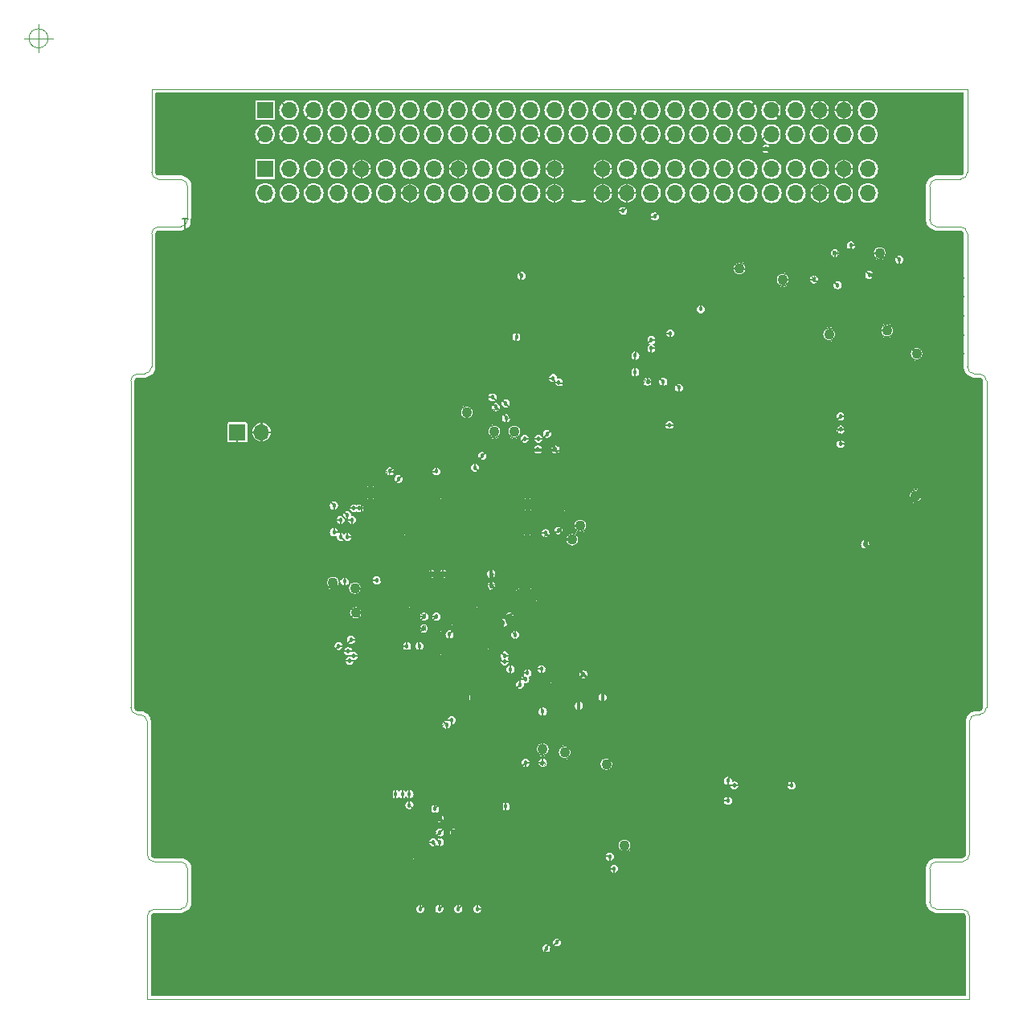
<source format=gto>
%TF.GenerationSoftware,KiCad,Pcbnew,7.0.10*%
%TF.CreationDate,2024-03-15T08:10:31-06:00*%
%TF.ProjectId,oresat-c3,6f726573-6174-42d6-9333-2e6b69636164,rev?*%
%TF.SameCoordinates,Original*%
%TF.FileFunction,Legend,Top*%
%TF.FilePolarity,Positive*%
%FSLAX46Y46*%
G04 Gerber Fmt 4.6, Leading zero omitted, Abs format (unit mm)*
G04 Created by KiCad (PCBNEW 7.0.10) date 2024-03-15 08:10:31*
%MOMM*%
%LPD*%
G01*
G04 APERTURE LIST*
G04 Aperture macros list*
%AMRoundRect*
0 Rectangle with rounded corners*
0 $1 Rounding radius*
0 $2 $3 $4 $5 $6 $7 $8 $9 X,Y pos of 4 corners*
0 Add a 4 corners polygon primitive as box body*
4,1,4,$2,$3,$4,$5,$6,$7,$8,$9,$2,$3,0*
0 Add four circle primitives for the rounded corners*
1,1,$1+$1,$2,$3*
1,1,$1+$1,$4,$5*
1,1,$1+$1,$6,$7*
1,1,$1+$1,$8,$9*
0 Add four rect primitives between the rounded corners*
20,1,$1+$1,$2,$3,$4,$5,0*
20,1,$1+$1,$4,$5,$6,$7,0*
20,1,$1+$1,$6,$7,$8,$9,0*
20,1,$1+$1,$8,$9,$2,$3,0*%
%AMRotRect*
0 Rectangle, with rotation*
0 The origin of the aperture is its center*
0 $1 length*
0 $2 width*
0 $3 Rotation angle, in degrees counterclockwise*
0 Add horizontal line*
21,1,$1,$2,0,0,$3*%
G04 Aperture macros list end*
%ADD10C,0.127000*%
%ADD11C,0.150000*%
%ADD12C,0.125000*%
%ADD13C,0.152400*%
%ADD14C,0.381000*%
%ADD15C,0.120000*%
%ADD16C,0.254000*%
%ADD17C,0.300000*%
%ADD18C,0.200000*%
%ADD19C,0.400000*%
%TA.AperFunction,SMDPad,CuDef*%
%ADD20R,0.711200X1.270000*%
%TD*%
%TA.AperFunction,SMDPad,CuDef*%
%ADD21RoundRect,0.218750X0.256250X-0.218750X0.256250X0.218750X-0.256250X0.218750X-0.256250X-0.218750X0*%
%TD*%
%TA.AperFunction,SMDPad,CuDef*%
%ADD22RoundRect,0.200000X0.275000X-0.200000X0.275000X0.200000X-0.275000X0.200000X-0.275000X-0.200000X0*%
%TD*%
%TA.AperFunction,SMDPad,CuDef*%
%ADD23RoundRect,0.225000X0.225000X0.250000X-0.225000X0.250000X-0.225000X-0.250000X0.225000X-0.250000X0*%
%TD*%
%TA.AperFunction,SMDPad,CuDef*%
%ADD24R,0.420000X0.900000*%
%TD*%
%TA.AperFunction,ComponentPad*%
%ADD25R,1.700000X1.700000*%
%TD*%
%TA.AperFunction,ComponentPad*%
%ADD26O,1.700000X1.700000*%
%TD*%
%TA.AperFunction,SMDPad,CuDef*%
%ADD27RoundRect,0.250000X-0.325000X-1.100000X0.325000X-1.100000X0.325000X1.100000X-0.325000X1.100000X0*%
%TD*%
%TA.AperFunction,SMDPad,CuDef*%
%ADD28RoundRect,0.200000X-0.200000X-0.275000X0.200000X-0.275000X0.200000X0.275000X-0.200000X0.275000X0*%
%TD*%
%TA.AperFunction,SMDPad,CuDef*%
%ADD29C,1.000000*%
%TD*%
%TA.AperFunction,SMDPad,CuDef*%
%ADD30RoundRect,0.200000X0.200000X0.275000X-0.200000X0.275000X-0.200000X-0.275000X0.200000X-0.275000X0*%
%TD*%
%TA.AperFunction,SMDPad,CuDef*%
%ADD31RoundRect,0.250000X0.250000X0.475000X-0.250000X0.475000X-0.250000X-0.475000X0.250000X-0.475000X0*%
%TD*%
%TA.AperFunction,SMDPad,CuDef*%
%ADD32RoundRect,0.125000X0.125000X-0.537500X0.125000X0.537500X-0.125000X0.537500X-0.125000X-0.537500X0*%
%TD*%
%TA.AperFunction,SMDPad,CuDef*%
%ADD33RoundRect,0.200000X-0.275000X0.200000X-0.275000X-0.200000X0.275000X-0.200000X0.275000X0.200000X0*%
%TD*%
%TA.AperFunction,SMDPad,CuDef*%
%ADD34RoundRect,0.225000X-0.225000X-0.250000X0.225000X-0.250000X0.225000X0.250000X-0.225000X0.250000X0*%
%TD*%
%TA.AperFunction,SMDPad,CuDef*%
%ADD35RoundRect,0.150000X-0.150000X0.587500X-0.150000X-0.587500X0.150000X-0.587500X0.150000X0.587500X0*%
%TD*%
%TA.AperFunction,SMDPad,CuDef*%
%ADD36RoundRect,0.140000X0.000000X0.000000X0.000000X0.000000X0.000000X0.000000X0.000000X0.000000X0*%
%TD*%
%TA.AperFunction,SMDPad,CuDef*%
%ADD37R,0.800000X0.500000*%
%TD*%
%TA.AperFunction,TestPad*%
%ADD38C,1.100000*%
%TD*%
%TA.AperFunction,SMDPad,CuDef*%
%ADD39R,1.270000X0.711200*%
%TD*%
%TA.AperFunction,SMDPad,CuDef*%
%ADD40RoundRect,0.225000X0.250000X-0.225000X0.250000X0.225000X-0.250000X0.225000X-0.250000X-0.225000X0*%
%TD*%
%TA.AperFunction,SMDPad,CuDef*%
%ADD41RoundRect,0.112500X-0.112500X0.187500X-0.112500X-0.187500X0.112500X-0.187500X0.112500X0.187500X0*%
%TD*%
%TA.AperFunction,SMDPad,CuDef*%
%ADD42RoundRect,0.250000X0.787500X1.025000X-0.787500X1.025000X-0.787500X-1.025000X0.787500X-1.025000X0*%
%TD*%
%TA.AperFunction,SMDPad,CuDef*%
%ADD43RoundRect,0.112500X-0.187500X-0.112500X0.187500X-0.112500X0.187500X0.112500X-0.187500X0.112500X0*%
%TD*%
%TA.AperFunction,SMDPad,CuDef*%
%ADD44RoundRect,0.100000X-0.637500X-0.100000X0.637500X-0.100000X0.637500X0.100000X-0.637500X0.100000X0*%
%TD*%
%TA.AperFunction,SMDPad,CuDef*%
%ADD45RoundRect,0.218750X-0.256250X0.218750X-0.256250X-0.218750X0.256250X-0.218750X0.256250X0.218750X0*%
%TD*%
%TA.AperFunction,SMDPad,CuDef*%
%ADD46RoundRect,0.218750X-0.218750X-0.256250X0.218750X-0.256250X0.218750X0.256250X-0.218750X0.256250X0*%
%TD*%
%TA.AperFunction,SMDPad,CuDef*%
%ADD47R,0.300000X1.100000*%
%TD*%
%TA.AperFunction,SMDPad,CuDef*%
%ADD48R,2.300000X3.100000*%
%TD*%
%TA.AperFunction,SMDPad,CuDef*%
%ADD49RoundRect,0.125000X-0.537500X-0.125000X0.537500X-0.125000X0.537500X0.125000X-0.537500X0.125000X0*%
%TD*%
%TA.AperFunction,SMDPad,CuDef*%
%ADD50RoundRect,0.250000X-1.100000X0.325000X-1.100000X-0.325000X1.100000X-0.325000X1.100000X0.325000X0*%
%TD*%
%TA.AperFunction,SMDPad,CuDef*%
%ADD51R,1.250000X1.600000*%
%TD*%
%TA.AperFunction,SMDPad,CuDef*%
%ADD52R,0.650000X0.400000*%
%TD*%
%TA.AperFunction,SMDPad,CuDef*%
%ADD53RoundRect,0.150000X-0.587500X-0.150000X0.587500X-0.150000X0.587500X0.150000X-0.587500X0.150000X0*%
%TD*%
%TA.AperFunction,SMDPad,CuDef*%
%ADD54R,0.700000X1.400000*%
%TD*%
%TA.AperFunction,SMDPad,CuDef*%
%ADD55R,0.700000X1.200000*%
%TD*%
%TA.AperFunction,SMDPad,CuDef*%
%ADD56R,0.500000X0.500000*%
%TD*%
%TA.AperFunction,SMDPad,CuDef*%
%ADD57R,1.500000X1.900000*%
%TD*%
%TA.AperFunction,SMDPad,CuDef*%
%ADD58RotRect,0.210000X0.210000X45.000000*%
%TD*%
%TA.AperFunction,SMDPad,CuDef*%
%ADD59R,1.000000X1.400000*%
%TD*%
%TA.AperFunction,SMDPad,CuDef*%
%ADD60R,1.200000X1.200000*%
%TD*%
%TA.AperFunction,SMDPad,CuDef*%
%ADD61R,1.200000X3.200000*%
%TD*%
%TA.AperFunction,SMDPad,CuDef*%
%ADD62R,1.200000X0.800000*%
%TD*%
%TA.AperFunction,SMDPad,CuDef*%
%ADD63RoundRect,0.225000X-0.250000X0.225000X-0.250000X-0.225000X0.250000X-0.225000X0.250000X0.225000X0*%
%TD*%
%TA.AperFunction,SMDPad,CuDef*%
%ADD64RoundRect,0.250000X0.325000X1.100000X-0.325000X1.100000X-0.325000X-1.100000X0.325000X-1.100000X0*%
%TD*%
%TA.AperFunction,SMDPad,CuDef*%
%ADD65RoundRect,0.150000X-0.150000X0.825000X-0.150000X-0.825000X0.150000X-0.825000X0.150000X0.825000X0*%
%TD*%
%TA.AperFunction,SMDPad,CuDef*%
%ADD66RoundRect,0.250000X0.625000X-0.312500X0.625000X0.312500X-0.625000X0.312500X-0.625000X-0.312500X0*%
%TD*%
%TA.AperFunction,SMDPad,CuDef*%
%ADD67RoundRect,0.250000X0.000000X0.000000X0.000000X0.000000X0.000000X0.000000X0.000000X0.000000X0*%
%TD*%
%TA.AperFunction,SMDPad,CuDef*%
%ADD68R,1.100000X1.900000*%
%TD*%
%TA.AperFunction,SMDPad,CuDef*%
%ADD69RoundRect,0.250000X-0.250000X-0.475000X0.250000X-0.475000X0.250000X0.475000X-0.250000X0.475000X0*%
%TD*%
%TA.AperFunction,ViaPad*%
%ADD70C,0.457200*%
%TD*%
%TA.AperFunction,ViaPad*%
%ADD71C,0.500000*%
%TD*%
%TA.AperFunction,Conductor*%
%ADD72C,0.254000*%
%TD*%
%TA.AperFunction,Conductor*%
%ADD73C,0.152400*%
%TD*%
%TA.AperFunction,Conductor*%
%ADD74C,0.200000*%
%TD*%
%TA.AperFunction,Conductor*%
%ADD75C,0.127000*%
%TD*%
%TA.AperFunction,Conductor*%
%ADD76C,0.300000*%
%TD*%
%TA.AperFunction,Conductor*%
%ADD77C,0.400000*%
%TD*%
%TA.AperFunction,Conductor*%
%ADD78C,0.250000*%
%TD*%
%TA.AperFunction,Conductor*%
%ADD79C,0.406400*%
%TD*%
%TA.AperFunction,Conductor*%
%ADD80C,1.400000*%
%TD*%
%TA.AperFunction,Conductor*%
%ADD81C,0.380000*%
%TD*%
%TA.AperFunction,Conductor*%
%ADD82C,0.150000*%
%TD*%
%TA.AperFunction,Conductor*%
%ADD83C,0.304800*%
%TD*%
%TA.AperFunction,Conductor*%
%ADD84C,0.500000*%
%TD*%
%TA.AperFunction,ComponentPad*%
%ADD85C,1.100000*%
%TD*%
%ADD86R,0.711200X1.270000*%
%ADD87RoundRect,0.218750X0.256250X-0.218750X0.256250X0.218750X-0.256250X0.218750X-0.256250X-0.218750X0*%
%ADD88RoundRect,0.200000X0.275000X-0.200000X0.275000X0.200000X-0.275000X0.200000X-0.275000X-0.200000X0*%
%ADD89RoundRect,0.225000X0.225000X0.250000X-0.225000X0.250000X-0.225000X-0.250000X0.225000X-0.250000X0*%
%ADD90R,0.420000X0.900000*%
%ADD91RoundRect,0.250000X-0.325000X-1.100000X0.325000X-1.100000X0.325000X1.100000X-0.325000X1.100000X0*%
%ADD92RoundRect,0.200000X-0.200000X-0.275000X0.200000X-0.275000X0.200000X0.275000X-0.200000X0.275000X0*%
%ADD93RoundRect,0.200000X0.200000X0.275000X-0.200000X0.275000X-0.200000X-0.275000X0.200000X-0.275000X0*%
%ADD94RoundRect,0.250000X0.250000X0.475000X-0.250000X0.475000X-0.250000X-0.475000X0.250000X-0.475000X0*%
%ADD95RoundRect,0.125000X0.125000X-0.537500X0.125000X0.537500X-0.125000X0.537500X-0.125000X-0.537500X0*%
%ADD96RoundRect,0.200000X-0.275000X0.200000X-0.275000X-0.200000X0.275000X-0.200000X0.275000X0.200000X0*%
%ADD97RoundRect,0.225000X-0.225000X-0.250000X0.225000X-0.250000X0.225000X0.250000X-0.225000X0.250000X0*%
%ADD98RoundRect,0.150000X-0.150000X0.587500X-0.150000X-0.587500X0.150000X-0.587500X0.150000X0.587500X0*%
%ADD99RoundRect,0.140000X0.000000X0.000000X0.000000X0.000000X0.000000X0.000000X0.000000X0.000000X0*%
%ADD100R,0.800000X0.500000*%
%ADD101R,1.270000X0.711200*%
%ADD102RoundRect,0.225000X0.250000X-0.225000X0.250000X0.225000X-0.250000X0.225000X-0.250000X-0.225000X0*%
%ADD103RoundRect,0.112500X-0.112500X0.187500X-0.112500X-0.187500X0.112500X-0.187500X0.112500X0.187500X0*%
%ADD104RoundRect,0.250000X0.787500X1.025000X-0.787500X1.025000X-0.787500X-1.025000X0.787500X-1.025000X0*%
%ADD105RoundRect,0.112500X-0.187500X-0.112500X0.187500X-0.112500X0.187500X0.112500X-0.187500X0.112500X0*%
%ADD106RoundRect,0.100000X-0.637500X-0.100000X0.637500X-0.100000X0.637500X0.100000X-0.637500X0.100000X0*%
%ADD107RoundRect,0.218750X-0.256250X0.218750X-0.256250X-0.218750X0.256250X-0.218750X0.256250X0.218750X0*%
%ADD108RoundRect,0.218750X-0.218750X-0.256250X0.218750X-0.256250X0.218750X0.256250X-0.218750X0.256250X0*%
%ADD109R,0.300000X1.100000*%
%ADD110RoundRect,0.125000X-0.537500X-0.125000X0.537500X-0.125000X0.537500X0.125000X-0.537500X0.125000X0*%
%ADD111RoundRect,0.250000X-1.100000X0.325000X-1.100000X-0.325000X1.100000X-0.325000X1.100000X0.325000X0*%
%ADD112R,1.250000X1.600000*%
%ADD113R,0.650000X0.400000*%
%ADD114RoundRect,0.150000X-0.587500X-0.150000X0.587500X-0.150000X0.587500X0.150000X-0.587500X0.150000X0*%
%ADD115R,0.700000X1.400000*%
%ADD116R,0.700000X1.200000*%
%ADD117R,0.500000X0.500000*%
%ADD118R,1.500000X1.900000*%
%ADD119RotRect,0.210000X0.210000X45.000000*%
%ADD120R,1.000000X1.400000*%
%ADD121R,1.200000X1.200000*%
%ADD122R,1.200000X3.200000*%
%ADD123R,1.200000X0.800000*%
%ADD124RoundRect,0.225000X-0.250000X0.225000X-0.250000X-0.225000X0.250000X-0.225000X0.250000X0.225000X0*%
%ADD125RoundRect,0.250000X0.325000X1.100000X-0.325000X1.100000X-0.325000X-1.100000X0.325000X-1.100000X0*%
%ADD126RoundRect,0.150000X-0.150000X0.825000X-0.150000X-0.825000X0.150000X-0.825000X0.150000X0.825000X0*%
%ADD127RoundRect,0.250000X0.625000X-0.312500X0.625000X0.312500X-0.625000X0.312500X-0.625000X-0.312500X0*%
%ADD128RoundRect,0.250000X0.000000X0.000000X0.000000X0.000000X0.000000X0.000000X0.000000X0.000000X0*%
%ADD129R,1.100000X1.900000*%
%ADD130RoundRect,0.250000X-0.250000X-0.475000X0.250000X-0.475000X0.250000X0.475000X-0.250000X0.475000X0*%
%ADD131C,0.203500*%
%ADD132RoundRect,0.063500X0.355600X-0.635000X0.355600X0.635000X-0.355600X0.635000X-0.355600X-0.635000X0*%
%ADD133RoundRect,0.063500X-0.355600X0.635000X-0.355600X-0.635000X0.355600X-0.635000X0.355600X0.635000X0*%
%ADD134R,1.700000X1.700000*%
%ADD135O,1.700000X1.700000*%
%ADD136C,1.000000*%
%ADD137RoundRect,0.063500X-0.400000X-0.250000X0.400000X-0.250000X0.400000X0.250000X-0.400000X0.250000X0*%
%ADD138C,1.100000*%
%ADD139RoundRect,0.063500X-0.635000X-0.355600X0.635000X-0.355600X0.635000X0.355600X-0.635000X0.355600X0*%
%ADD140RoundRect,0.063500X0.635000X0.355600X-0.635000X0.355600X-0.635000X-0.355600X0.635000X-0.355600X0*%
%ADD141RoundRect,0.063500X0.150000X-0.550000X0.150000X0.550000X-0.150000X0.550000X-0.150000X-0.550000X0*%
%ADD142RoundRect,0.063500X1.150000X1.550000X-1.150000X1.550000X-1.150000X-1.550000X1.150000X-1.550000X0*%
%ADD143RoundRect,0.063500X0.000000X-0.148492X0.148492X0.000000X0.000000X0.148492X-0.148492X0.000000X0*%
%ADD144RoundRect,0.063500X-0.550000X-0.950000X0.550000X-0.950000X0.550000X0.950000X-0.550000X0.950000X0*%
%ADD145C,0.262132*%
%TA.AperFunction,Profile*%
%ADD146C,0.050000*%
%TD*%
G04 APERTURE END LIST*
D10*
X81950000Y-108800000D02*
X83100000Y-108800000D01*
X81850000Y-114850000D02*
X83100000Y-114850000D01*
X83100000Y-108800000D02*
X83100000Y-109850000D01*
X83100000Y-114850000D02*
X83100000Y-113750000D01*
X80930313Y-111771607D02*
X80954504Y-111747416D01*
X80954504Y-111747416D02*
X81002885Y-111723226D01*
X81002885Y-111723226D02*
X81123837Y-111723226D01*
X81123837Y-111723226D02*
X81172218Y-111747416D01*
X81172218Y-111747416D02*
X81196409Y-111771607D01*
X81196409Y-111771607D02*
X81220599Y-111819988D01*
X81220599Y-111819988D02*
X81220599Y-111868369D01*
X81220599Y-111868369D02*
X81196409Y-111940940D01*
X81196409Y-111940940D02*
X80906123Y-112231226D01*
X80906123Y-112231226D02*
X81220599Y-112231226D01*
X73953837Y-80395131D02*
X74026409Y-80419321D01*
X74026409Y-80419321D02*
X74050599Y-80443512D01*
X74050599Y-80443512D02*
X74074790Y-80491893D01*
X74074790Y-80491893D02*
X74074790Y-80564464D01*
X74074790Y-80564464D02*
X74050599Y-80612845D01*
X74050599Y-80612845D02*
X74026409Y-80637036D01*
X74026409Y-80637036D02*
X73978028Y-80661226D01*
X73978028Y-80661226D02*
X73784504Y-80661226D01*
X73784504Y-80661226D02*
X73784504Y-80153226D01*
X73784504Y-80153226D02*
X73953837Y-80153226D01*
X73953837Y-80153226D02*
X74002218Y-80177416D01*
X74002218Y-80177416D02*
X74026409Y-80201607D01*
X74026409Y-80201607D02*
X74050599Y-80249988D01*
X74050599Y-80249988D02*
X74050599Y-80298369D01*
X74050599Y-80298369D02*
X74026409Y-80346750D01*
X74026409Y-80346750D02*
X74002218Y-80370940D01*
X74002218Y-80370940D02*
X73953837Y-80395131D01*
X73953837Y-80395131D02*
X73784504Y-80395131D01*
X74389266Y-80153226D02*
X74486028Y-80153226D01*
X74486028Y-80153226D02*
X74534409Y-80177416D01*
X74534409Y-80177416D02*
X74582790Y-80225797D01*
X74582790Y-80225797D02*
X74606980Y-80322559D01*
X74606980Y-80322559D02*
X74606980Y-80491893D01*
X74606980Y-80491893D02*
X74582790Y-80588655D01*
X74582790Y-80588655D02*
X74534409Y-80637036D01*
X74534409Y-80637036D02*
X74486028Y-80661226D01*
X74486028Y-80661226D02*
X74389266Y-80661226D01*
X74389266Y-80661226D02*
X74340885Y-80637036D01*
X74340885Y-80637036D02*
X74292504Y-80588655D01*
X74292504Y-80588655D02*
X74268313Y-80491893D01*
X74268313Y-80491893D02*
X74268313Y-80322559D01*
X74268313Y-80322559D02*
X74292504Y-80225797D01*
X74292504Y-80225797D02*
X74340885Y-80177416D01*
X74340885Y-80177416D02*
X74389266Y-80153226D01*
X74921456Y-80153226D02*
X75018218Y-80153226D01*
X75018218Y-80153226D02*
X75066599Y-80177416D01*
X75066599Y-80177416D02*
X75114980Y-80225797D01*
X75114980Y-80225797D02*
X75139170Y-80322559D01*
X75139170Y-80322559D02*
X75139170Y-80491893D01*
X75139170Y-80491893D02*
X75114980Y-80588655D01*
X75114980Y-80588655D02*
X75066599Y-80637036D01*
X75066599Y-80637036D02*
X75018218Y-80661226D01*
X75018218Y-80661226D02*
X74921456Y-80661226D01*
X74921456Y-80661226D02*
X74873075Y-80637036D01*
X74873075Y-80637036D02*
X74824694Y-80588655D01*
X74824694Y-80588655D02*
X74800503Y-80491893D01*
X74800503Y-80491893D02*
X74800503Y-80322559D01*
X74800503Y-80322559D02*
X74824694Y-80225797D01*
X74824694Y-80225797D02*
X74873075Y-80177416D01*
X74873075Y-80177416D02*
X74921456Y-80153226D01*
X75284312Y-80153226D02*
X75574598Y-80153226D01*
X75429455Y-80661226D02*
X75429455Y-80153226D01*
X76348694Y-80322559D02*
X76348694Y-80661226D01*
X76130980Y-80322559D02*
X76130980Y-80588655D01*
X76130980Y-80588655D02*
X76155170Y-80637036D01*
X76155170Y-80637036D02*
X76203551Y-80661226D01*
X76203551Y-80661226D02*
X76276123Y-80661226D01*
X76276123Y-80661226D02*
X76324504Y-80637036D01*
X76324504Y-80637036D02*
X76348694Y-80612845D01*
X76566408Y-80637036D02*
X76638980Y-80661226D01*
X76638980Y-80661226D02*
X76759932Y-80661226D01*
X76759932Y-80661226D02*
X76808313Y-80637036D01*
X76808313Y-80637036D02*
X76832504Y-80612845D01*
X76832504Y-80612845D02*
X76856694Y-80564464D01*
X76856694Y-80564464D02*
X76856694Y-80516083D01*
X76856694Y-80516083D02*
X76832504Y-80467702D01*
X76832504Y-80467702D02*
X76808313Y-80443512D01*
X76808313Y-80443512D02*
X76759932Y-80419321D01*
X76759932Y-80419321D02*
X76663170Y-80395131D01*
X76663170Y-80395131D02*
X76614789Y-80370940D01*
X76614789Y-80370940D02*
X76590599Y-80346750D01*
X76590599Y-80346750D02*
X76566408Y-80298369D01*
X76566408Y-80298369D02*
X76566408Y-80249988D01*
X76566408Y-80249988D02*
X76590599Y-80201607D01*
X76590599Y-80201607D02*
X76614789Y-80177416D01*
X76614789Y-80177416D02*
X76663170Y-80153226D01*
X76663170Y-80153226D02*
X76784123Y-80153226D01*
X76784123Y-80153226D02*
X76856694Y-80177416D01*
X77074409Y-80661226D02*
X77074409Y-80153226D01*
X77074409Y-80153226D02*
X77195361Y-80153226D01*
X77195361Y-80153226D02*
X77267933Y-80177416D01*
X77267933Y-80177416D02*
X77316314Y-80225797D01*
X77316314Y-80225797D02*
X77340504Y-80274178D01*
X77340504Y-80274178D02*
X77364695Y-80370940D01*
X77364695Y-80370940D02*
X77364695Y-80443512D01*
X77364695Y-80443512D02*
X77340504Y-80540274D01*
X77340504Y-80540274D02*
X77316314Y-80588655D01*
X77316314Y-80588655D02*
X77267933Y-80637036D01*
X77267933Y-80637036D02*
X77195361Y-80661226D01*
X77195361Y-80661226D02*
X77074409Y-80661226D01*
X80956123Y-113373226D02*
X81270599Y-113373226D01*
X81270599Y-113373226D02*
X81101266Y-113566750D01*
X81101266Y-113566750D02*
X81173837Y-113566750D01*
X81173837Y-113566750D02*
X81222218Y-113590940D01*
X81222218Y-113590940D02*
X81246409Y-113615131D01*
X81246409Y-113615131D02*
X81270599Y-113663512D01*
X81270599Y-113663512D02*
X81270599Y-113784464D01*
X81270599Y-113784464D02*
X81246409Y-113832845D01*
X81246409Y-113832845D02*
X81222218Y-113857036D01*
X81222218Y-113857036D02*
X81173837Y-113881226D01*
X81173837Y-113881226D02*
X81028694Y-113881226D01*
X81028694Y-113881226D02*
X80980313Y-113857036D01*
X80980313Y-113857036D02*
X80956123Y-113832845D01*
D11*
X65960447Y-79773750D02*
X65150923Y-79773750D01*
X65150923Y-79773750D02*
X65055685Y-79726131D01*
X65055685Y-79726131D02*
X65008066Y-79678512D01*
X65008066Y-79678512D02*
X64960447Y-79583274D01*
X64960447Y-79583274D02*
X64960447Y-79440417D01*
X64960447Y-79440417D02*
X65008066Y-79345179D01*
X65341400Y-79773750D02*
X65293780Y-79678512D01*
X65293780Y-79678512D02*
X65293780Y-79488036D01*
X65293780Y-79488036D02*
X65341400Y-79392798D01*
X65341400Y-79392798D02*
X65389019Y-79345179D01*
X65389019Y-79345179D02*
X65484257Y-79297560D01*
X65484257Y-79297560D02*
X65769971Y-79297560D01*
X65769971Y-79297560D02*
X65865209Y-79345179D01*
X65865209Y-79345179D02*
X65912828Y-79392798D01*
X65912828Y-79392798D02*
X65960447Y-79488036D01*
X65960447Y-79488036D02*
X65960447Y-79678512D01*
X65960447Y-79678512D02*
X65912828Y-79773750D01*
X65293780Y-80249941D02*
X65960447Y-80249941D01*
X66293780Y-80249941D02*
X66246161Y-80202322D01*
X66246161Y-80202322D02*
X66198542Y-80249941D01*
X66198542Y-80249941D02*
X66246161Y-80297560D01*
X66246161Y-80297560D02*
X66293780Y-80249941D01*
X66293780Y-80249941D02*
X66198542Y-80249941D01*
X65960447Y-80583274D02*
X65960447Y-80964226D01*
X66293780Y-80726131D02*
X65436638Y-80726131D01*
X65436638Y-80726131D02*
X65341400Y-80773750D01*
X65341400Y-80773750D02*
X65293780Y-80868988D01*
X65293780Y-80868988D02*
X65293780Y-80964226D01*
X65293780Y-81297560D02*
X66293780Y-81297560D01*
X65293780Y-81726131D02*
X65817590Y-81726131D01*
X65817590Y-81726131D02*
X65912828Y-81678512D01*
X65912828Y-81678512D02*
X65960447Y-81583274D01*
X65960447Y-81583274D02*
X65960447Y-81440417D01*
X65960447Y-81440417D02*
X65912828Y-81345179D01*
X65912828Y-81345179D02*
X65865209Y-81297560D01*
X65960447Y-82630893D02*
X65293780Y-82630893D01*
X65960447Y-82202322D02*
X65436638Y-82202322D01*
X65436638Y-82202322D02*
X65341400Y-82249941D01*
X65341400Y-82249941D02*
X65293780Y-82345179D01*
X65293780Y-82345179D02*
X65293780Y-82488036D01*
X65293780Y-82488036D02*
X65341400Y-82583274D01*
X65341400Y-82583274D02*
X65389019Y-82630893D01*
X65293780Y-83107084D02*
X66293780Y-83107084D01*
X65912828Y-83107084D02*
X65960447Y-83202322D01*
X65960447Y-83202322D02*
X65960447Y-83392798D01*
X65960447Y-83392798D02*
X65912828Y-83488036D01*
X65912828Y-83488036D02*
X65865209Y-83535655D01*
X65865209Y-83535655D02*
X65769971Y-83583274D01*
X65769971Y-83583274D02*
X65484257Y-83583274D01*
X65484257Y-83583274D02*
X65389019Y-83535655D01*
X65389019Y-83535655D02*
X65341400Y-83488036D01*
X65341400Y-83488036D02*
X65293780Y-83392798D01*
X65293780Y-83392798D02*
X65293780Y-83202322D01*
X65293780Y-83202322D02*
X65341400Y-83107084D01*
X65389019Y-84011846D02*
X65341400Y-84059465D01*
X65341400Y-84059465D02*
X65293780Y-84011846D01*
X65293780Y-84011846D02*
X65341400Y-83964227D01*
X65341400Y-83964227D02*
X65389019Y-84011846D01*
X65389019Y-84011846D02*
X65293780Y-84011846D01*
X65341400Y-84916607D02*
X65293780Y-84821369D01*
X65293780Y-84821369D02*
X65293780Y-84630893D01*
X65293780Y-84630893D02*
X65341400Y-84535655D01*
X65341400Y-84535655D02*
X65389019Y-84488036D01*
X65389019Y-84488036D02*
X65484257Y-84440417D01*
X65484257Y-84440417D02*
X65769971Y-84440417D01*
X65769971Y-84440417D02*
X65865209Y-84488036D01*
X65865209Y-84488036D02*
X65912828Y-84535655D01*
X65912828Y-84535655D02*
X65960447Y-84630893D01*
X65960447Y-84630893D02*
X65960447Y-84821369D01*
X65960447Y-84821369D02*
X65912828Y-84916607D01*
X65293780Y-85488036D02*
X65341400Y-85392798D01*
X65341400Y-85392798D02*
X65389019Y-85345179D01*
X65389019Y-85345179D02*
X65484257Y-85297560D01*
X65484257Y-85297560D02*
X65769971Y-85297560D01*
X65769971Y-85297560D02*
X65865209Y-85345179D01*
X65865209Y-85345179D02*
X65912828Y-85392798D01*
X65912828Y-85392798D02*
X65960447Y-85488036D01*
X65960447Y-85488036D02*
X65960447Y-85630893D01*
X65960447Y-85630893D02*
X65912828Y-85726131D01*
X65912828Y-85726131D02*
X65865209Y-85773750D01*
X65865209Y-85773750D02*
X65769971Y-85821369D01*
X65769971Y-85821369D02*
X65484257Y-85821369D01*
X65484257Y-85821369D02*
X65389019Y-85773750D01*
X65389019Y-85773750D02*
X65341400Y-85726131D01*
X65341400Y-85726131D02*
X65293780Y-85630893D01*
X65293780Y-85630893D02*
X65293780Y-85488036D01*
X65293780Y-86249941D02*
X65960447Y-86249941D01*
X65865209Y-86249941D02*
X65912828Y-86297560D01*
X65912828Y-86297560D02*
X65960447Y-86392798D01*
X65960447Y-86392798D02*
X65960447Y-86535655D01*
X65960447Y-86535655D02*
X65912828Y-86630893D01*
X65912828Y-86630893D02*
X65817590Y-86678512D01*
X65817590Y-86678512D02*
X65293780Y-86678512D01*
X65817590Y-86678512D02*
X65912828Y-86726131D01*
X65912828Y-86726131D02*
X65960447Y-86821369D01*
X65960447Y-86821369D02*
X65960447Y-86964226D01*
X65960447Y-86964226D02*
X65912828Y-87059465D01*
X65912828Y-87059465D02*
X65817590Y-87107084D01*
X65817590Y-87107084D02*
X65293780Y-87107084D01*
X66341400Y-88297559D02*
X65055685Y-87440417D01*
X65341400Y-88583274D02*
X65293780Y-88726131D01*
X65293780Y-88726131D02*
X65293780Y-88964226D01*
X65293780Y-88964226D02*
X65341400Y-89059464D01*
X65341400Y-89059464D02*
X65389019Y-89107083D01*
X65389019Y-89107083D02*
X65484257Y-89154702D01*
X65484257Y-89154702D02*
X65579495Y-89154702D01*
X65579495Y-89154702D02*
X65674733Y-89107083D01*
X65674733Y-89107083D02*
X65722352Y-89059464D01*
X65722352Y-89059464D02*
X65769971Y-88964226D01*
X65769971Y-88964226D02*
X65817590Y-88773750D01*
X65817590Y-88773750D02*
X65865209Y-88678512D01*
X65865209Y-88678512D02*
X65912828Y-88630893D01*
X65912828Y-88630893D02*
X66008066Y-88583274D01*
X66008066Y-88583274D02*
X66103304Y-88583274D01*
X66103304Y-88583274D02*
X66198542Y-88630893D01*
X66198542Y-88630893D02*
X66246161Y-88678512D01*
X66246161Y-88678512D02*
X66293780Y-88773750D01*
X66293780Y-88773750D02*
X66293780Y-89011845D01*
X66293780Y-89011845D02*
X66246161Y-89154702D01*
X65293780Y-89583274D02*
X66293780Y-89583274D01*
X65674733Y-89678512D02*
X65293780Y-89964226D01*
X65960447Y-89964226D02*
X65579495Y-89583274D01*
X65389019Y-90964226D02*
X65341400Y-90916607D01*
X65341400Y-90916607D02*
X65293780Y-90773750D01*
X65293780Y-90773750D02*
X65293780Y-90678512D01*
X65293780Y-90678512D02*
X65341400Y-90535655D01*
X65341400Y-90535655D02*
X65436638Y-90440417D01*
X65436638Y-90440417D02*
X65531876Y-90392798D01*
X65531876Y-90392798D02*
X65722352Y-90345179D01*
X65722352Y-90345179D02*
X65865209Y-90345179D01*
X65865209Y-90345179D02*
X66055685Y-90392798D01*
X66055685Y-90392798D02*
X66150923Y-90440417D01*
X66150923Y-90440417D02*
X66246161Y-90535655D01*
X66246161Y-90535655D02*
X66293780Y-90678512D01*
X66293780Y-90678512D02*
X66293780Y-90773750D01*
X66293780Y-90773750D02*
X66246161Y-90916607D01*
X66246161Y-90916607D02*
X66198542Y-90964226D01*
X65960447Y-91821369D02*
X65293780Y-91821369D01*
X65960447Y-91392798D02*
X65436638Y-91392798D01*
X65436638Y-91392798D02*
X65341400Y-91440417D01*
X65341400Y-91440417D02*
X65293780Y-91535655D01*
X65293780Y-91535655D02*
X65293780Y-91678512D01*
X65293780Y-91678512D02*
X65341400Y-91773750D01*
X65341400Y-91773750D02*
X65389019Y-91821369D01*
X65293780Y-92297560D02*
X66293780Y-92297560D01*
X65912828Y-92297560D02*
X65960447Y-92392798D01*
X65960447Y-92392798D02*
X65960447Y-92583274D01*
X65960447Y-92583274D02*
X65912828Y-92678512D01*
X65912828Y-92678512D02*
X65865209Y-92726131D01*
X65865209Y-92726131D02*
X65769971Y-92773750D01*
X65769971Y-92773750D02*
X65484257Y-92773750D01*
X65484257Y-92773750D02*
X65389019Y-92726131D01*
X65389019Y-92726131D02*
X65341400Y-92678512D01*
X65341400Y-92678512D02*
X65293780Y-92583274D01*
X65293780Y-92583274D02*
X65293780Y-92392798D01*
X65293780Y-92392798D02*
X65341400Y-92297560D01*
X65341400Y-93583274D02*
X65293780Y-93488036D01*
X65293780Y-93488036D02*
X65293780Y-93297560D01*
X65293780Y-93297560D02*
X65341400Y-93202322D01*
X65341400Y-93202322D02*
X65436638Y-93154703D01*
X65436638Y-93154703D02*
X65817590Y-93154703D01*
X65817590Y-93154703D02*
X65912828Y-93202322D01*
X65912828Y-93202322D02*
X65960447Y-93297560D01*
X65960447Y-93297560D02*
X65960447Y-93488036D01*
X65960447Y-93488036D02*
X65912828Y-93583274D01*
X65912828Y-93583274D02*
X65817590Y-93630893D01*
X65817590Y-93630893D02*
X65722352Y-93630893D01*
X65722352Y-93630893D02*
X65627114Y-93154703D01*
X65341400Y-94011846D02*
X65293780Y-94154703D01*
X65293780Y-94154703D02*
X65293780Y-94392798D01*
X65293780Y-94392798D02*
X65341400Y-94488036D01*
X65341400Y-94488036D02*
X65389019Y-94535655D01*
X65389019Y-94535655D02*
X65484257Y-94583274D01*
X65484257Y-94583274D02*
X65579495Y-94583274D01*
X65579495Y-94583274D02*
X65674733Y-94535655D01*
X65674733Y-94535655D02*
X65722352Y-94488036D01*
X65722352Y-94488036D02*
X65769971Y-94392798D01*
X65769971Y-94392798D02*
X65817590Y-94202322D01*
X65817590Y-94202322D02*
X65865209Y-94107084D01*
X65865209Y-94107084D02*
X65912828Y-94059465D01*
X65912828Y-94059465D02*
X66008066Y-94011846D01*
X66008066Y-94011846D02*
X66103304Y-94011846D01*
X66103304Y-94011846D02*
X66198542Y-94059465D01*
X66198542Y-94059465D02*
X66246161Y-94107084D01*
X66246161Y-94107084D02*
X66293780Y-94202322D01*
X66293780Y-94202322D02*
X66293780Y-94440417D01*
X66293780Y-94440417D02*
X66246161Y-94583274D01*
X65293780Y-95440417D02*
X65817590Y-95440417D01*
X65817590Y-95440417D02*
X65912828Y-95392798D01*
X65912828Y-95392798D02*
X65960447Y-95297560D01*
X65960447Y-95297560D02*
X65960447Y-95107084D01*
X65960447Y-95107084D02*
X65912828Y-95011846D01*
X65341400Y-95440417D02*
X65293780Y-95345179D01*
X65293780Y-95345179D02*
X65293780Y-95107084D01*
X65293780Y-95107084D02*
X65341400Y-95011846D01*
X65341400Y-95011846D02*
X65436638Y-94964227D01*
X65436638Y-94964227D02*
X65531876Y-94964227D01*
X65531876Y-94964227D02*
X65627114Y-95011846D01*
X65627114Y-95011846D02*
X65674733Y-95107084D01*
X65674733Y-95107084D02*
X65674733Y-95345179D01*
X65674733Y-95345179D02*
X65722352Y-95440417D01*
X65960447Y-95773751D02*
X65960447Y-96154703D01*
X66293780Y-95916608D02*
X65436638Y-95916608D01*
X65436638Y-95916608D02*
X65341400Y-95964227D01*
X65341400Y-95964227D02*
X65293780Y-96059465D01*
X65293780Y-96059465D02*
X65293780Y-96154703D01*
X66341400Y-97202322D02*
X65055685Y-96345180D01*
X65293780Y-97535656D02*
X65960447Y-97535656D01*
X65769971Y-97535656D02*
X65865209Y-97583275D01*
X65865209Y-97583275D02*
X65912828Y-97630894D01*
X65912828Y-97630894D02*
X65960447Y-97726132D01*
X65960447Y-97726132D02*
X65960447Y-97821370D01*
X65293780Y-98583275D02*
X65817590Y-98583275D01*
X65817590Y-98583275D02*
X65912828Y-98535656D01*
X65912828Y-98535656D02*
X65960447Y-98440418D01*
X65960447Y-98440418D02*
X65960447Y-98249942D01*
X65960447Y-98249942D02*
X65912828Y-98154704D01*
X65341400Y-98583275D02*
X65293780Y-98488037D01*
X65293780Y-98488037D02*
X65293780Y-98249942D01*
X65293780Y-98249942D02*
X65341400Y-98154704D01*
X65341400Y-98154704D02*
X65436638Y-98107085D01*
X65436638Y-98107085D02*
X65531876Y-98107085D01*
X65531876Y-98107085D02*
X65627114Y-98154704D01*
X65627114Y-98154704D02*
X65674733Y-98249942D01*
X65674733Y-98249942D02*
X65674733Y-98488037D01*
X65674733Y-98488037D02*
X65722352Y-98583275D01*
X65293780Y-99488037D02*
X66293780Y-99488037D01*
X65341400Y-99488037D02*
X65293780Y-99392799D01*
X65293780Y-99392799D02*
X65293780Y-99202323D01*
X65293780Y-99202323D02*
X65341400Y-99107085D01*
X65341400Y-99107085D02*
X65389019Y-99059466D01*
X65389019Y-99059466D02*
X65484257Y-99011847D01*
X65484257Y-99011847D02*
X65769971Y-99011847D01*
X65769971Y-99011847D02*
X65865209Y-99059466D01*
X65865209Y-99059466D02*
X65912828Y-99107085D01*
X65912828Y-99107085D02*
X65960447Y-99202323D01*
X65960447Y-99202323D02*
X65960447Y-99392799D01*
X65960447Y-99392799D02*
X65912828Y-99488037D01*
X65341400Y-99916609D02*
X65293780Y-100011847D01*
X65293780Y-100011847D02*
X65293780Y-100202323D01*
X65293780Y-100202323D02*
X65341400Y-100297561D01*
X65341400Y-100297561D02*
X65436638Y-100345180D01*
X65436638Y-100345180D02*
X65484257Y-100345180D01*
X65484257Y-100345180D02*
X65579495Y-100297561D01*
X65579495Y-100297561D02*
X65627114Y-100202323D01*
X65627114Y-100202323D02*
X65627114Y-100059466D01*
X65627114Y-100059466D02*
X65674733Y-99964228D01*
X65674733Y-99964228D02*
X65769971Y-99916609D01*
X65769971Y-99916609D02*
X65817590Y-99916609D01*
X65817590Y-99916609D02*
X65912828Y-99964228D01*
X65912828Y-99964228D02*
X65960447Y-100059466D01*
X65960447Y-100059466D02*
X65960447Y-100202323D01*
X65960447Y-100202323D02*
X65912828Y-100297561D01*
X65293780Y-101202323D02*
X65817590Y-101202323D01*
X65817590Y-101202323D02*
X65912828Y-101154704D01*
X65912828Y-101154704D02*
X65960447Y-101059466D01*
X65960447Y-101059466D02*
X65960447Y-100868990D01*
X65960447Y-100868990D02*
X65912828Y-100773752D01*
X65341400Y-101202323D02*
X65293780Y-101107085D01*
X65293780Y-101107085D02*
X65293780Y-100868990D01*
X65293780Y-100868990D02*
X65341400Y-100773752D01*
X65341400Y-100773752D02*
X65436638Y-100726133D01*
X65436638Y-100726133D02*
X65531876Y-100726133D01*
X65531876Y-100726133D02*
X65627114Y-100773752D01*
X65627114Y-100773752D02*
X65674733Y-100868990D01*
X65674733Y-100868990D02*
X65674733Y-101107085D01*
X65674733Y-101107085D02*
X65722352Y-101202323D01*
X65960447Y-101535657D02*
X65960447Y-101916609D01*
X66293780Y-101678514D02*
X65436638Y-101678514D01*
X65436638Y-101678514D02*
X65341400Y-101726133D01*
X65341400Y-101726133D02*
X65293780Y-101821371D01*
X65293780Y-101821371D02*
X65293780Y-101916609D01*
X65674733Y-102249943D02*
X65674733Y-103011848D01*
X65960447Y-103392800D02*
X65293780Y-103630895D01*
X65293780Y-103630895D02*
X65960447Y-103868990D01*
X65293780Y-104773752D02*
X65293780Y-104202324D01*
X65293780Y-104488038D02*
X66293780Y-104488038D01*
X66293780Y-104488038D02*
X66150923Y-104392800D01*
X66150923Y-104392800D02*
X66055685Y-104297562D01*
X66055685Y-104297562D02*
X66008066Y-104202324D01*
D10*
X81222218Y-114942559D02*
X81222218Y-115281226D01*
X81101266Y-114749036D02*
X80980313Y-115111893D01*
X80980313Y-115111893D02*
X81294790Y-115111893D01*
X81051266Y-108823226D02*
X81099647Y-108823226D01*
X81099647Y-108823226D02*
X81148028Y-108847416D01*
X81148028Y-108847416D02*
X81172218Y-108871607D01*
X81172218Y-108871607D02*
X81196409Y-108919988D01*
X81196409Y-108919988D02*
X81220599Y-109016750D01*
X81220599Y-109016750D02*
X81220599Y-109137702D01*
X81220599Y-109137702D02*
X81196409Y-109234464D01*
X81196409Y-109234464D02*
X81172218Y-109282845D01*
X81172218Y-109282845D02*
X81148028Y-109307036D01*
X81148028Y-109307036D02*
X81099647Y-109331226D01*
X81099647Y-109331226D02*
X81051266Y-109331226D01*
X81051266Y-109331226D02*
X81002885Y-109307036D01*
X81002885Y-109307036D02*
X80978694Y-109282845D01*
X80978694Y-109282845D02*
X80954504Y-109234464D01*
X80954504Y-109234464D02*
X80930313Y-109137702D01*
X80930313Y-109137702D02*
X80930313Y-109016750D01*
X80930313Y-109016750D02*
X80954504Y-108919988D01*
X80954504Y-108919988D02*
X80978694Y-108871607D01*
X80978694Y-108871607D02*
X81002885Y-108847416D01*
X81002885Y-108847416D02*
X81051266Y-108823226D01*
X83531226Y-113495495D02*
X83023226Y-113495495D01*
X83265131Y-113495495D02*
X83265131Y-113205209D01*
X83531226Y-113205209D02*
X83023226Y-113205209D01*
X83023226Y-113011686D02*
X83531226Y-112890734D01*
X83531226Y-112890734D02*
X83168369Y-112793972D01*
X83168369Y-112793972D02*
X83531226Y-112697210D01*
X83531226Y-112697210D02*
X83023226Y-112576258D01*
X83531226Y-111995686D02*
X83023226Y-111995686D01*
X83531226Y-111753781D02*
X83023226Y-111753781D01*
X83023226Y-111753781D02*
X83023226Y-111632829D01*
X83023226Y-111632829D02*
X83047416Y-111560257D01*
X83047416Y-111560257D02*
X83095797Y-111511876D01*
X83095797Y-111511876D02*
X83144178Y-111487686D01*
X83144178Y-111487686D02*
X83240940Y-111463495D01*
X83240940Y-111463495D02*
X83313512Y-111463495D01*
X83313512Y-111463495D02*
X83410274Y-111487686D01*
X83410274Y-111487686D02*
X83458655Y-111511876D01*
X83458655Y-111511876D02*
X83507036Y-111560257D01*
X83507036Y-111560257D02*
X83531226Y-111632829D01*
X83531226Y-111632829D02*
X83531226Y-111753781D01*
X81220599Y-110781226D02*
X80930313Y-110781226D01*
X81075456Y-110781226D02*
X81075456Y-110273226D01*
X81075456Y-110273226D02*
X81027075Y-110345797D01*
X81027075Y-110345797D02*
X80978694Y-110394178D01*
X80978694Y-110394178D02*
X80930313Y-110418369D01*
D12*
X97074809Y-113071428D02*
X96836714Y-113238094D01*
X97074809Y-113357142D02*
X96574809Y-113357142D01*
X96574809Y-113357142D02*
X96574809Y-113166666D01*
X96574809Y-113166666D02*
X96598619Y-113119047D01*
X96598619Y-113119047D02*
X96622428Y-113095237D01*
X96622428Y-113095237D02*
X96670047Y-113071428D01*
X96670047Y-113071428D02*
X96741476Y-113071428D01*
X96741476Y-113071428D02*
X96789095Y-113095237D01*
X96789095Y-113095237D02*
X96812904Y-113119047D01*
X96812904Y-113119047D02*
X96836714Y-113166666D01*
X96836714Y-113166666D02*
X96836714Y-113357142D01*
X96574809Y-112904761D02*
X96574809Y-112571428D01*
X96574809Y-112571428D02*
X97074809Y-112785713D01*
X97074809Y-112119047D02*
X97074809Y-112404761D01*
X97074809Y-112261904D02*
X96574809Y-112261904D01*
X96574809Y-112261904D02*
X96646238Y-112309523D01*
X96646238Y-112309523D02*
X96693857Y-112357142D01*
X96693857Y-112357142D02*
X96717666Y-112404761D01*
X102974809Y-135919047D02*
X102474809Y-135919047D01*
X102474809Y-135919047D02*
X102474809Y-135799999D01*
X102474809Y-135799999D02*
X102498619Y-135728571D01*
X102498619Y-135728571D02*
X102546238Y-135680952D01*
X102546238Y-135680952D02*
X102593857Y-135657142D01*
X102593857Y-135657142D02*
X102689095Y-135633333D01*
X102689095Y-135633333D02*
X102760523Y-135633333D01*
X102760523Y-135633333D02*
X102855761Y-135657142D01*
X102855761Y-135657142D02*
X102903380Y-135680952D01*
X102903380Y-135680952D02*
X102951000Y-135728571D01*
X102951000Y-135728571D02*
X102974809Y-135799999D01*
X102974809Y-135799999D02*
X102974809Y-135919047D01*
X102474809Y-135466666D02*
X102474809Y-135133333D01*
X102474809Y-135133333D02*
X102974809Y-135347618D01*
X111024809Y-99221428D02*
X110786714Y-99388094D01*
X111024809Y-99507142D02*
X110524809Y-99507142D01*
X110524809Y-99507142D02*
X110524809Y-99316666D01*
X110524809Y-99316666D02*
X110548619Y-99269047D01*
X110548619Y-99269047D02*
X110572428Y-99245237D01*
X110572428Y-99245237D02*
X110620047Y-99221428D01*
X110620047Y-99221428D02*
X110691476Y-99221428D01*
X110691476Y-99221428D02*
X110739095Y-99245237D01*
X110739095Y-99245237D02*
X110762904Y-99269047D01*
X110762904Y-99269047D02*
X110786714Y-99316666D01*
X110786714Y-99316666D02*
X110786714Y-99507142D01*
X110691476Y-98792856D02*
X111024809Y-98792856D01*
X110501000Y-98911904D02*
X110858142Y-99030951D01*
X110858142Y-99030951D02*
X110858142Y-98721428D01*
X110524809Y-98578571D02*
X110524809Y-98245238D01*
X110524809Y-98245238D02*
X111024809Y-98459523D01*
X88378571Y-136377190D02*
X88354762Y-136401000D01*
X88354762Y-136401000D02*
X88283333Y-136424809D01*
X88283333Y-136424809D02*
X88235714Y-136424809D01*
X88235714Y-136424809D02*
X88164286Y-136401000D01*
X88164286Y-136401000D02*
X88116667Y-136353380D01*
X88116667Y-136353380D02*
X88092857Y-136305761D01*
X88092857Y-136305761D02*
X88069048Y-136210523D01*
X88069048Y-136210523D02*
X88069048Y-136139095D01*
X88069048Y-136139095D02*
X88092857Y-136043857D01*
X88092857Y-136043857D02*
X88116667Y-135996238D01*
X88116667Y-135996238D02*
X88164286Y-135948619D01*
X88164286Y-135948619D02*
X88235714Y-135924809D01*
X88235714Y-135924809D02*
X88283333Y-135924809D01*
X88283333Y-135924809D02*
X88354762Y-135948619D01*
X88354762Y-135948619D02*
X88378571Y-135972428D01*
X88569048Y-135972428D02*
X88592857Y-135948619D01*
X88592857Y-135948619D02*
X88640476Y-135924809D01*
X88640476Y-135924809D02*
X88759524Y-135924809D01*
X88759524Y-135924809D02*
X88807143Y-135948619D01*
X88807143Y-135948619D02*
X88830952Y-135972428D01*
X88830952Y-135972428D02*
X88854762Y-136020047D01*
X88854762Y-136020047D02*
X88854762Y-136067666D01*
X88854762Y-136067666D02*
X88830952Y-136139095D01*
X88830952Y-136139095D02*
X88545238Y-136424809D01*
X88545238Y-136424809D02*
X88854762Y-136424809D01*
X89283333Y-136091476D02*
X89283333Y-136424809D01*
X89164285Y-135901000D02*
X89045238Y-136258142D01*
X89045238Y-136258142D02*
X89354761Y-136258142D01*
X149845190Y-81221152D02*
X149440428Y-81221152D01*
X149440428Y-81221152D02*
X149392809Y-81244962D01*
X149392809Y-81244962D02*
X149369000Y-81268771D01*
X149369000Y-81268771D02*
X149345190Y-81316390D01*
X149345190Y-81316390D02*
X149345190Y-81411628D01*
X149345190Y-81411628D02*
X149369000Y-81459247D01*
X149369000Y-81459247D02*
X149392809Y-81483057D01*
X149392809Y-81483057D02*
X149440428Y-81506866D01*
X149440428Y-81506866D02*
X149845190Y-81506866D01*
X149345190Y-82006867D02*
X149345190Y-81721153D01*
X149345190Y-81864010D02*
X149845190Y-81864010D01*
X149845190Y-81864010D02*
X149773761Y-81816391D01*
X149773761Y-81816391D02*
X149726142Y-81768772D01*
X149726142Y-81768772D02*
X149702333Y-81721153D01*
X149845190Y-82173533D02*
X149845190Y-82483057D01*
X149845190Y-82483057D02*
X149654714Y-82316390D01*
X149654714Y-82316390D02*
X149654714Y-82387819D01*
X149654714Y-82387819D02*
X149630904Y-82435438D01*
X149630904Y-82435438D02*
X149607095Y-82459247D01*
X149607095Y-82459247D02*
X149559476Y-82483057D01*
X149559476Y-82483057D02*
X149440428Y-82483057D01*
X149440428Y-82483057D02*
X149392809Y-82459247D01*
X149392809Y-82459247D02*
X149369000Y-82435438D01*
X149369000Y-82435438D02*
X149345190Y-82387819D01*
X149345190Y-82387819D02*
X149345190Y-82244962D01*
X149345190Y-82244962D02*
X149369000Y-82197343D01*
X149369000Y-82197343D02*
X149392809Y-82173533D01*
X72724809Y-82446666D02*
X73081952Y-82446666D01*
X73081952Y-82446666D02*
X73153380Y-82470475D01*
X73153380Y-82470475D02*
X73201000Y-82518094D01*
X73201000Y-82518094D02*
X73224809Y-82589523D01*
X73224809Y-82589523D02*
X73224809Y-82637142D01*
X72724809Y-81994285D02*
X72724809Y-82089523D01*
X72724809Y-82089523D02*
X72748619Y-82137142D01*
X72748619Y-82137142D02*
X72772428Y-82160952D01*
X72772428Y-82160952D02*
X72843857Y-82208571D01*
X72843857Y-82208571D02*
X72939095Y-82232380D01*
X72939095Y-82232380D02*
X73129571Y-82232380D01*
X73129571Y-82232380D02*
X73177190Y-82208571D01*
X73177190Y-82208571D02*
X73201000Y-82184761D01*
X73201000Y-82184761D02*
X73224809Y-82137142D01*
X73224809Y-82137142D02*
X73224809Y-82041904D01*
X73224809Y-82041904D02*
X73201000Y-81994285D01*
X73201000Y-81994285D02*
X73177190Y-81970476D01*
X73177190Y-81970476D02*
X73129571Y-81946666D01*
X73129571Y-81946666D02*
X73010523Y-81946666D01*
X73010523Y-81946666D02*
X72962904Y-81970476D01*
X72962904Y-81970476D02*
X72939095Y-81994285D01*
X72939095Y-81994285D02*
X72915285Y-82041904D01*
X72915285Y-82041904D02*
X72915285Y-82137142D01*
X72915285Y-82137142D02*
X72939095Y-82184761D01*
X72939095Y-82184761D02*
X72962904Y-82208571D01*
X72962904Y-82208571D02*
X73010523Y-82232380D01*
X123777976Y-78427190D02*
X123754167Y-78451000D01*
X123754167Y-78451000D02*
X123682738Y-78474809D01*
X123682738Y-78474809D02*
X123635119Y-78474809D01*
X123635119Y-78474809D02*
X123563691Y-78451000D01*
X123563691Y-78451000D02*
X123516072Y-78403380D01*
X123516072Y-78403380D02*
X123492262Y-78355761D01*
X123492262Y-78355761D02*
X123468453Y-78260523D01*
X123468453Y-78260523D02*
X123468453Y-78189095D01*
X123468453Y-78189095D02*
X123492262Y-78093857D01*
X123492262Y-78093857D02*
X123516072Y-78046238D01*
X123516072Y-78046238D02*
X123563691Y-77998619D01*
X123563691Y-77998619D02*
X123635119Y-77974809D01*
X123635119Y-77974809D02*
X123682738Y-77974809D01*
X123682738Y-77974809D02*
X123754167Y-77998619D01*
X123754167Y-77998619D02*
X123777976Y-78022428D01*
X124254167Y-78474809D02*
X123968453Y-78474809D01*
X124111310Y-78474809D02*
X124111310Y-77974809D01*
X124111310Y-77974809D02*
X124063691Y-78046238D01*
X124063691Y-78046238D02*
X124016072Y-78093857D01*
X124016072Y-78093857D02*
X123968453Y-78117666D01*
X124730357Y-78474809D02*
X124444643Y-78474809D01*
X124587500Y-78474809D02*
X124587500Y-77974809D01*
X124587500Y-77974809D02*
X124539881Y-78046238D01*
X124539881Y-78046238D02*
X124492262Y-78093857D01*
X124492262Y-78093857D02*
X124444643Y-78117666D01*
X125182737Y-77974809D02*
X124944642Y-77974809D01*
X124944642Y-77974809D02*
X124920833Y-78212904D01*
X124920833Y-78212904D02*
X124944642Y-78189095D01*
X124944642Y-78189095D02*
X124992261Y-78165285D01*
X124992261Y-78165285D02*
X125111309Y-78165285D01*
X125111309Y-78165285D02*
X125158928Y-78189095D01*
X125158928Y-78189095D02*
X125182737Y-78212904D01*
X125182737Y-78212904D02*
X125206547Y-78260523D01*
X125206547Y-78260523D02*
X125206547Y-78379571D01*
X125206547Y-78379571D02*
X125182737Y-78427190D01*
X125182737Y-78427190D02*
X125158928Y-78451000D01*
X125158928Y-78451000D02*
X125111309Y-78474809D01*
X125111309Y-78474809D02*
X124992261Y-78474809D01*
X124992261Y-78474809D02*
X124944642Y-78451000D01*
X124944642Y-78451000D02*
X124920833Y-78427190D01*
X117766071Y-77174809D02*
X117599405Y-76936714D01*
X117480357Y-77174809D02*
X117480357Y-76674809D01*
X117480357Y-76674809D02*
X117670833Y-76674809D01*
X117670833Y-76674809D02*
X117718452Y-76698619D01*
X117718452Y-76698619D02*
X117742262Y-76722428D01*
X117742262Y-76722428D02*
X117766071Y-76770047D01*
X117766071Y-76770047D02*
X117766071Y-76841476D01*
X117766071Y-76841476D02*
X117742262Y-76889095D01*
X117742262Y-76889095D02*
X117718452Y-76912904D01*
X117718452Y-76912904D02*
X117670833Y-76936714D01*
X117670833Y-76936714D02*
X117480357Y-76936714D01*
X117932738Y-76674809D02*
X118266071Y-76674809D01*
X118266071Y-76674809D02*
X118051786Y-77174809D01*
X118480357Y-77174809D02*
X118575595Y-77174809D01*
X118575595Y-77174809D02*
X118623214Y-77151000D01*
X118623214Y-77151000D02*
X118647023Y-77127190D01*
X118647023Y-77127190D02*
X118694642Y-77055761D01*
X118694642Y-77055761D02*
X118718452Y-76960523D01*
X118718452Y-76960523D02*
X118718452Y-76770047D01*
X118718452Y-76770047D02*
X118694642Y-76722428D01*
X118694642Y-76722428D02*
X118670833Y-76698619D01*
X118670833Y-76698619D02*
X118623214Y-76674809D01*
X118623214Y-76674809D02*
X118527976Y-76674809D01*
X118527976Y-76674809D02*
X118480357Y-76698619D01*
X118480357Y-76698619D02*
X118456547Y-76722428D01*
X118456547Y-76722428D02*
X118432738Y-76770047D01*
X118432738Y-76770047D02*
X118432738Y-76889095D01*
X118432738Y-76889095D02*
X118456547Y-76936714D01*
X118456547Y-76936714D02*
X118480357Y-76960523D01*
X118480357Y-76960523D02*
X118527976Y-76984333D01*
X118527976Y-76984333D02*
X118623214Y-76984333D01*
X118623214Y-76984333D02*
X118670833Y-76960523D01*
X118670833Y-76960523D02*
X118694642Y-76936714D01*
X118694642Y-76936714D02*
X118718452Y-76889095D01*
D11*
X76038905Y-62106819D02*
X76610333Y-62106819D01*
X76324619Y-63106819D02*
X76324619Y-62106819D01*
X76943667Y-63106819D02*
X76943667Y-62106819D01*
X76943667Y-62106819D02*
X77324619Y-62106819D01*
X77324619Y-62106819D02*
X77419857Y-62154438D01*
X77419857Y-62154438D02*
X77467476Y-62202057D01*
X77467476Y-62202057D02*
X77515095Y-62297295D01*
X77515095Y-62297295D02*
X77515095Y-62440152D01*
X77515095Y-62440152D02*
X77467476Y-62535390D01*
X77467476Y-62535390D02*
X77419857Y-62583009D01*
X77419857Y-62583009D02*
X77324619Y-62630628D01*
X77324619Y-62630628D02*
X76943667Y-62630628D01*
X78467476Y-63106819D02*
X77896048Y-63106819D01*
X78181762Y-63106819D02*
X78181762Y-62106819D01*
X78181762Y-62106819D02*
X78086524Y-62249676D01*
X78086524Y-62249676D02*
X77991286Y-62344914D01*
X77991286Y-62344914D02*
X77896048Y-62392533D01*
X78848429Y-62202057D02*
X78896048Y-62154438D01*
X78896048Y-62154438D02*
X78991286Y-62106819D01*
X78991286Y-62106819D02*
X79229381Y-62106819D01*
X79229381Y-62106819D02*
X79324619Y-62154438D01*
X79324619Y-62154438D02*
X79372238Y-62202057D01*
X79372238Y-62202057D02*
X79419857Y-62297295D01*
X79419857Y-62297295D02*
X79419857Y-62392533D01*
X79419857Y-62392533D02*
X79372238Y-62535390D01*
X79372238Y-62535390D02*
X78800810Y-63106819D01*
X78800810Y-63106819D02*
X79419857Y-63106819D01*
X74934819Y-49953333D02*
X75649104Y-49953333D01*
X75649104Y-49953333D02*
X75791961Y-50000952D01*
X75791961Y-50000952D02*
X75887200Y-50096190D01*
X75887200Y-50096190D02*
X75934819Y-50239047D01*
X75934819Y-50239047D02*
X75934819Y-50334285D01*
X75934819Y-48953333D02*
X75934819Y-49524761D01*
X75934819Y-49239047D02*
X74934819Y-49239047D01*
X74934819Y-49239047D02*
X75077676Y-49334285D01*
X75077676Y-49334285D02*
X75172914Y-49429523D01*
X75172914Y-49429523D02*
X75220533Y-49524761D01*
D12*
X94828571Y-79074809D02*
X94661905Y-78836714D01*
X94542857Y-79074809D02*
X94542857Y-78574809D01*
X94542857Y-78574809D02*
X94733333Y-78574809D01*
X94733333Y-78574809D02*
X94780952Y-78598619D01*
X94780952Y-78598619D02*
X94804762Y-78622428D01*
X94804762Y-78622428D02*
X94828571Y-78670047D01*
X94828571Y-78670047D02*
X94828571Y-78741476D01*
X94828571Y-78741476D02*
X94804762Y-78789095D01*
X94804762Y-78789095D02*
X94780952Y-78812904D01*
X94780952Y-78812904D02*
X94733333Y-78836714D01*
X94733333Y-78836714D02*
X94542857Y-78836714D01*
X95257143Y-78741476D02*
X95257143Y-79074809D01*
X95138095Y-78551000D02*
X95019048Y-78908142D01*
X95019048Y-78908142D02*
X95328571Y-78908142D01*
X95733333Y-78574809D02*
X95638095Y-78574809D01*
X95638095Y-78574809D02*
X95590476Y-78598619D01*
X95590476Y-78598619D02*
X95566666Y-78622428D01*
X95566666Y-78622428D02*
X95519047Y-78693857D01*
X95519047Y-78693857D02*
X95495238Y-78789095D01*
X95495238Y-78789095D02*
X95495238Y-78979571D01*
X95495238Y-78979571D02*
X95519047Y-79027190D01*
X95519047Y-79027190D02*
X95542857Y-79051000D01*
X95542857Y-79051000D02*
X95590476Y-79074809D01*
X95590476Y-79074809D02*
X95685714Y-79074809D01*
X95685714Y-79074809D02*
X95733333Y-79051000D01*
X95733333Y-79051000D02*
X95757142Y-79027190D01*
X95757142Y-79027190D02*
X95780952Y-78979571D01*
X95780952Y-78979571D02*
X95780952Y-78860523D01*
X95780952Y-78860523D02*
X95757142Y-78812904D01*
X95757142Y-78812904D02*
X95733333Y-78789095D01*
X95733333Y-78789095D02*
X95685714Y-78765285D01*
X95685714Y-78765285D02*
X95590476Y-78765285D01*
X95590476Y-78765285D02*
X95542857Y-78789095D01*
X95542857Y-78789095D02*
X95519047Y-78812904D01*
X95519047Y-78812904D02*
X95495238Y-78860523D01*
X146662690Y-62828571D02*
X146900785Y-62661905D01*
X146662690Y-62542857D02*
X147162690Y-62542857D01*
X147162690Y-62542857D02*
X147162690Y-62733333D01*
X147162690Y-62733333D02*
X147138880Y-62780952D01*
X147138880Y-62780952D02*
X147115071Y-62804762D01*
X147115071Y-62804762D02*
X147067452Y-62828571D01*
X147067452Y-62828571D02*
X146996023Y-62828571D01*
X146996023Y-62828571D02*
X146948404Y-62804762D01*
X146948404Y-62804762D02*
X146924595Y-62780952D01*
X146924595Y-62780952D02*
X146900785Y-62733333D01*
X146900785Y-62733333D02*
X146900785Y-62542857D01*
X147162690Y-62995238D02*
X147162690Y-63304762D01*
X147162690Y-63304762D02*
X146972214Y-63138095D01*
X146972214Y-63138095D02*
X146972214Y-63209524D01*
X146972214Y-63209524D02*
X146948404Y-63257143D01*
X146948404Y-63257143D02*
X146924595Y-63280952D01*
X146924595Y-63280952D02*
X146876976Y-63304762D01*
X146876976Y-63304762D02*
X146757928Y-63304762D01*
X146757928Y-63304762D02*
X146710309Y-63280952D01*
X146710309Y-63280952D02*
X146686500Y-63257143D01*
X146686500Y-63257143D02*
X146662690Y-63209524D01*
X146662690Y-63209524D02*
X146662690Y-63066667D01*
X146662690Y-63066667D02*
X146686500Y-63019048D01*
X146686500Y-63019048D02*
X146710309Y-62995238D01*
X147162690Y-63757142D02*
X147162690Y-63519047D01*
X147162690Y-63519047D02*
X146924595Y-63495238D01*
X146924595Y-63495238D02*
X146948404Y-63519047D01*
X146948404Y-63519047D02*
X146972214Y-63566666D01*
X146972214Y-63566666D02*
X146972214Y-63685714D01*
X146972214Y-63685714D02*
X146948404Y-63733333D01*
X146948404Y-63733333D02*
X146924595Y-63757142D01*
X146924595Y-63757142D02*
X146876976Y-63780952D01*
X146876976Y-63780952D02*
X146757928Y-63780952D01*
X146757928Y-63780952D02*
X146710309Y-63757142D01*
X146710309Y-63757142D02*
X146686500Y-63733333D01*
X146686500Y-63733333D02*
X146662690Y-63685714D01*
X146662690Y-63685714D02*
X146662690Y-63566666D01*
X146662690Y-63566666D02*
X146686500Y-63519047D01*
X146686500Y-63519047D02*
X146710309Y-63495238D01*
X78980953Y-73424809D02*
X79266667Y-73424809D01*
X79123810Y-73924809D02*
X79123810Y-73424809D01*
X79433333Y-73924809D02*
X79433333Y-73424809D01*
X79433333Y-73424809D02*
X79623809Y-73424809D01*
X79623809Y-73424809D02*
X79671428Y-73448619D01*
X79671428Y-73448619D02*
X79695238Y-73472428D01*
X79695238Y-73472428D02*
X79719047Y-73520047D01*
X79719047Y-73520047D02*
X79719047Y-73591476D01*
X79719047Y-73591476D02*
X79695238Y-73639095D01*
X79695238Y-73639095D02*
X79671428Y-73662904D01*
X79671428Y-73662904D02*
X79623809Y-73686714D01*
X79623809Y-73686714D02*
X79433333Y-73686714D01*
X79909524Y-73472428D02*
X79933333Y-73448619D01*
X79933333Y-73448619D02*
X79980952Y-73424809D01*
X79980952Y-73424809D02*
X80100000Y-73424809D01*
X80100000Y-73424809D02*
X80147619Y-73448619D01*
X80147619Y-73448619D02*
X80171428Y-73472428D01*
X80171428Y-73472428D02*
X80195238Y-73520047D01*
X80195238Y-73520047D02*
X80195238Y-73567666D01*
X80195238Y-73567666D02*
X80171428Y-73639095D01*
X80171428Y-73639095D02*
X79885714Y-73924809D01*
X79885714Y-73924809D02*
X80195238Y-73924809D01*
X80623809Y-73591476D02*
X80623809Y-73924809D01*
X80504761Y-73401000D02*
X80385714Y-73758142D01*
X80385714Y-73758142D02*
X80695237Y-73758142D01*
X88378571Y-137127190D02*
X88354762Y-137151000D01*
X88354762Y-137151000D02*
X88283333Y-137174809D01*
X88283333Y-137174809D02*
X88235714Y-137174809D01*
X88235714Y-137174809D02*
X88164286Y-137151000D01*
X88164286Y-137151000D02*
X88116667Y-137103380D01*
X88116667Y-137103380D02*
X88092857Y-137055761D01*
X88092857Y-137055761D02*
X88069048Y-136960523D01*
X88069048Y-136960523D02*
X88069048Y-136889095D01*
X88069048Y-136889095D02*
X88092857Y-136793857D01*
X88092857Y-136793857D02*
X88116667Y-136746238D01*
X88116667Y-136746238D02*
X88164286Y-136698619D01*
X88164286Y-136698619D02*
X88235714Y-136674809D01*
X88235714Y-136674809D02*
X88283333Y-136674809D01*
X88283333Y-136674809D02*
X88354762Y-136698619D01*
X88354762Y-136698619D02*
X88378571Y-136722428D01*
X88569048Y-136722428D02*
X88592857Y-136698619D01*
X88592857Y-136698619D02*
X88640476Y-136674809D01*
X88640476Y-136674809D02*
X88759524Y-136674809D01*
X88759524Y-136674809D02*
X88807143Y-136698619D01*
X88807143Y-136698619D02*
X88830952Y-136722428D01*
X88830952Y-136722428D02*
X88854762Y-136770047D01*
X88854762Y-136770047D02*
X88854762Y-136817666D01*
X88854762Y-136817666D02*
X88830952Y-136889095D01*
X88830952Y-136889095D02*
X88545238Y-137174809D01*
X88545238Y-137174809D02*
X88854762Y-137174809D01*
X89307142Y-136674809D02*
X89069047Y-136674809D01*
X89069047Y-136674809D02*
X89045238Y-136912904D01*
X89045238Y-136912904D02*
X89069047Y-136889095D01*
X89069047Y-136889095D02*
X89116666Y-136865285D01*
X89116666Y-136865285D02*
X89235714Y-136865285D01*
X89235714Y-136865285D02*
X89283333Y-136889095D01*
X89283333Y-136889095D02*
X89307142Y-136912904D01*
X89307142Y-136912904D02*
X89330952Y-136960523D01*
X89330952Y-136960523D02*
X89330952Y-137079571D01*
X89330952Y-137079571D02*
X89307142Y-137127190D01*
X89307142Y-137127190D02*
X89283333Y-137151000D01*
X89283333Y-137151000D02*
X89235714Y-137174809D01*
X89235714Y-137174809D02*
X89116666Y-137174809D01*
X89116666Y-137174809D02*
X89069047Y-137151000D01*
X89069047Y-137151000D02*
X89045238Y-137127190D01*
D11*
X106826819Y-140806094D02*
X106826819Y-140234666D01*
X107826819Y-140520380D02*
X106826819Y-140520380D01*
X107826819Y-139901332D02*
X106826819Y-139901332D01*
X106826819Y-139901332D02*
X106826819Y-139520380D01*
X106826819Y-139520380D02*
X106874438Y-139425142D01*
X106874438Y-139425142D02*
X106922057Y-139377523D01*
X106922057Y-139377523D02*
X107017295Y-139329904D01*
X107017295Y-139329904D02*
X107160152Y-139329904D01*
X107160152Y-139329904D02*
X107255390Y-139377523D01*
X107255390Y-139377523D02*
X107303009Y-139425142D01*
X107303009Y-139425142D02*
X107350628Y-139520380D01*
X107350628Y-139520380D02*
X107350628Y-139901332D01*
X106826819Y-138996570D02*
X106826819Y-138377523D01*
X106826819Y-138377523D02*
X107207771Y-138710856D01*
X107207771Y-138710856D02*
X107207771Y-138567999D01*
X107207771Y-138567999D02*
X107255390Y-138472761D01*
X107255390Y-138472761D02*
X107303009Y-138425142D01*
X107303009Y-138425142D02*
X107398247Y-138377523D01*
X107398247Y-138377523D02*
X107636342Y-138377523D01*
X107636342Y-138377523D02*
X107731580Y-138425142D01*
X107731580Y-138425142D02*
X107779200Y-138472761D01*
X107779200Y-138472761D02*
X107826819Y-138567999D01*
X107826819Y-138567999D02*
X107826819Y-138853713D01*
X107826819Y-138853713D02*
X107779200Y-138948951D01*
X107779200Y-138948951D02*
X107731580Y-138996570D01*
X106826819Y-137520380D02*
X106826819Y-137710856D01*
X106826819Y-137710856D02*
X106874438Y-137806094D01*
X106874438Y-137806094D02*
X106922057Y-137853713D01*
X106922057Y-137853713D02*
X107064914Y-137948951D01*
X107064914Y-137948951D02*
X107255390Y-137996570D01*
X107255390Y-137996570D02*
X107636342Y-137996570D01*
X107636342Y-137996570D02*
X107731580Y-137948951D01*
X107731580Y-137948951D02*
X107779200Y-137901332D01*
X107779200Y-137901332D02*
X107826819Y-137806094D01*
X107826819Y-137806094D02*
X107826819Y-137615618D01*
X107826819Y-137615618D02*
X107779200Y-137520380D01*
X107779200Y-137520380D02*
X107731580Y-137472761D01*
X107731580Y-137472761D02*
X107636342Y-137425142D01*
X107636342Y-137425142D02*
X107398247Y-137425142D01*
X107398247Y-137425142D02*
X107303009Y-137472761D01*
X107303009Y-137472761D02*
X107255390Y-137520380D01*
X107255390Y-137520380D02*
X107207771Y-137615618D01*
X107207771Y-137615618D02*
X107207771Y-137806094D01*
X107207771Y-137806094D02*
X107255390Y-137901332D01*
X107255390Y-137901332D02*
X107303009Y-137948951D01*
X107303009Y-137948951D02*
X107398247Y-137996570D01*
D12*
X83328571Y-91724809D02*
X83161905Y-91486714D01*
X83042857Y-91724809D02*
X83042857Y-91224809D01*
X83042857Y-91224809D02*
X83233333Y-91224809D01*
X83233333Y-91224809D02*
X83280952Y-91248619D01*
X83280952Y-91248619D02*
X83304762Y-91272428D01*
X83304762Y-91272428D02*
X83328571Y-91320047D01*
X83328571Y-91320047D02*
X83328571Y-91391476D01*
X83328571Y-91391476D02*
X83304762Y-91439095D01*
X83304762Y-91439095D02*
X83280952Y-91462904D01*
X83280952Y-91462904D02*
X83233333Y-91486714D01*
X83233333Y-91486714D02*
X83042857Y-91486714D01*
X83495238Y-91224809D02*
X83828571Y-91224809D01*
X83828571Y-91224809D02*
X83614286Y-91724809D01*
X83971428Y-91224809D02*
X84304761Y-91224809D01*
X84304761Y-91224809D02*
X84090476Y-91724809D01*
X107180953Y-80974809D02*
X107466667Y-80974809D01*
X107323810Y-81474809D02*
X107323810Y-80974809D01*
X107633333Y-81474809D02*
X107633333Y-80974809D01*
X107633333Y-80974809D02*
X107823809Y-80974809D01*
X107823809Y-80974809D02*
X107871428Y-80998619D01*
X107871428Y-80998619D02*
X107895238Y-81022428D01*
X107895238Y-81022428D02*
X107919047Y-81070047D01*
X107919047Y-81070047D02*
X107919047Y-81141476D01*
X107919047Y-81141476D02*
X107895238Y-81189095D01*
X107895238Y-81189095D02*
X107871428Y-81212904D01*
X107871428Y-81212904D02*
X107823809Y-81236714D01*
X107823809Y-81236714D02*
X107633333Y-81236714D01*
X108109524Y-81022428D02*
X108133333Y-80998619D01*
X108133333Y-80998619D02*
X108180952Y-80974809D01*
X108180952Y-80974809D02*
X108300000Y-80974809D01*
X108300000Y-80974809D02*
X108347619Y-80998619D01*
X108347619Y-80998619D02*
X108371428Y-81022428D01*
X108371428Y-81022428D02*
X108395238Y-81070047D01*
X108395238Y-81070047D02*
X108395238Y-81117666D01*
X108395238Y-81117666D02*
X108371428Y-81189095D01*
X108371428Y-81189095D02*
X108085714Y-81474809D01*
X108085714Y-81474809D02*
X108395238Y-81474809D01*
X108561904Y-80974809D02*
X108895237Y-80974809D01*
X108895237Y-80974809D02*
X108680952Y-81474809D01*
X83669047Y-76624809D02*
X83669047Y-77029571D01*
X83669047Y-77029571D02*
X83692857Y-77077190D01*
X83692857Y-77077190D02*
X83716666Y-77101000D01*
X83716666Y-77101000D02*
X83764285Y-77124809D01*
X83764285Y-77124809D02*
X83859523Y-77124809D01*
X83859523Y-77124809D02*
X83907142Y-77101000D01*
X83907142Y-77101000D02*
X83930952Y-77077190D01*
X83930952Y-77077190D02*
X83954761Y-77029571D01*
X83954761Y-77029571D02*
X83954761Y-76624809D01*
X84264286Y-76839095D02*
X84216667Y-76815285D01*
X84216667Y-76815285D02*
X84192857Y-76791476D01*
X84192857Y-76791476D02*
X84169048Y-76743857D01*
X84169048Y-76743857D02*
X84169048Y-76720047D01*
X84169048Y-76720047D02*
X84192857Y-76672428D01*
X84192857Y-76672428D02*
X84216667Y-76648619D01*
X84216667Y-76648619D02*
X84264286Y-76624809D01*
X84264286Y-76624809D02*
X84359524Y-76624809D01*
X84359524Y-76624809D02*
X84407143Y-76648619D01*
X84407143Y-76648619D02*
X84430952Y-76672428D01*
X84430952Y-76672428D02*
X84454762Y-76720047D01*
X84454762Y-76720047D02*
X84454762Y-76743857D01*
X84454762Y-76743857D02*
X84430952Y-76791476D01*
X84430952Y-76791476D02*
X84407143Y-76815285D01*
X84407143Y-76815285D02*
X84359524Y-76839095D01*
X84359524Y-76839095D02*
X84264286Y-76839095D01*
X84264286Y-76839095D02*
X84216667Y-76862904D01*
X84216667Y-76862904D02*
X84192857Y-76886714D01*
X84192857Y-76886714D02*
X84169048Y-76934333D01*
X84169048Y-76934333D02*
X84169048Y-77029571D01*
X84169048Y-77029571D02*
X84192857Y-77077190D01*
X84192857Y-77077190D02*
X84216667Y-77101000D01*
X84216667Y-77101000D02*
X84264286Y-77124809D01*
X84264286Y-77124809D02*
X84359524Y-77124809D01*
X84359524Y-77124809D02*
X84407143Y-77101000D01*
X84407143Y-77101000D02*
X84430952Y-77077190D01*
X84430952Y-77077190D02*
X84454762Y-77029571D01*
X84454762Y-77029571D02*
X84454762Y-76934333D01*
X84454762Y-76934333D02*
X84430952Y-76886714D01*
X84430952Y-76886714D02*
X84407143Y-76862904D01*
X84407143Y-76862904D02*
X84359524Y-76839095D01*
X122630358Y-78974809D02*
X122916072Y-78974809D01*
X122773215Y-79474809D02*
X122773215Y-78974809D01*
X123082738Y-79474809D02*
X123082738Y-78974809D01*
X123082738Y-78974809D02*
X123273214Y-78974809D01*
X123273214Y-78974809D02*
X123320833Y-78998619D01*
X123320833Y-78998619D02*
X123344643Y-79022428D01*
X123344643Y-79022428D02*
X123368452Y-79070047D01*
X123368452Y-79070047D02*
X123368452Y-79141476D01*
X123368452Y-79141476D02*
X123344643Y-79189095D01*
X123344643Y-79189095D02*
X123320833Y-79212904D01*
X123320833Y-79212904D02*
X123273214Y-79236714D01*
X123273214Y-79236714D02*
X123082738Y-79236714D01*
X123844643Y-79474809D02*
X123558929Y-79474809D01*
X123701786Y-79474809D02*
X123701786Y-78974809D01*
X123701786Y-78974809D02*
X123654167Y-79046238D01*
X123654167Y-79046238D02*
X123606548Y-79093857D01*
X123606548Y-79093857D02*
X123558929Y-79117666D01*
X124273214Y-79141476D02*
X124273214Y-79474809D01*
X124154166Y-78951000D02*
X124035119Y-79308142D01*
X124035119Y-79308142D02*
X124344642Y-79308142D01*
X124606547Y-79189095D02*
X124558928Y-79165285D01*
X124558928Y-79165285D02*
X124535118Y-79141476D01*
X124535118Y-79141476D02*
X124511309Y-79093857D01*
X124511309Y-79093857D02*
X124511309Y-79070047D01*
X124511309Y-79070047D02*
X124535118Y-79022428D01*
X124535118Y-79022428D02*
X124558928Y-78998619D01*
X124558928Y-78998619D02*
X124606547Y-78974809D01*
X124606547Y-78974809D02*
X124701785Y-78974809D01*
X124701785Y-78974809D02*
X124749404Y-78998619D01*
X124749404Y-78998619D02*
X124773213Y-79022428D01*
X124773213Y-79022428D02*
X124797023Y-79070047D01*
X124797023Y-79070047D02*
X124797023Y-79093857D01*
X124797023Y-79093857D02*
X124773213Y-79141476D01*
X124773213Y-79141476D02*
X124749404Y-79165285D01*
X124749404Y-79165285D02*
X124701785Y-79189095D01*
X124701785Y-79189095D02*
X124606547Y-79189095D01*
X124606547Y-79189095D02*
X124558928Y-79212904D01*
X124558928Y-79212904D02*
X124535118Y-79236714D01*
X124535118Y-79236714D02*
X124511309Y-79284333D01*
X124511309Y-79284333D02*
X124511309Y-79379571D01*
X124511309Y-79379571D02*
X124535118Y-79427190D01*
X124535118Y-79427190D02*
X124558928Y-79451000D01*
X124558928Y-79451000D02*
X124606547Y-79474809D01*
X124606547Y-79474809D02*
X124701785Y-79474809D01*
X124701785Y-79474809D02*
X124749404Y-79451000D01*
X124749404Y-79451000D02*
X124773213Y-79427190D01*
X124773213Y-79427190D02*
X124797023Y-79379571D01*
X124797023Y-79379571D02*
X124797023Y-79284333D01*
X124797023Y-79284333D02*
X124773213Y-79236714D01*
X124773213Y-79236714D02*
X124749404Y-79212904D01*
X124749404Y-79212904D02*
X124701785Y-79189095D01*
X117474809Y-111321428D02*
X117236714Y-111488094D01*
X117474809Y-111607142D02*
X116974809Y-111607142D01*
X116974809Y-111607142D02*
X116974809Y-111416666D01*
X116974809Y-111416666D02*
X116998619Y-111369047D01*
X116998619Y-111369047D02*
X117022428Y-111345237D01*
X117022428Y-111345237D02*
X117070047Y-111321428D01*
X117070047Y-111321428D02*
X117141476Y-111321428D01*
X117141476Y-111321428D02*
X117189095Y-111345237D01*
X117189095Y-111345237D02*
X117212904Y-111369047D01*
X117212904Y-111369047D02*
X117236714Y-111416666D01*
X117236714Y-111416666D02*
X117236714Y-111607142D01*
X116974809Y-110869047D02*
X116974809Y-111107142D01*
X116974809Y-111107142D02*
X117212904Y-111130951D01*
X117212904Y-111130951D02*
X117189095Y-111107142D01*
X117189095Y-111107142D02*
X117165285Y-111059523D01*
X117165285Y-111059523D02*
X117165285Y-110940475D01*
X117165285Y-110940475D02*
X117189095Y-110892856D01*
X117189095Y-110892856D02*
X117212904Y-110869047D01*
X117212904Y-110869047D02*
X117260523Y-110845237D01*
X117260523Y-110845237D02*
X117379571Y-110845237D01*
X117379571Y-110845237D02*
X117427190Y-110869047D01*
X117427190Y-110869047D02*
X117451000Y-110892856D01*
X117451000Y-110892856D02*
X117474809Y-110940475D01*
X117474809Y-110940475D02*
X117474809Y-111059523D01*
X117474809Y-111059523D02*
X117451000Y-111107142D01*
X117451000Y-111107142D02*
X117427190Y-111130951D01*
X116974809Y-110416666D02*
X116974809Y-110511904D01*
X116974809Y-110511904D02*
X116998619Y-110559523D01*
X116998619Y-110559523D02*
X117022428Y-110583333D01*
X117022428Y-110583333D02*
X117093857Y-110630952D01*
X117093857Y-110630952D02*
X117189095Y-110654761D01*
X117189095Y-110654761D02*
X117379571Y-110654761D01*
X117379571Y-110654761D02*
X117427190Y-110630952D01*
X117427190Y-110630952D02*
X117451000Y-110607142D01*
X117451000Y-110607142D02*
X117474809Y-110559523D01*
X117474809Y-110559523D02*
X117474809Y-110464285D01*
X117474809Y-110464285D02*
X117451000Y-110416666D01*
X117451000Y-110416666D02*
X117427190Y-110392857D01*
X117427190Y-110392857D02*
X117379571Y-110369047D01*
X117379571Y-110369047D02*
X117260523Y-110369047D01*
X117260523Y-110369047D02*
X117212904Y-110392857D01*
X117212904Y-110392857D02*
X117189095Y-110416666D01*
X117189095Y-110416666D02*
X117165285Y-110464285D01*
X117165285Y-110464285D02*
X117165285Y-110559523D01*
X117165285Y-110559523D02*
X117189095Y-110607142D01*
X117189095Y-110607142D02*
X117212904Y-110630952D01*
X117212904Y-110630952D02*
X117260523Y-110654761D01*
X113278571Y-97527190D02*
X113254762Y-97551000D01*
X113254762Y-97551000D02*
X113183333Y-97574809D01*
X113183333Y-97574809D02*
X113135714Y-97574809D01*
X113135714Y-97574809D02*
X113064286Y-97551000D01*
X113064286Y-97551000D02*
X113016667Y-97503380D01*
X113016667Y-97503380D02*
X112992857Y-97455761D01*
X112992857Y-97455761D02*
X112969048Y-97360523D01*
X112969048Y-97360523D02*
X112969048Y-97289095D01*
X112969048Y-97289095D02*
X112992857Y-97193857D01*
X112992857Y-97193857D02*
X113016667Y-97146238D01*
X113016667Y-97146238D02*
X113064286Y-97098619D01*
X113064286Y-97098619D02*
X113135714Y-97074809D01*
X113135714Y-97074809D02*
X113183333Y-97074809D01*
X113183333Y-97074809D02*
X113254762Y-97098619D01*
X113254762Y-97098619D02*
X113278571Y-97122428D01*
X113469048Y-97122428D02*
X113492857Y-97098619D01*
X113492857Y-97098619D02*
X113540476Y-97074809D01*
X113540476Y-97074809D02*
X113659524Y-97074809D01*
X113659524Y-97074809D02*
X113707143Y-97098619D01*
X113707143Y-97098619D02*
X113730952Y-97122428D01*
X113730952Y-97122428D02*
X113754762Y-97170047D01*
X113754762Y-97170047D02*
X113754762Y-97217666D01*
X113754762Y-97217666D02*
X113730952Y-97289095D01*
X113730952Y-97289095D02*
X113445238Y-97574809D01*
X113445238Y-97574809D02*
X113754762Y-97574809D01*
X113921428Y-97074809D02*
X114254761Y-97074809D01*
X114254761Y-97074809D02*
X114040476Y-97574809D01*
X146862690Y-90242858D02*
X146862690Y-90528572D01*
X146362690Y-90385715D02*
X146862690Y-90385715D01*
X146362690Y-90695238D02*
X146862690Y-90695238D01*
X146862690Y-90695238D02*
X146862690Y-90885714D01*
X146862690Y-90885714D02*
X146838880Y-90933333D01*
X146838880Y-90933333D02*
X146815071Y-90957143D01*
X146815071Y-90957143D02*
X146767452Y-90980952D01*
X146767452Y-90980952D02*
X146696023Y-90980952D01*
X146696023Y-90980952D02*
X146648404Y-90957143D01*
X146648404Y-90957143D02*
X146624595Y-90933333D01*
X146624595Y-90933333D02*
X146600785Y-90885714D01*
X146600785Y-90885714D02*
X146600785Y-90695238D01*
X146362690Y-91457143D02*
X146362690Y-91171429D01*
X146362690Y-91314286D02*
X146862690Y-91314286D01*
X146862690Y-91314286D02*
X146791261Y-91266667D01*
X146791261Y-91266667D02*
X146743642Y-91219048D01*
X146743642Y-91219048D02*
X146719833Y-91171429D01*
X146862690Y-91885714D02*
X146862690Y-91790476D01*
X146862690Y-91790476D02*
X146838880Y-91742857D01*
X146838880Y-91742857D02*
X146815071Y-91719047D01*
X146815071Y-91719047D02*
X146743642Y-91671428D01*
X146743642Y-91671428D02*
X146648404Y-91647619D01*
X146648404Y-91647619D02*
X146457928Y-91647619D01*
X146457928Y-91647619D02*
X146410309Y-91671428D01*
X146410309Y-91671428D02*
X146386500Y-91695238D01*
X146386500Y-91695238D02*
X146362690Y-91742857D01*
X146362690Y-91742857D02*
X146362690Y-91838095D01*
X146362690Y-91838095D02*
X146386500Y-91885714D01*
X146386500Y-91885714D02*
X146410309Y-91909523D01*
X146410309Y-91909523D02*
X146457928Y-91933333D01*
X146457928Y-91933333D02*
X146576976Y-91933333D01*
X146576976Y-91933333D02*
X146624595Y-91909523D01*
X146624595Y-91909523D02*
X146648404Y-91885714D01*
X146648404Y-91885714D02*
X146672214Y-91838095D01*
X146672214Y-91838095D02*
X146672214Y-91742857D01*
X146672214Y-91742857D02*
X146648404Y-91695238D01*
X146648404Y-91695238D02*
X146624595Y-91671428D01*
X146624595Y-91671428D02*
X146576976Y-91647619D01*
X146696023Y-92361904D02*
X146362690Y-92361904D01*
X146886500Y-92242856D02*
X146529357Y-92123809D01*
X146529357Y-92123809D02*
X146529357Y-92433332D01*
X123175190Y-115428571D02*
X123413285Y-115261905D01*
X123175190Y-115142857D02*
X123675190Y-115142857D01*
X123675190Y-115142857D02*
X123675190Y-115333333D01*
X123675190Y-115333333D02*
X123651380Y-115380952D01*
X123651380Y-115380952D02*
X123627571Y-115404762D01*
X123627571Y-115404762D02*
X123579952Y-115428571D01*
X123579952Y-115428571D02*
X123508523Y-115428571D01*
X123508523Y-115428571D02*
X123460904Y-115404762D01*
X123460904Y-115404762D02*
X123437095Y-115380952D01*
X123437095Y-115380952D02*
X123413285Y-115333333D01*
X123413285Y-115333333D02*
X123413285Y-115142857D01*
X123675190Y-115857143D02*
X123675190Y-115761905D01*
X123675190Y-115761905D02*
X123651380Y-115714286D01*
X123651380Y-115714286D02*
X123627571Y-115690476D01*
X123627571Y-115690476D02*
X123556142Y-115642857D01*
X123556142Y-115642857D02*
X123460904Y-115619048D01*
X123460904Y-115619048D02*
X123270428Y-115619048D01*
X123270428Y-115619048D02*
X123222809Y-115642857D01*
X123222809Y-115642857D02*
X123199000Y-115666667D01*
X123199000Y-115666667D02*
X123175190Y-115714286D01*
X123175190Y-115714286D02*
X123175190Y-115809524D01*
X123175190Y-115809524D02*
X123199000Y-115857143D01*
X123199000Y-115857143D02*
X123222809Y-115880952D01*
X123222809Y-115880952D02*
X123270428Y-115904762D01*
X123270428Y-115904762D02*
X123389476Y-115904762D01*
X123389476Y-115904762D02*
X123437095Y-115880952D01*
X123437095Y-115880952D02*
X123460904Y-115857143D01*
X123460904Y-115857143D02*
X123484714Y-115809524D01*
X123484714Y-115809524D02*
X123484714Y-115714286D01*
X123484714Y-115714286D02*
X123460904Y-115666667D01*
X123460904Y-115666667D02*
X123437095Y-115642857D01*
X123437095Y-115642857D02*
X123389476Y-115619048D01*
X123175190Y-116142857D02*
X123175190Y-116238095D01*
X123175190Y-116238095D02*
X123199000Y-116285714D01*
X123199000Y-116285714D02*
X123222809Y-116309523D01*
X123222809Y-116309523D02*
X123294238Y-116357142D01*
X123294238Y-116357142D02*
X123389476Y-116380952D01*
X123389476Y-116380952D02*
X123579952Y-116380952D01*
X123579952Y-116380952D02*
X123627571Y-116357142D01*
X123627571Y-116357142D02*
X123651380Y-116333333D01*
X123651380Y-116333333D02*
X123675190Y-116285714D01*
X123675190Y-116285714D02*
X123675190Y-116190476D01*
X123675190Y-116190476D02*
X123651380Y-116142857D01*
X123651380Y-116142857D02*
X123627571Y-116119047D01*
X123627571Y-116119047D02*
X123579952Y-116095238D01*
X123579952Y-116095238D02*
X123460904Y-116095238D01*
X123460904Y-116095238D02*
X123413285Y-116119047D01*
X123413285Y-116119047D02*
X123389476Y-116142857D01*
X123389476Y-116142857D02*
X123365666Y-116190476D01*
X123365666Y-116190476D02*
X123365666Y-116285714D01*
X123365666Y-116285714D02*
X123389476Y-116333333D01*
X123389476Y-116333333D02*
X123413285Y-116357142D01*
X123413285Y-116357142D02*
X123460904Y-116380952D01*
X113030952Y-108474809D02*
X113030952Y-108879571D01*
X113030952Y-108879571D02*
X113054762Y-108927190D01*
X113054762Y-108927190D02*
X113078571Y-108951000D01*
X113078571Y-108951000D02*
X113126190Y-108974809D01*
X113126190Y-108974809D02*
X113221428Y-108974809D01*
X113221428Y-108974809D02*
X113269047Y-108951000D01*
X113269047Y-108951000D02*
X113292857Y-108927190D01*
X113292857Y-108927190D02*
X113316666Y-108879571D01*
X113316666Y-108879571D02*
X113316666Y-108474809D01*
X113816667Y-108974809D02*
X113530953Y-108974809D01*
X113673810Y-108974809D02*
X113673810Y-108474809D01*
X113673810Y-108474809D02*
X113626191Y-108546238D01*
X113626191Y-108546238D02*
X113578572Y-108593857D01*
X113578572Y-108593857D02*
X113530953Y-108617666D01*
X114245238Y-108641476D02*
X114245238Y-108974809D01*
X114126190Y-108451000D02*
X114007143Y-108808142D01*
X114007143Y-108808142D02*
X114316666Y-108808142D01*
D11*
X74944819Y-56153333D02*
X75659104Y-56153333D01*
X75659104Y-56153333D02*
X75801961Y-56200952D01*
X75801961Y-56200952D02*
X75897200Y-56296190D01*
X75897200Y-56296190D02*
X75944819Y-56439047D01*
X75944819Y-56439047D02*
X75944819Y-56534285D01*
X75040057Y-55724761D02*
X74992438Y-55677142D01*
X74992438Y-55677142D02*
X74944819Y-55581904D01*
X74944819Y-55581904D02*
X74944819Y-55343809D01*
X74944819Y-55343809D02*
X74992438Y-55248571D01*
X74992438Y-55248571D02*
X75040057Y-55200952D01*
X75040057Y-55200952D02*
X75135295Y-55153333D01*
X75135295Y-55153333D02*
X75230533Y-55153333D01*
X75230533Y-55153333D02*
X75373390Y-55200952D01*
X75373390Y-55200952D02*
X75944819Y-55772380D01*
X75944819Y-55772380D02*
X75944819Y-55153333D01*
D12*
X142716071Y-83874809D02*
X142549405Y-83636714D01*
X142430357Y-83874809D02*
X142430357Y-83374809D01*
X142430357Y-83374809D02*
X142620833Y-83374809D01*
X142620833Y-83374809D02*
X142668452Y-83398619D01*
X142668452Y-83398619D02*
X142692262Y-83422428D01*
X142692262Y-83422428D02*
X142716071Y-83470047D01*
X142716071Y-83470047D02*
X142716071Y-83541476D01*
X142716071Y-83541476D02*
X142692262Y-83589095D01*
X142692262Y-83589095D02*
X142668452Y-83612904D01*
X142668452Y-83612904D02*
X142620833Y-83636714D01*
X142620833Y-83636714D02*
X142430357Y-83636714D01*
X143168452Y-83374809D02*
X142930357Y-83374809D01*
X142930357Y-83374809D02*
X142906548Y-83612904D01*
X142906548Y-83612904D02*
X142930357Y-83589095D01*
X142930357Y-83589095D02*
X142977976Y-83565285D01*
X142977976Y-83565285D02*
X143097024Y-83565285D01*
X143097024Y-83565285D02*
X143144643Y-83589095D01*
X143144643Y-83589095D02*
X143168452Y-83612904D01*
X143168452Y-83612904D02*
X143192262Y-83660523D01*
X143192262Y-83660523D02*
X143192262Y-83779571D01*
X143192262Y-83779571D02*
X143168452Y-83827190D01*
X143168452Y-83827190D02*
X143144643Y-83851000D01*
X143144643Y-83851000D02*
X143097024Y-83874809D01*
X143097024Y-83874809D02*
X142977976Y-83874809D01*
X142977976Y-83874809D02*
X142930357Y-83851000D01*
X142930357Y-83851000D02*
X142906548Y-83827190D01*
X143668452Y-83874809D02*
X143382738Y-83874809D01*
X143525595Y-83874809D02*
X143525595Y-83374809D01*
X143525595Y-83374809D02*
X143477976Y-83446238D01*
X143477976Y-83446238D02*
X143430357Y-83493857D01*
X143430357Y-83493857D02*
X143382738Y-83517666D01*
X92401283Y-116332309D02*
X92401283Y-116737071D01*
X92401283Y-116737071D02*
X92425093Y-116784690D01*
X92425093Y-116784690D02*
X92448902Y-116808500D01*
X92448902Y-116808500D02*
X92496521Y-116832309D01*
X92496521Y-116832309D02*
X92591759Y-116832309D01*
X92591759Y-116832309D02*
X92639378Y-116808500D01*
X92639378Y-116808500D02*
X92663188Y-116784690D01*
X92663188Y-116784690D02*
X92686997Y-116737071D01*
X92686997Y-116737071D02*
X92686997Y-116332309D01*
X92948903Y-116832309D02*
X93044141Y-116832309D01*
X93044141Y-116832309D02*
X93091760Y-116808500D01*
X93091760Y-116808500D02*
X93115569Y-116784690D01*
X93115569Y-116784690D02*
X93163188Y-116713261D01*
X93163188Y-116713261D02*
X93186998Y-116618023D01*
X93186998Y-116618023D02*
X93186998Y-116427547D01*
X93186998Y-116427547D02*
X93163188Y-116379928D01*
X93163188Y-116379928D02*
X93139379Y-116356119D01*
X93139379Y-116356119D02*
X93091760Y-116332309D01*
X93091760Y-116332309D02*
X92996522Y-116332309D01*
X92996522Y-116332309D02*
X92948903Y-116356119D01*
X92948903Y-116356119D02*
X92925093Y-116379928D01*
X92925093Y-116379928D02*
X92901284Y-116427547D01*
X92901284Y-116427547D02*
X92901284Y-116546595D01*
X92901284Y-116546595D02*
X92925093Y-116594214D01*
X92925093Y-116594214D02*
X92948903Y-116618023D01*
X92948903Y-116618023D02*
X92996522Y-116641833D01*
X92996522Y-116641833D02*
X93091760Y-116641833D01*
X93091760Y-116641833D02*
X93139379Y-116618023D01*
X93139379Y-116618023D02*
X93163188Y-116594214D01*
X93163188Y-116594214D02*
X93186998Y-116546595D01*
D11*
X113226819Y-140806094D02*
X113226819Y-140234666D01*
X114226819Y-140520380D02*
X113226819Y-140520380D01*
X114226819Y-139901332D02*
X113226819Y-139901332D01*
X113226819Y-139901332D02*
X113226819Y-139520380D01*
X113226819Y-139520380D02*
X113274438Y-139425142D01*
X113274438Y-139425142D02*
X113322057Y-139377523D01*
X113322057Y-139377523D02*
X113417295Y-139329904D01*
X113417295Y-139329904D02*
X113560152Y-139329904D01*
X113560152Y-139329904D02*
X113655390Y-139377523D01*
X113655390Y-139377523D02*
X113703009Y-139425142D01*
X113703009Y-139425142D02*
X113750628Y-139520380D01*
X113750628Y-139520380D02*
X113750628Y-139901332D01*
X113560152Y-138472761D02*
X114226819Y-138472761D01*
X113179200Y-138710856D02*
X113893485Y-138948951D01*
X113893485Y-138948951D02*
X113893485Y-138329904D01*
X114226819Y-137425142D02*
X114226819Y-137996570D01*
X114226819Y-137710856D02*
X113226819Y-137710856D01*
X113226819Y-137710856D02*
X113369676Y-137806094D01*
X113369676Y-137806094D02*
X113464914Y-137901332D01*
X113464914Y-137901332D02*
X113512533Y-137996570D01*
D12*
X119062690Y-74230952D02*
X118657928Y-74230952D01*
X118657928Y-74230952D02*
X118610309Y-74254762D01*
X118610309Y-74254762D02*
X118586500Y-74278571D01*
X118586500Y-74278571D02*
X118562690Y-74326190D01*
X118562690Y-74326190D02*
X118562690Y-74421428D01*
X118562690Y-74421428D02*
X118586500Y-74469047D01*
X118586500Y-74469047D02*
X118610309Y-74492857D01*
X118610309Y-74492857D02*
X118657928Y-74516666D01*
X118657928Y-74516666D02*
X119062690Y-74516666D01*
X119015071Y-74730953D02*
X119038880Y-74754762D01*
X119038880Y-74754762D02*
X119062690Y-74802381D01*
X119062690Y-74802381D02*
X119062690Y-74921429D01*
X119062690Y-74921429D02*
X119038880Y-74969048D01*
X119038880Y-74969048D02*
X119015071Y-74992857D01*
X119015071Y-74992857D02*
X118967452Y-75016667D01*
X118967452Y-75016667D02*
X118919833Y-75016667D01*
X118919833Y-75016667D02*
X118848404Y-74992857D01*
X118848404Y-74992857D02*
X118562690Y-74707143D01*
X118562690Y-74707143D02*
X118562690Y-75016667D01*
X118896023Y-75445238D02*
X118562690Y-75445238D01*
X119086500Y-75326190D02*
X118729357Y-75207143D01*
X118729357Y-75207143D02*
X118729357Y-75516666D01*
X84780953Y-82674809D02*
X85066667Y-82674809D01*
X84923810Y-83174809D02*
X84923810Y-82674809D01*
X85233333Y-83174809D02*
X85233333Y-82674809D01*
X85233333Y-82674809D02*
X85423809Y-82674809D01*
X85423809Y-82674809D02*
X85471428Y-82698619D01*
X85471428Y-82698619D02*
X85495238Y-82722428D01*
X85495238Y-82722428D02*
X85519047Y-82770047D01*
X85519047Y-82770047D02*
X85519047Y-82841476D01*
X85519047Y-82841476D02*
X85495238Y-82889095D01*
X85495238Y-82889095D02*
X85471428Y-82912904D01*
X85471428Y-82912904D02*
X85423809Y-82936714D01*
X85423809Y-82936714D02*
X85233333Y-82936714D01*
X85804762Y-82889095D02*
X85757143Y-82865285D01*
X85757143Y-82865285D02*
X85733333Y-82841476D01*
X85733333Y-82841476D02*
X85709524Y-82793857D01*
X85709524Y-82793857D02*
X85709524Y-82770047D01*
X85709524Y-82770047D02*
X85733333Y-82722428D01*
X85733333Y-82722428D02*
X85757143Y-82698619D01*
X85757143Y-82698619D02*
X85804762Y-82674809D01*
X85804762Y-82674809D02*
X85900000Y-82674809D01*
X85900000Y-82674809D02*
X85947619Y-82698619D01*
X85947619Y-82698619D02*
X85971428Y-82722428D01*
X85971428Y-82722428D02*
X85995238Y-82770047D01*
X85995238Y-82770047D02*
X85995238Y-82793857D01*
X85995238Y-82793857D02*
X85971428Y-82841476D01*
X85971428Y-82841476D02*
X85947619Y-82865285D01*
X85947619Y-82865285D02*
X85900000Y-82889095D01*
X85900000Y-82889095D02*
X85804762Y-82889095D01*
X85804762Y-82889095D02*
X85757143Y-82912904D01*
X85757143Y-82912904D02*
X85733333Y-82936714D01*
X85733333Y-82936714D02*
X85709524Y-82984333D01*
X85709524Y-82984333D02*
X85709524Y-83079571D01*
X85709524Y-83079571D02*
X85733333Y-83127190D01*
X85733333Y-83127190D02*
X85757143Y-83151000D01*
X85757143Y-83151000D02*
X85804762Y-83174809D01*
X85804762Y-83174809D02*
X85900000Y-83174809D01*
X85900000Y-83174809D02*
X85947619Y-83151000D01*
X85947619Y-83151000D02*
X85971428Y-83127190D01*
X85971428Y-83127190D02*
X85995238Y-83079571D01*
X85995238Y-83079571D02*
X85995238Y-82984333D01*
X85995238Y-82984333D02*
X85971428Y-82936714D01*
X85971428Y-82936714D02*
X85947619Y-82912904D01*
X85947619Y-82912904D02*
X85900000Y-82889095D01*
X86471428Y-83174809D02*
X86185714Y-83174809D01*
X86328571Y-83174809D02*
X86328571Y-82674809D01*
X86328571Y-82674809D02*
X86280952Y-82746238D01*
X86280952Y-82746238D02*
X86233333Y-82793857D01*
X86233333Y-82793857D02*
X86185714Y-82817666D01*
X116780953Y-124524809D02*
X117066667Y-124524809D01*
X116923810Y-125024809D02*
X116923810Y-124524809D01*
X117233333Y-125024809D02*
X117233333Y-124524809D01*
X117233333Y-124524809D02*
X117423809Y-124524809D01*
X117423809Y-124524809D02*
X117471428Y-124548619D01*
X117471428Y-124548619D02*
X117495238Y-124572428D01*
X117495238Y-124572428D02*
X117519047Y-124620047D01*
X117519047Y-124620047D02*
X117519047Y-124691476D01*
X117519047Y-124691476D02*
X117495238Y-124739095D01*
X117495238Y-124739095D02*
X117471428Y-124762904D01*
X117471428Y-124762904D02*
X117423809Y-124786714D01*
X117423809Y-124786714D02*
X117233333Y-124786714D01*
X117685714Y-124524809D02*
X118019047Y-124524809D01*
X118019047Y-124524809D02*
X117804762Y-125024809D01*
X118280952Y-124739095D02*
X118233333Y-124715285D01*
X118233333Y-124715285D02*
X118209523Y-124691476D01*
X118209523Y-124691476D02*
X118185714Y-124643857D01*
X118185714Y-124643857D02*
X118185714Y-124620047D01*
X118185714Y-124620047D02*
X118209523Y-124572428D01*
X118209523Y-124572428D02*
X118233333Y-124548619D01*
X118233333Y-124548619D02*
X118280952Y-124524809D01*
X118280952Y-124524809D02*
X118376190Y-124524809D01*
X118376190Y-124524809D02*
X118423809Y-124548619D01*
X118423809Y-124548619D02*
X118447618Y-124572428D01*
X118447618Y-124572428D02*
X118471428Y-124620047D01*
X118471428Y-124620047D02*
X118471428Y-124643857D01*
X118471428Y-124643857D02*
X118447618Y-124691476D01*
X118447618Y-124691476D02*
X118423809Y-124715285D01*
X118423809Y-124715285D02*
X118376190Y-124739095D01*
X118376190Y-124739095D02*
X118280952Y-124739095D01*
X118280952Y-124739095D02*
X118233333Y-124762904D01*
X118233333Y-124762904D02*
X118209523Y-124786714D01*
X118209523Y-124786714D02*
X118185714Y-124834333D01*
X118185714Y-124834333D02*
X118185714Y-124929571D01*
X118185714Y-124929571D02*
X118209523Y-124977190D01*
X118209523Y-124977190D02*
X118233333Y-125001000D01*
X118233333Y-125001000D02*
X118280952Y-125024809D01*
X118280952Y-125024809D02*
X118376190Y-125024809D01*
X118376190Y-125024809D02*
X118423809Y-125001000D01*
X118423809Y-125001000D02*
X118447618Y-124977190D01*
X118447618Y-124977190D02*
X118471428Y-124929571D01*
X118471428Y-124929571D02*
X118471428Y-124834333D01*
X118471428Y-124834333D02*
X118447618Y-124786714D01*
X118447618Y-124786714D02*
X118423809Y-124762904D01*
X118423809Y-124762904D02*
X118376190Y-124739095D01*
D11*
X71861095Y-59779819D02*
X72432523Y-59779819D01*
X72146809Y-60779819D02*
X72146809Y-59779819D01*
X72765857Y-60779819D02*
X72765857Y-59779819D01*
X72765857Y-59779819D02*
X73146809Y-59779819D01*
X73146809Y-59779819D02*
X73242047Y-59827438D01*
X73242047Y-59827438D02*
X73289666Y-59875057D01*
X73289666Y-59875057D02*
X73337285Y-59970295D01*
X73337285Y-59970295D02*
X73337285Y-60113152D01*
X73337285Y-60113152D02*
X73289666Y-60208390D01*
X73289666Y-60208390D02*
X73242047Y-60256009D01*
X73242047Y-60256009D02*
X73146809Y-60303628D01*
X73146809Y-60303628D02*
X72765857Y-60303628D01*
X73670619Y-59779819D02*
X74289666Y-59779819D01*
X74289666Y-59779819D02*
X73956333Y-60160771D01*
X73956333Y-60160771D02*
X74099190Y-60160771D01*
X74099190Y-60160771D02*
X74194428Y-60208390D01*
X74194428Y-60208390D02*
X74242047Y-60256009D01*
X74242047Y-60256009D02*
X74289666Y-60351247D01*
X74289666Y-60351247D02*
X74289666Y-60589342D01*
X74289666Y-60589342D02*
X74242047Y-60684580D01*
X74242047Y-60684580D02*
X74194428Y-60732200D01*
X74194428Y-60732200D02*
X74099190Y-60779819D01*
X74099190Y-60779819D02*
X73813476Y-60779819D01*
X73813476Y-60779819D02*
X73718238Y-60732200D01*
X73718238Y-60732200D02*
X73670619Y-60684580D01*
D12*
X147162690Y-69628571D02*
X147400785Y-69461905D01*
X147162690Y-69342857D02*
X147662690Y-69342857D01*
X147662690Y-69342857D02*
X147662690Y-69533333D01*
X147662690Y-69533333D02*
X147638880Y-69580952D01*
X147638880Y-69580952D02*
X147615071Y-69604762D01*
X147615071Y-69604762D02*
X147567452Y-69628571D01*
X147567452Y-69628571D02*
X147496023Y-69628571D01*
X147496023Y-69628571D02*
X147448404Y-69604762D01*
X147448404Y-69604762D02*
X147424595Y-69580952D01*
X147424595Y-69580952D02*
X147400785Y-69533333D01*
X147400785Y-69533333D02*
X147400785Y-69342857D01*
X147662690Y-70057143D02*
X147662690Y-69961905D01*
X147662690Y-69961905D02*
X147638880Y-69914286D01*
X147638880Y-69914286D02*
X147615071Y-69890476D01*
X147615071Y-69890476D02*
X147543642Y-69842857D01*
X147543642Y-69842857D02*
X147448404Y-69819048D01*
X147448404Y-69819048D02*
X147257928Y-69819048D01*
X147257928Y-69819048D02*
X147210309Y-69842857D01*
X147210309Y-69842857D02*
X147186500Y-69866667D01*
X147186500Y-69866667D02*
X147162690Y-69914286D01*
X147162690Y-69914286D02*
X147162690Y-70009524D01*
X147162690Y-70009524D02*
X147186500Y-70057143D01*
X147186500Y-70057143D02*
X147210309Y-70080952D01*
X147210309Y-70080952D02*
X147257928Y-70104762D01*
X147257928Y-70104762D02*
X147376976Y-70104762D01*
X147376976Y-70104762D02*
X147424595Y-70080952D01*
X147424595Y-70080952D02*
X147448404Y-70057143D01*
X147448404Y-70057143D02*
X147472214Y-70009524D01*
X147472214Y-70009524D02*
X147472214Y-69914286D01*
X147472214Y-69914286D02*
X147448404Y-69866667D01*
X147448404Y-69866667D02*
X147424595Y-69842857D01*
X147424595Y-69842857D02*
X147376976Y-69819048D01*
X147162690Y-70580952D02*
X147162690Y-70295238D01*
X147162690Y-70438095D02*
X147662690Y-70438095D01*
X147662690Y-70438095D02*
X147591261Y-70390476D01*
X147591261Y-70390476D02*
X147543642Y-70342857D01*
X147543642Y-70342857D02*
X147519833Y-70295238D01*
X88378571Y-135627190D02*
X88354762Y-135651000D01*
X88354762Y-135651000D02*
X88283333Y-135674809D01*
X88283333Y-135674809D02*
X88235714Y-135674809D01*
X88235714Y-135674809D02*
X88164286Y-135651000D01*
X88164286Y-135651000D02*
X88116667Y-135603380D01*
X88116667Y-135603380D02*
X88092857Y-135555761D01*
X88092857Y-135555761D02*
X88069048Y-135460523D01*
X88069048Y-135460523D02*
X88069048Y-135389095D01*
X88069048Y-135389095D02*
X88092857Y-135293857D01*
X88092857Y-135293857D02*
X88116667Y-135246238D01*
X88116667Y-135246238D02*
X88164286Y-135198619D01*
X88164286Y-135198619D02*
X88235714Y-135174809D01*
X88235714Y-135174809D02*
X88283333Y-135174809D01*
X88283333Y-135174809D02*
X88354762Y-135198619D01*
X88354762Y-135198619D02*
X88378571Y-135222428D01*
X88569048Y-135222428D02*
X88592857Y-135198619D01*
X88592857Y-135198619D02*
X88640476Y-135174809D01*
X88640476Y-135174809D02*
X88759524Y-135174809D01*
X88759524Y-135174809D02*
X88807143Y-135198619D01*
X88807143Y-135198619D02*
X88830952Y-135222428D01*
X88830952Y-135222428D02*
X88854762Y-135270047D01*
X88854762Y-135270047D02*
X88854762Y-135317666D01*
X88854762Y-135317666D02*
X88830952Y-135389095D01*
X88830952Y-135389095D02*
X88545238Y-135674809D01*
X88545238Y-135674809D02*
X88854762Y-135674809D01*
X89021428Y-135174809D02*
X89330952Y-135174809D01*
X89330952Y-135174809D02*
X89164285Y-135365285D01*
X89164285Y-135365285D02*
X89235714Y-135365285D01*
X89235714Y-135365285D02*
X89283333Y-135389095D01*
X89283333Y-135389095D02*
X89307142Y-135412904D01*
X89307142Y-135412904D02*
X89330952Y-135460523D01*
X89330952Y-135460523D02*
X89330952Y-135579571D01*
X89330952Y-135579571D02*
X89307142Y-135627190D01*
X89307142Y-135627190D02*
X89283333Y-135651000D01*
X89283333Y-135651000D02*
X89235714Y-135674809D01*
X89235714Y-135674809D02*
X89092857Y-135674809D01*
X89092857Y-135674809D02*
X89045238Y-135651000D01*
X89045238Y-135651000D02*
X89021428Y-135627190D01*
X135916071Y-61524809D02*
X135749405Y-61286714D01*
X135630357Y-61524809D02*
X135630357Y-61024809D01*
X135630357Y-61024809D02*
X135820833Y-61024809D01*
X135820833Y-61024809D02*
X135868452Y-61048619D01*
X135868452Y-61048619D02*
X135892262Y-61072428D01*
X135892262Y-61072428D02*
X135916071Y-61120047D01*
X135916071Y-61120047D02*
X135916071Y-61191476D01*
X135916071Y-61191476D02*
X135892262Y-61239095D01*
X135892262Y-61239095D02*
X135868452Y-61262904D01*
X135868452Y-61262904D02*
X135820833Y-61286714D01*
X135820833Y-61286714D02*
X135630357Y-61286714D01*
X136082738Y-61024809D02*
X136392262Y-61024809D01*
X136392262Y-61024809D02*
X136225595Y-61215285D01*
X136225595Y-61215285D02*
X136297024Y-61215285D01*
X136297024Y-61215285D02*
X136344643Y-61239095D01*
X136344643Y-61239095D02*
X136368452Y-61262904D01*
X136368452Y-61262904D02*
X136392262Y-61310523D01*
X136392262Y-61310523D02*
X136392262Y-61429571D01*
X136392262Y-61429571D02*
X136368452Y-61477190D01*
X136368452Y-61477190D02*
X136344643Y-61501000D01*
X136344643Y-61501000D02*
X136297024Y-61524809D01*
X136297024Y-61524809D02*
X136154167Y-61524809D01*
X136154167Y-61524809D02*
X136106548Y-61501000D01*
X136106548Y-61501000D02*
X136082738Y-61477190D01*
X136820833Y-61024809D02*
X136725595Y-61024809D01*
X136725595Y-61024809D02*
X136677976Y-61048619D01*
X136677976Y-61048619D02*
X136654166Y-61072428D01*
X136654166Y-61072428D02*
X136606547Y-61143857D01*
X136606547Y-61143857D02*
X136582738Y-61239095D01*
X136582738Y-61239095D02*
X136582738Y-61429571D01*
X136582738Y-61429571D02*
X136606547Y-61477190D01*
X136606547Y-61477190D02*
X136630357Y-61501000D01*
X136630357Y-61501000D02*
X136677976Y-61524809D01*
X136677976Y-61524809D02*
X136773214Y-61524809D01*
X136773214Y-61524809D02*
X136820833Y-61501000D01*
X136820833Y-61501000D02*
X136844642Y-61477190D01*
X136844642Y-61477190D02*
X136868452Y-61429571D01*
X136868452Y-61429571D02*
X136868452Y-61310523D01*
X136868452Y-61310523D02*
X136844642Y-61262904D01*
X136844642Y-61262904D02*
X136820833Y-61239095D01*
X136820833Y-61239095D02*
X136773214Y-61215285D01*
X136773214Y-61215285D02*
X136677976Y-61215285D01*
X136677976Y-61215285D02*
X136630357Y-61239095D01*
X136630357Y-61239095D02*
X136606547Y-61262904D01*
X136606547Y-61262904D02*
X136582738Y-61310523D01*
X102278571Y-81327190D02*
X102254762Y-81351000D01*
X102254762Y-81351000D02*
X102183333Y-81374809D01*
X102183333Y-81374809D02*
X102135714Y-81374809D01*
X102135714Y-81374809D02*
X102064286Y-81351000D01*
X102064286Y-81351000D02*
X102016667Y-81303380D01*
X102016667Y-81303380D02*
X101992857Y-81255761D01*
X101992857Y-81255761D02*
X101969048Y-81160523D01*
X101969048Y-81160523D02*
X101969048Y-81089095D01*
X101969048Y-81089095D02*
X101992857Y-80993857D01*
X101992857Y-80993857D02*
X102016667Y-80946238D01*
X102016667Y-80946238D02*
X102064286Y-80898619D01*
X102064286Y-80898619D02*
X102135714Y-80874809D01*
X102135714Y-80874809D02*
X102183333Y-80874809D01*
X102183333Y-80874809D02*
X102254762Y-80898619D01*
X102254762Y-80898619D02*
X102278571Y-80922428D01*
X102445238Y-80874809D02*
X102754762Y-80874809D01*
X102754762Y-80874809D02*
X102588095Y-81065285D01*
X102588095Y-81065285D02*
X102659524Y-81065285D01*
X102659524Y-81065285D02*
X102707143Y-81089095D01*
X102707143Y-81089095D02*
X102730952Y-81112904D01*
X102730952Y-81112904D02*
X102754762Y-81160523D01*
X102754762Y-81160523D02*
X102754762Y-81279571D01*
X102754762Y-81279571D02*
X102730952Y-81327190D01*
X102730952Y-81327190D02*
X102707143Y-81351000D01*
X102707143Y-81351000D02*
X102659524Y-81374809D01*
X102659524Y-81374809D02*
X102516667Y-81374809D01*
X102516667Y-81374809D02*
X102469048Y-81351000D01*
X102469048Y-81351000D02*
X102445238Y-81327190D01*
X103230952Y-81374809D02*
X102945238Y-81374809D01*
X103088095Y-81374809D02*
X103088095Y-80874809D01*
X103088095Y-80874809D02*
X103040476Y-80946238D01*
X103040476Y-80946238D02*
X102992857Y-80993857D01*
X102992857Y-80993857D02*
X102945238Y-81017666D01*
X88378571Y-132527190D02*
X88354762Y-132551000D01*
X88354762Y-132551000D02*
X88283333Y-132574809D01*
X88283333Y-132574809D02*
X88235714Y-132574809D01*
X88235714Y-132574809D02*
X88164286Y-132551000D01*
X88164286Y-132551000D02*
X88116667Y-132503380D01*
X88116667Y-132503380D02*
X88092857Y-132455761D01*
X88092857Y-132455761D02*
X88069048Y-132360523D01*
X88069048Y-132360523D02*
X88069048Y-132289095D01*
X88069048Y-132289095D02*
X88092857Y-132193857D01*
X88092857Y-132193857D02*
X88116667Y-132146238D01*
X88116667Y-132146238D02*
X88164286Y-132098619D01*
X88164286Y-132098619D02*
X88235714Y-132074809D01*
X88235714Y-132074809D02*
X88283333Y-132074809D01*
X88283333Y-132074809D02*
X88354762Y-132098619D01*
X88354762Y-132098619D02*
X88378571Y-132122428D01*
X88854762Y-132574809D02*
X88569048Y-132574809D01*
X88711905Y-132574809D02*
X88711905Y-132074809D01*
X88711905Y-132074809D02*
X88664286Y-132146238D01*
X88664286Y-132146238D02*
X88616667Y-132193857D01*
X88616667Y-132193857D02*
X88569048Y-132217666D01*
X89092857Y-132574809D02*
X89188095Y-132574809D01*
X89188095Y-132574809D02*
X89235714Y-132551000D01*
X89235714Y-132551000D02*
X89259523Y-132527190D01*
X89259523Y-132527190D02*
X89307142Y-132455761D01*
X89307142Y-132455761D02*
X89330952Y-132360523D01*
X89330952Y-132360523D02*
X89330952Y-132170047D01*
X89330952Y-132170047D02*
X89307142Y-132122428D01*
X89307142Y-132122428D02*
X89283333Y-132098619D01*
X89283333Y-132098619D02*
X89235714Y-132074809D01*
X89235714Y-132074809D02*
X89140476Y-132074809D01*
X89140476Y-132074809D02*
X89092857Y-132098619D01*
X89092857Y-132098619D02*
X89069047Y-132122428D01*
X89069047Y-132122428D02*
X89045238Y-132170047D01*
X89045238Y-132170047D02*
X89045238Y-132289095D01*
X89045238Y-132289095D02*
X89069047Y-132336714D01*
X89069047Y-132336714D02*
X89092857Y-132360523D01*
X89092857Y-132360523D02*
X89140476Y-132384333D01*
X89140476Y-132384333D02*
X89235714Y-132384333D01*
X89235714Y-132384333D02*
X89283333Y-132360523D01*
X89283333Y-132360523D02*
X89307142Y-132336714D01*
X89307142Y-132336714D02*
X89330952Y-132289095D01*
X77288571Y-85484809D02*
X77121905Y-85246714D01*
X77002857Y-85484809D02*
X77002857Y-84984809D01*
X77002857Y-84984809D02*
X77193333Y-84984809D01*
X77193333Y-84984809D02*
X77240952Y-85008619D01*
X77240952Y-85008619D02*
X77264762Y-85032428D01*
X77264762Y-85032428D02*
X77288571Y-85080047D01*
X77288571Y-85080047D02*
X77288571Y-85151476D01*
X77288571Y-85151476D02*
X77264762Y-85199095D01*
X77264762Y-85199095D02*
X77240952Y-85222904D01*
X77240952Y-85222904D02*
X77193333Y-85246714D01*
X77193333Y-85246714D02*
X77002857Y-85246714D01*
X77455238Y-84984809D02*
X77788571Y-84984809D01*
X77788571Y-84984809D02*
X77574286Y-85484809D01*
X78193333Y-85151476D02*
X78193333Y-85484809D01*
X78074285Y-84961000D02*
X77955238Y-85318142D01*
X77955238Y-85318142D02*
X78264761Y-85318142D01*
X125962690Y-61842858D02*
X125962690Y-62128572D01*
X125462690Y-61985715D02*
X125962690Y-61985715D01*
X125462690Y-62295238D02*
X125962690Y-62295238D01*
X125962690Y-62295238D02*
X125962690Y-62485714D01*
X125962690Y-62485714D02*
X125938880Y-62533333D01*
X125938880Y-62533333D02*
X125915071Y-62557143D01*
X125915071Y-62557143D02*
X125867452Y-62580952D01*
X125867452Y-62580952D02*
X125796023Y-62580952D01*
X125796023Y-62580952D02*
X125748404Y-62557143D01*
X125748404Y-62557143D02*
X125724595Y-62533333D01*
X125724595Y-62533333D02*
X125700785Y-62485714D01*
X125700785Y-62485714D02*
X125700785Y-62295238D01*
X125462690Y-63057143D02*
X125462690Y-62771429D01*
X125462690Y-62914286D02*
X125962690Y-62914286D01*
X125962690Y-62914286D02*
X125891261Y-62866667D01*
X125891261Y-62866667D02*
X125843642Y-62819048D01*
X125843642Y-62819048D02*
X125819833Y-62771429D01*
X125962690Y-63485714D02*
X125962690Y-63390476D01*
X125962690Y-63390476D02*
X125938880Y-63342857D01*
X125938880Y-63342857D02*
X125915071Y-63319047D01*
X125915071Y-63319047D02*
X125843642Y-63271428D01*
X125843642Y-63271428D02*
X125748404Y-63247619D01*
X125748404Y-63247619D02*
X125557928Y-63247619D01*
X125557928Y-63247619D02*
X125510309Y-63271428D01*
X125510309Y-63271428D02*
X125486500Y-63295238D01*
X125486500Y-63295238D02*
X125462690Y-63342857D01*
X125462690Y-63342857D02*
X125462690Y-63438095D01*
X125462690Y-63438095D02*
X125486500Y-63485714D01*
X125486500Y-63485714D02*
X125510309Y-63509523D01*
X125510309Y-63509523D02*
X125557928Y-63533333D01*
X125557928Y-63533333D02*
X125676976Y-63533333D01*
X125676976Y-63533333D02*
X125724595Y-63509523D01*
X125724595Y-63509523D02*
X125748404Y-63485714D01*
X125748404Y-63485714D02*
X125772214Y-63438095D01*
X125772214Y-63438095D02*
X125772214Y-63342857D01*
X125772214Y-63342857D02*
X125748404Y-63295238D01*
X125748404Y-63295238D02*
X125724595Y-63271428D01*
X125724595Y-63271428D02*
X125676976Y-63247619D01*
X125962690Y-63842856D02*
X125962690Y-63890475D01*
X125962690Y-63890475D02*
X125938880Y-63938094D01*
X125938880Y-63938094D02*
X125915071Y-63961904D01*
X125915071Y-63961904D02*
X125867452Y-63985713D01*
X125867452Y-63985713D02*
X125772214Y-64009523D01*
X125772214Y-64009523D02*
X125653166Y-64009523D01*
X125653166Y-64009523D02*
X125557928Y-63985713D01*
X125557928Y-63985713D02*
X125510309Y-63961904D01*
X125510309Y-63961904D02*
X125486500Y-63938094D01*
X125486500Y-63938094D02*
X125462690Y-63890475D01*
X125462690Y-63890475D02*
X125462690Y-63842856D01*
X125462690Y-63842856D02*
X125486500Y-63795237D01*
X125486500Y-63795237D02*
X125510309Y-63771428D01*
X125510309Y-63771428D02*
X125557928Y-63747618D01*
X125557928Y-63747618D02*
X125653166Y-63723809D01*
X125653166Y-63723809D02*
X125772214Y-63723809D01*
X125772214Y-63723809D02*
X125867452Y-63747618D01*
X125867452Y-63747618D02*
X125915071Y-63771428D01*
X125915071Y-63771428D02*
X125938880Y-63795237D01*
X125938880Y-63795237D02*
X125962690Y-63842856D01*
X134312690Y-64642858D02*
X134312690Y-64928572D01*
X133812690Y-64785715D02*
X134312690Y-64785715D01*
X133812690Y-65095238D02*
X134312690Y-65095238D01*
X134312690Y-65095238D02*
X134312690Y-65285714D01*
X134312690Y-65285714D02*
X134288880Y-65333333D01*
X134288880Y-65333333D02*
X134265071Y-65357143D01*
X134265071Y-65357143D02*
X134217452Y-65380952D01*
X134217452Y-65380952D02*
X134146023Y-65380952D01*
X134146023Y-65380952D02*
X134098404Y-65357143D01*
X134098404Y-65357143D02*
X134074595Y-65333333D01*
X134074595Y-65333333D02*
X134050785Y-65285714D01*
X134050785Y-65285714D02*
X134050785Y-65095238D01*
X133812690Y-65857143D02*
X133812690Y-65571429D01*
X133812690Y-65714286D02*
X134312690Y-65714286D01*
X134312690Y-65714286D02*
X134241261Y-65666667D01*
X134241261Y-65666667D02*
X134193642Y-65619048D01*
X134193642Y-65619048D02*
X134169833Y-65571429D01*
X134312690Y-66309523D02*
X134312690Y-66071428D01*
X134312690Y-66071428D02*
X134074595Y-66047619D01*
X134074595Y-66047619D02*
X134098404Y-66071428D01*
X134098404Y-66071428D02*
X134122214Y-66119047D01*
X134122214Y-66119047D02*
X134122214Y-66238095D01*
X134122214Y-66238095D02*
X134098404Y-66285714D01*
X134098404Y-66285714D02*
X134074595Y-66309523D01*
X134074595Y-66309523D02*
X134026976Y-66333333D01*
X134026976Y-66333333D02*
X133907928Y-66333333D01*
X133907928Y-66333333D02*
X133860309Y-66309523D01*
X133860309Y-66309523D02*
X133836500Y-66285714D01*
X133836500Y-66285714D02*
X133812690Y-66238095D01*
X133812690Y-66238095D02*
X133812690Y-66119047D01*
X133812690Y-66119047D02*
X133836500Y-66071428D01*
X133836500Y-66071428D02*
X133860309Y-66047619D01*
X134312690Y-66642856D02*
X134312690Y-66690475D01*
X134312690Y-66690475D02*
X134288880Y-66738094D01*
X134288880Y-66738094D02*
X134265071Y-66761904D01*
X134265071Y-66761904D02*
X134217452Y-66785713D01*
X134217452Y-66785713D02*
X134122214Y-66809523D01*
X134122214Y-66809523D02*
X134003166Y-66809523D01*
X134003166Y-66809523D02*
X133907928Y-66785713D01*
X133907928Y-66785713D02*
X133860309Y-66761904D01*
X133860309Y-66761904D02*
X133836500Y-66738094D01*
X133836500Y-66738094D02*
X133812690Y-66690475D01*
X133812690Y-66690475D02*
X133812690Y-66642856D01*
X133812690Y-66642856D02*
X133836500Y-66595237D01*
X133836500Y-66595237D02*
X133860309Y-66571428D01*
X133860309Y-66571428D02*
X133907928Y-66547618D01*
X133907928Y-66547618D02*
X134003166Y-66523809D01*
X134003166Y-66523809D02*
X134122214Y-66523809D01*
X134122214Y-66523809D02*
X134217452Y-66547618D01*
X134217452Y-66547618D02*
X134265071Y-66571428D01*
X134265071Y-66571428D02*
X134288880Y-66595237D01*
X134288880Y-66595237D02*
X134312690Y-66642856D01*
X102124809Y-135919047D02*
X101624809Y-135919047D01*
X101624809Y-135919047D02*
X101624809Y-135799999D01*
X101624809Y-135799999D02*
X101648619Y-135728571D01*
X101648619Y-135728571D02*
X101696238Y-135680952D01*
X101696238Y-135680952D02*
X101743857Y-135657142D01*
X101743857Y-135657142D02*
X101839095Y-135633333D01*
X101839095Y-135633333D02*
X101910523Y-135633333D01*
X101910523Y-135633333D02*
X102005761Y-135657142D01*
X102005761Y-135657142D02*
X102053380Y-135680952D01*
X102053380Y-135680952D02*
X102101000Y-135728571D01*
X102101000Y-135728571D02*
X102124809Y-135799999D01*
X102124809Y-135799999D02*
X102124809Y-135919047D01*
X101624809Y-135204761D02*
X101624809Y-135299999D01*
X101624809Y-135299999D02*
X101648619Y-135347618D01*
X101648619Y-135347618D02*
X101672428Y-135371428D01*
X101672428Y-135371428D02*
X101743857Y-135419047D01*
X101743857Y-135419047D02*
X101839095Y-135442856D01*
X101839095Y-135442856D02*
X102029571Y-135442856D01*
X102029571Y-135442856D02*
X102077190Y-135419047D01*
X102077190Y-135419047D02*
X102101000Y-135395237D01*
X102101000Y-135395237D02*
X102124809Y-135347618D01*
X102124809Y-135347618D02*
X102124809Y-135252380D01*
X102124809Y-135252380D02*
X102101000Y-135204761D01*
X102101000Y-135204761D02*
X102077190Y-135180952D01*
X102077190Y-135180952D02*
X102029571Y-135157142D01*
X102029571Y-135157142D02*
X101910523Y-135157142D01*
X101910523Y-135157142D02*
X101862904Y-135180952D01*
X101862904Y-135180952D02*
X101839095Y-135204761D01*
X101839095Y-135204761D02*
X101815285Y-135252380D01*
X101815285Y-135252380D02*
X101815285Y-135347618D01*
X101815285Y-135347618D02*
X101839095Y-135395237D01*
X101839095Y-135395237D02*
X101862904Y-135419047D01*
X101862904Y-135419047D02*
X101910523Y-135442856D01*
X124510309Y-62040476D02*
X124486500Y-62016667D01*
X124486500Y-62016667D02*
X124462690Y-61945238D01*
X124462690Y-61945238D02*
X124462690Y-61897619D01*
X124462690Y-61897619D02*
X124486500Y-61826191D01*
X124486500Y-61826191D02*
X124534119Y-61778572D01*
X124534119Y-61778572D02*
X124581738Y-61754762D01*
X124581738Y-61754762D02*
X124676976Y-61730953D01*
X124676976Y-61730953D02*
X124748404Y-61730953D01*
X124748404Y-61730953D02*
X124843642Y-61754762D01*
X124843642Y-61754762D02*
X124891261Y-61778572D01*
X124891261Y-61778572D02*
X124938880Y-61826191D01*
X124938880Y-61826191D02*
X124962690Y-61897619D01*
X124962690Y-61897619D02*
X124962690Y-61945238D01*
X124962690Y-61945238D02*
X124938880Y-62016667D01*
X124938880Y-62016667D02*
X124915071Y-62040476D01*
X124462690Y-62516667D02*
X124462690Y-62230953D01*
X124462690Y-62373810D02*
X124962690Y-62373810D01*
X124962690Y-62373810D02*
X124891261Y-62326191D01*
X124891261Y-62326191D02*
X124843642Y-62278572D01*
X124843642Y-62278572D02*
X124819833Y-62230953D01*
X124462690Y-62992857D02*
X124462690Y-62707143D01*
X124462690Y-62850000D02*
X124962690Y-62850000D01*
X124962690Y-62850000D02*
X124891261Y-62802381D01*
X124891261Y-62802381D02*
X124843642Y-62754762D01*
X124843642Y-62754762D02*
X124819833Y-62707143D01*
X124962690Y-63421428D02*
X124962690Y-63326190D01*
X124962690Y-63326190D02*
X124938880Y-63278571D01*
X124938880Y-63278571D02*
X124915071Y-63254761D01*
X124915071Y-63254761D02*
X124843642Y-63207142D01*
X124843642Y-63207142D02*
X124748404Y-63183333D01*
X124748404Y-63183333D02*
X124557928Y-63183333D01*
X124557928Y-63183333D02*
X124510309Y-63207142D01*
X124510309Y-63207142D02*
X124486500Y-63230952D01*
X124486500Y-63230952D02*
X124462690Y-63278571D01*
X124462690Y-63278571D02*
X124462690Y-63373809D01*
X124462690Y-63373809D02*
X124486500Y-63421428D01*
X124486500Y-63421428D02*
X124510309Y-63445237D01*
X124510309Y-63445237D02*
X124557928Y-63469047D01*
X124557928Y-63469047D02*
X124676976Y-63469047D01*
X124676976Y-63469047D02*
X124724595Y-63445237D01*
X124724595Y-63445237D02*
X124748404Y-63421428D01*
X124748404Y-63421428D02*
X124772214Y-63373809D01*
X124772214Y-63373809D02*
X124772214Y-63278571D01*
X124772214Y-63278571D02*
X124748404Y-63230952D01*
X124748404Y-63230952D02*
X124724595Y-63207142D01*
X124724595Y-63207142D02*
X124676976Y-63183333D01*
X106727190Y-112971428D02*
X106751000Y-112995237D01*
X106751000Y-112995237D02*
X106774809Y-113066666D01*
X106774809Y-113066666D02*
X106774809Y-113114285D01*
X106774809Y-113114285D02*
X106751000Y-113185713D01*
X106751000Y-113185713D02*
X106703380Y-113233332D01*
X106703380Y-113233332D02*
X106655761Y-113257142D01*
X106655761Y-113257142D02*
X106560523Y-113280951D01*
X106560523Y-113280951D02*
X106489095Y-113280951D01*
X106489095Y-113280951D02*
X106393857Y-113257142D01*
X106393857Y-113257142D02*
X106346238Y-113233332D01*
X106346238Y-113233332D02*
X106298619Y-113185713D01*
X106298619Y-113185713D02*
X106274809Y-113114285D01*
X106274809Y-113114285D02*
X106274809Y-113066666D01*
X106274809Y-113066666D02*
X106298619Y-112995237D01*
X106298619Y-112995237D02*
X106322428Y-112971428D01*
X106274809Y-112804761D02*
X106274809Y-112495237D01*
X106274809Y-112495237D02*
X106465285Y-112661904D01*
X106465285Y-112661904D02*
X106465285Y-112590475D01*
X106465285Y-112590475D02*
X106489095Y-112542856D01*
X106489095Y-112542856D02*
X106512904Y-112519047D01*
X106512904Y-112519047D02*
X106560523Y-112495237D01*
X106560523Y-112495237D02*
X106679571Y-112495237D01*
X106679571Y-112495237D02*
X106727190Y-112519047D01*
X106727190Y-112519047D02*
X106751000Y-112542856D01*
X106751000Y-112542856D02*
X106774809Y-112590475D01*
X106774809Y-112590475D02*
X106774809Y-112733332D01*
X106774809Y-112733332D02*
X106751000Y-112780951D01*
X106751000Y-112780951D02*
X106727190Y-112804761D01*
X106274809Y-112328571D02*
X106274809Y-112019047D01*
X106274809Y-112019047D02*
X106465285Y-112185714D01*
X106465285Y-112185714D02*
X106465285Y-112114285D01*
X106465285Y-112114285D02*
X106489095Y-112066666D01*
X106489095Y-112066666D02*
X106512904Y-112042857D01*
X106512904Y-112042857D02*
X106560523Y-112019047D01*
X106560523Y-112019047D02*
X106679571Y-112019047D01*
X106679571Y-112019047D02*
X106727190Y-112042857D01*
X106727190Y-112042857D02*
X106751000Y-112066666D01*
X106751000Y-112066666D02*
X106774809Y-112114285D01*
X106774809Y-112114285D02*
X106774809Y-112257142D01*
X106774809Y-112257142D02*
X106751000Y-112304761D01*
X106751000Y-112304761D02*
X106727190Y-112328571D01*
X117312904Y-129616665D02*
X117312904Y-129783332D01*
X117574809Y-129783332D02*
X117074809Y-129783332D01*
X117074809Y-129783332D02*
X117074809Y-129545237D01*
X117312904Y-129188094D02*
X117336714Y-129116666D01*
X117336714Y-129116666D02*
X117360523Y-129092856D01*
X117360523Y-129092856D02*
X117408142Y-129069047D01*
X117408142Y-129069047D02*
X117479571Y-129069047D01*
X117479571Y-129069047D02*
X117527190Y-129092856D01*
X117527190Y-129092856D02*
X117551000Y-129116666D01*
X117551000Y-129116666D02*
X117574809Y-129164285D01*
X117574809Y-129164285D02*
X117574809Y-129354761D01*
X117574809Y-129354761D02*
X117074809Y-129354761D01*
X117074809Y-129354761D02*
X117074809Y-129188094D01*
X117074809Y-129188094D02*
X117098619Y-129140475D01*
X117098619Y-129140475D02*
X117122428Y-129116666D01*
X117122428Y-129116666D02*
X117170047Y-129092856D01*
X117170047Y-129092856D02*
X117217666Y-129092856D01*
X117217666Y-129092856D02*
X117265285Y-129116666D01*
X117265285Y-129116666D02*
X117289095Y-129140475D01*
X117289095Y-129140475D02*
X117312904Y-129188094D01*
X117312904Y-129188094D02*
X117312904Y-129354761D01*
X117574809Y-128592856D02*
X117574809Y-128878570D01*
X117574809Y-128735713D02*
X117074809Y-128735713D01*
X117074809Y-128735713D02*
X117146238Y-128783332D01*
X117146238Y-128783332D02*
X117193857Y-128830951D01*
X117193857Y-128830951D02*
X117217666Y-128878570D01*
X112980953Y-118174809D02*
X113266667Y-118174809D01*
X113123810Y-118674809D02*
X113123810Y-118174809D01*
X113433333Y-118674809D02*
X113433333Y-118174809D01*
X113433333Y-118174809D02*
X113623809Y-118174809D01*
X113623809Y-118174809D02*
X113671428Y-118198619D01*
X113671428Y-118198619D02*
X113695238Y-118222428D01*
X113695238Y-118222428D02*
X113719047Y-118270047D01*
X113719047Y-118270047D02*
X113719047Y-118341476D01*
X113719047Y-118341476D02*
X113695238Y-118389095D01*
X113695238Y-118389095D02*
X113671428Y-118412904D01*
X113671428Y-118412904D02*
X113623809Y-118436714D01*
X113623809Y-118436714D02*
X113433333Y-118436714D01*
X114004762Y-118389095D02*
X113957143Y-118365285D01*
X113957143Y-118365285D02*
X113933333Y-118341476D01*
X113933333Y-118341476D02*
X113909524Y-118293857D01*
X113909524Y-118293857D02*
X113909524Y-118270047D01*
X113909524Y-118270047D02*
X113933333Y-118222428D01*
X113933333Y-118222428D02*
X113957143Y-118198619D01*
X113957143Y-118198619D02*
X114004762Y-118174809D01*
X114004762Y-118174809D02*
X114100000Y-118174809D01*
X114100000Y-118174809D02*
X114147619Y-118198619D01*
X114147619Y-118198619D02*
X114171428Y-118222428D01*
X114171428Y-118222428D02*
X114195238Y-118270047D01*
X114195238Y-118270047D02*
X114195238Y-118293857D01*
X114195238Y-118293857D02*
X114171428Y-118341476D01*
X114171428Y-118341476D02*
X114147619Y-118365285D01*
X114147619Y-118365285D02*
X114100000Y-118389095D01*
X114100000Y-118389095D02*
X114004762Y-118389095D01*
X114004762Y-118389095D02*
X113957143Y-118412904D01*
X113957143Y-118412904D02*
X113933333Y-118436714D01*
X113933333Y-118436714D02*
X113909524Y-118484333D01*
X113909524Y-118484333D02*
X113909524Y-118579571D01*
X113909524Y-118579571D02*
X113933333Y-118627190D01*
X113933333Y-118627190D02*
X113957143Y-118651000D01*
X113957143Y-118651000D02*
X114004762Y-118674809D01*
X114004762Y-118674809D02*
X114100000Y-118674809D01*
X114100000Y-118674809D02*
X114147619Y-118651000D01*
X114147619Y-118651000D02*
X114171428Y-118627190D01*
X114171428Y-118627190D02*
X114195238Y-118579571D01*
X114195238Y-118579571D02*
X114195238Y-118484333D01*
X114195238Y-118484333D02*
X114171428Y-118436714D01*
X114171428Y-118436714D02*
X114147619Y-118412904D01*
X114147619Y-118412904D02*
X114100000Y-118389095D01*
X114361904Y-118174809D02*
X114671428Y-118174809D01*
X114671428Y-118174809D02*
X114504761Y-118365285D01*
X114504761Y-118365285D02*
X114576190Y-118365285D01*
X114576190Y-118365285D02*
X114623809Y-118389095D01*
X114623809Y-118389095D02*
X114647618Y-118412904D01*
X114647618Y-118412904D02*
X114671428Y-118460523D01*
X114671428Y-118460523D02*
X114671428Y-118579571D01*
X114671428Y-118579571D02*
X114647618Y-118627190D01*
X114647618Y-118627190D02*
X114623809Y-118651000D01*
X114623809Y-118651000D02*
X114576190Y-118674809D01*
X114576190Y-118674809D02*
X114433333Y-118674809D01*
X114433333Y-118674809D02*
X114385714Y-118651000D01*
X114385714Y-118651000D02*
X114361904Y-118627190D01*
X84240476Y-114074809D02*
X84073810Y-113836714D01*
X83954762Y-114074809D02*
X83954762Y-113574809D01*
X83954762Y-113574809D02*
X84145238Y-113574809D01*
X84145238Y-113574809D02*
X84192857Y-113598619D01*
X84192857Y-113598619D02*
X84216667Y-113622428D01*
X84216667Y-113622428D02*
X84240476Y-113670047D01*
X84240476Y-113670047D02*
X84240476Y-113741476D01*
X84240476Y-113741476D02*
X84216667Y-113789095D01*
X84216667Y-113789095D02*
X84192857Y-113812904D01*
X84192857Y-113812904D02*
X84145238Y-113836714D01*
X84145238Y-113836714D02*
X83954762Y-113836714D01*
X84716667Y-114074809D02*
X84430953Y-114074809D01*
X84573810Y-114074809D02*
X84573810Y-113574809D01*
X84573810Y-113574809D02*
X84526191Y-113646238D01*
X84526191Y-113646238D02*
X84478572Y-113693857D01*
X84478572Y-113693857D02*
X84430953Y-113717666D01*
X85026190Y-113574809D02*
X85073809Y-113574809D01*
X85073809Y-113574809D02*
X85121428Y-113598619D01*
X85121428Y-113598619D02*
X85145238Y-113622428D01*
X85145238Y-113622428D02*
X85169047Y-113670047D01*
X85169047Y-113670047D02*
X85192857Y-113765285D01*
X85192857Y-113765285D02*
X85192857Y-113884333D01*
X85192857Y-113884333D02*
X85169047Y-113979571D01*
X85169047Y-113979571D02*
X85145238Y-114027190D01*
X85145238Y-114027190D02*
X85121428Y-114051000D01*
X85121428Y-114051000D02*
X85073809Y-114074809D01*
X85073809Y-114074809D02*
X85026190Y-114074809D01*
X85026190Y-114074809D02*
X84978571Y-114051000D01*
X84978571Y-114051000D02*
X84954762Y-114027190D01*
X84954762Y-114027190D02*
X84930952Y-113979571D01*
X84930952Y-113979571D02*
X84907143Y-113884333D01*
X84907143Y-113884333D02*
X84907143Y-113765285D01*
X84907143Y-113765285D02*
X84930952Y-113670047D01*
X84930952Y-113670047D02*
X84954762Y-113622428D01*
X84954762Y-113622428D02*
X84978571Y-113598619D01*
X84978571Y-113598619D02*
X85026190Y-113574809D01*
X85621428Y-113741476D02*
X85621428Y-114074809D01*
X85502380Y-113551000D02*
X85383333Y-113908142D01*
X85383333Y-113908142D02*
X85692856Y-113908142D01*
D10*
X102173428Y-108080025D02*
X102149237Y-108104216D01*
X102149237Y-108104216D02*
X102076666Y-108128406D01*
X102076666Y-108128406D02*
X102028285Y-108128406D01*
X102028285Y-108128406D02*
X101955713Y-108104216D01*
X101955713Y-108104216D02*
X101907332Y-108055835D01*
X101907332Y-108055835D02*
X101883142Y-108007454D01*
X101883142Y-108007454D02*
X101858951Y-107910692D01*
X101858951Y-107910692D02*
X101858951Y-107838120D01*
X101858951Y-107838120D02*
X101883142Y-107741358D01*
X101883142Y-107741358D02*
X101907332Y-107692977D01*
X101907332Y-107692977D02*
X101955713Y-107644596D01*
X101955713Y-107644596D02*
X102028285Y-107620406D01*
X102028285Y-107620406D02*
X102076666Y-107620406D01*
X102076666Y-107620406D02*
X102149237Y-107644596D01*
X102149237Y-107644596D02*
X102173428Y-107668787D01*
X102608856Y-107620406D02*
X102512094Y-107620406D01*
X102512094Y-107620406D02*
X102463713Y-107644596D01*
X102463713Y-107644596D02*
X102439523Y-107668787D01*
X102439523Y-107668787D02*
X102391142Y-107741358D01*
X102391142Y-107741358D02*
X102366951Y-107838120D01*
X102366951Y-107838120D02*
X102366951Y-108031644D01*
X102366951Y-108031644D02*
X102391142Y-108080025D01*
X102391142Y-108080025D02*
X102415332Y-108104216D01*
X102415332Y-108104216D02*
X102463713Y-108128406D01*
X102463713Y-108128406D02*
X102560475Y-108128406D01*
X102560475Y-108128406D02*
X102608856Y-108104216D01*
X102608856Y-108104216D02*
X102633047Y-108080025D01*
X102633047Y-108080025D02*
X102657237Y-108031644D01*
X102657237Y-108031644D02*
X102657237Y-107910692D01*
X102657237Y-107910692D02*
X102633047Y-107862311D01*
X102633047Y-107862311D02*
X102608856Y-107838120D01*
X102608856Y-107838120D02*
X102560475Y-107813930D01*
X102560475Y-107813930D02*
X102463713Y-107813930D01*
X102463713Y-107813930D02*
X102415332Y-107838120D01*
X102415332Y-107838120D02*
X102391142Y-107862311D01*
X102391142Y-107862311D02*
X102366951Y-107910692D01*
X103116857Y-107620406D02*
X102874952Y-107620406D01*
X102874952Y-107620406D02*
X102850761Y-107862311D01*
X102850761Y-107862311D02*
X102874952Y-107838120D01*
X102874952Y-107838120D02*
X102923333Y-107813930D01*
X102923333Y-107813930D02*
X103044285Y-107813930D01*
X103044285Y-107813930D02*
X103092666Y-107838120D01*
X103092666Y-107838120D02*
X103116857Y-107862311D01*
X103116857Y-107862311D02*
X103141047Y-107910692D01*
X103141047Y-107910692D02*
X103141047Y-108031644D01*
X103141047Y-108031644D02*
X103116857Y-108080025D01*
X103116857Y-108080025D02*
X103092666Y-108104216D01*
X103092666Y-108104216D02*
X103044285Y-108128406D01*
X103044285Y-108128406D02*
X102923333Y-108128406D01*
X102923333Y-108128406D02*
X102874952Y-108104216D01*
X102874952Y-108104216D02*
X102850761Y-108080025D01*
D12*
X145050190Y-75793452D02*
X145550190Y-75793452D01*
X145550190Y-75793452D02*
X145550190Y-75912500D01*
X145550190Y-75912500D02*
X145526380Y-75983928D01*
X145526380Y-75983928D02*
X145478761Y-76031547D01*
X145478761Y-76031547D02*
X145431142Y-76055357D01*
X145431142Y-76055357D02*
X145335904Y-76079166D01*
X145335904Y-76079166D02*
X145264476Y-76079166D01*
X145264476Y-76079166D02*
X145169238Y-76055357D01*
X145169238Y-76055357D02*
X145121619Y-76031547D01*
X145121619Y-76031547D02*
X145074000Y-75983928D01*
X145074000Y-75983928D02*
X145050190Y-75912500D01*
X145050190Y-75912500D02*
X145050190Y-75793452D01*
X145550190Y-76245833D02*
X145550190Y-76555357D01*
X145550190Y-76555357D02*
X145359714Y-76388690D01*
X145359714Y-76388690D02*
X145359714Y-76460119D01*
X145359714Y-76460119D02*
X145335904Y-76507738D01*
X145335904Y-76507738D02*
X145312095Y-76531547D01*
X145312095Y-76531547D02*
X145264476Y-76555357D01*
X145264476Y-76555357D02*
X145145428Y-76555357D01*
X145145428Y-76555357D02*
X145097809Y-76531547D01*
X145097809Y-76531547D02*
X145074000Y-76507738D01*
X145074000Y-76507738D02*
X145050190Y-76460119D01*
X145050190Y-76460119D02*
X145050190Y-76317262D01*
X145050190Y-76317262D02*
X145074000Y-76269643D01*
X145074000Y-76269643D02*
X145097809Y-76245833D01*
X130827976Y-69677190D02*
X130804167Y-69701000D01*
X130804167Y-69701000D02*
X130732738Y-69724809D01*
X130732738Y-69724809D02*
X130685119Y-69724809D01*
X130685119Y-69724809D02*
X130613691Y-69701000D01*
X130613691Y-69701000D02*
X130566072Y-69653380D01*
X130566072Y-69653380D02*
X130542262Y-69605761D01*
X130542262Y-69605761D02*
X130518453Y-69510523D01*
X130518453Y-69510523D02*
X130518453Y-69439095D01*
X130518453Y-69439095D02*
X130542262Y-69343857D01*
X130542262Y-69343857D02*
X130566072Y-69296238D01*
X130566072Y-69296238D02*
X130613691Y-69248619D01*
X130613691Y-69248619D02*
X130685119Y-69224809D01*
X130685119Y-69224809D02*
X130732738Y-69224809D01*
X130732738Y-69224809D02*
X130804167Y-69248619D01*
X130804167Y-69248619D02*
X130827976Y-69272428D01*
X131304167Y-69724809D02*
X131018453Y-69724809D01*
X131161310Y-69724809D02*
X131161310Y-69224809D01*
X131161310Y-69224809D02*
X131113691Y-69296238D01*
X131113691Y-69296238D02*
X131066072Y-69343857D01*
X131066072Y-69343857D02*
X131018453Y-69367666D01*
X131613690Y-69224809D02*
X131661309Y-69224809D01*
X131661309Y-69224809D02*
X131708928Y-69248619D01*
X131708928Y-69248619D02*
X131732738Y-69272428D01*
X131732738Y-69272428D02*
X131756547Y-69320047D01*
X131756547Y-69320047D02*
X131780357Y-69415285D01*
X131780357Y-69415285D02*
X131780357Y-69534333D01*
X131780357Y-69534333D02*
X131756547Y-69629571D01*
X131756547Y-69629571D02*
X131732738Y-69677190D01*
X131732738Y-69677190D02*
X131708928Y-69701000D01*
X131708928Y-69701000D02*
X131661309Y-69724809D01*
X131661309Y-69724809D02*
X131613690Y-69724809D01*
X131613690Y-69724809D02*
X131566071Y-69701000D01*
X131566071Y-69701000D02*
X131542262Y-69677190D01*
X131542262Y-69677190D02*
X131518452Y-69629571D01*
X131518452Y-69629571D02*
X131494643Y-69534333D01*
X131494643Y-69534333D02*
X131494643Y-69415285D01*
X131494643Y-69415285D02*
X131518452Y-69320047D01*
X131518452Y-69320047D02*
X131542262Y-69272428D01*
X131542262Y-69272428D02*
X131566071Y-69248619D01*
X131566071Y-69248619D02*
X131613690Y-69224809D01*
X131947023Y-69224809D02*
X132280356Y-69224809D01*
X132280356Y-69224809D02*
X132066071Y-69724809D01*
X129362690Y-66128571D02*
X129600785Y-65961905D01*
X129362690Y-65842857D02*
X129862690Y-65842857D01*
X129862690Y-65842857D02*
X129862690Y-66033333D01*
X129862690Y-66033333D02*
X129838880Y-66080952D01*
X129838880Y-66080952D02*
X129815071Y-66104762D01*
X129815071Y-66104762D02*
X129767452Y-66128571D01*
X129767452Y-66128571D02*
X129696023Y-66128571D01*
X129696023Y-66128571D02*
X129648404Y-66104762D01*
X129648404Y-66104762D02*
X129624595Y-66080952D01*
X129624595Y-66080952D02*
X129600785Y-66033333D01*
X129600785Y-66033333D02*
X129600785Y-65842857D01*
X129696023Y-66557143D02*
X129362690Y-66557143D01*
X129886500Y-66438095D02*
X129529357Y-66319048D01*
X129529357Y-66319048D02*
X129529357Y-66628571D01*
X129862690Y-66914285D02*
X129862690Y-66961904D01*
X129862690Y-66961904D02*
X129838880Y-67009523D01*
X129838880Y-67009523D02*
X129815071Y-67033333D01*
X129815071Y-67033333D02*
X129767452Y-67057142D01*
X129767452Y-67057142D02*
X129672214Y-67080952D01*
X129672214Y-67080952D02*
X129553166Y-67080952D01*
X129553166Y-67080952D02*
X129457928Y-67057142D01*
X129457928Y-67057142D02*
X129410309Y-67033333D01*
X129410309Y-67033333D02*
X129386500Y-67009523D01*
X129386500Y-67009523D02*
X129362690Y-66961904D01*
X129362690Y-66961904D02*
X129362690Y-66914285D01*
X129362690Y-66914285D02*
X129386500Y-66866666D01*
X129386500Y-66866666D02*
X129410309Y-66842857D01*
X129410309Y-66842857D02*
X129457928Y-66819047D01*
X129457928Y-66819047D02*
X129553166Y-66795238D01*
X129553166Y-66795238D02*
X129672214Y-66795238D01*
X129672214Y-66795238D02*
X129767452Y-66819047D01*
X129767452Y-66819047D02*
X129815071Y-66842857D01*
X129815071Y-66842857D02*
X129838880Y-66866666D01*
X129838880Y-66866666D02*
X129862690Y-66914285D01*
X89224809Y-113371428D02*
X88986714Y-113538094D01*
X89224809Y-113657142D02*
X88724809Y-113657142D01*
X88724809Y-113657142D02*
X88724809Y-113466666D01*
X88724809Y-113466666D02*
X88748619Y-113419047D01*
X88748619Y-113419047D02*
X88772428Y-113395237D01*
X88772428Y-113395237D02*
X88820047Y-113371428D01*
X88820047Y-113371428D02*
X88891476Y-113371428D01*
X88891476Y-113371428D02*
X88939095Y-113395237D01*
X88939095Y-113395237D02*
X88962904Y-113419047D01*
X88962904Y-113419047D02*
X88986714Y-113466666D01*
X88986714Y-113466666D02*
X88986714Y-113657142D01*
X88724809Y-113204761D02*
X88724809Y-112871428D01*
X88724809Y-112871428D02*
X89224809Y-113085713D01*
X88724809Y-112585714D02*
X88724809Y-112538095D01*
X88724809Y-112538095D02*
X88748619Y-112490476D01*
X88748619Y-112490476D02*
X88772428Y-112466666D01*
X88772428Y-112466666D02*
X88820047Y-112442857D01*
X88820047Y-112442857D02*
X88915285Y-112419047D01*
X88915285Y-112419047D02*
X89034333Y-112419047D01*
X89034333Y-112419047D02*
X89129571Y-112442857D01*
X89129571Y-112442857D02*
X89177190Y-112466666D01*
X89177190Y-112466666D02*
X89201000Y-112490476D01*
X89201000Y-112490476D02*
X89224809Y-112538095D01*
X89224809Y-112538095D02*
X89224809Y-112585714D01*
X89224809Y-112585714D02*
X89201000Y-112633333D01*
X89201000Y-112633333D02*
X89177190Y-112657142D01*
X89177190Y-112657142D02*
X89129571Y-112680952D01*
X89129571Y-112680952D02*
X89034333Y-112704761D01*
X89034333Y-112704761D02*
X88915285Y-112704761D01*
X88915285Y-112704761D02*
X88820047Y-112680952D01*
X88820047Y-112680952D02*
X88772428Y-112657142D01*
X88772428Y-112657142D02*
X88748619Y-112633333D01*
X88748619Y-112633333D02*
X88724809Y-112585714D01*
X126562690Y-72692857D02*
X127062690Y-72692857D01*
X127062690Y-72692857D02*
X127062690Y-72811905D01*
X127062690Y-72811905D02*
X127038880Y-72883333D01*
X127038880Y-72883333D02*
X126991261Y-72930952D01*
X126991261Y-72930952D02*
X126943642Y-72954762D01*
X126943642Y-72954762D02*
X126848404Y-72978571D01*
X126848404Y-72978571D02*
X126776976Y-72978571D01*
X126776976Y-72978571D02*
X126681738Y-72954762D01*
X126681738Y-72954762D02*
X126634119Y-72930952D01*
X126634119Y-72930952D02*
X126586500Y-72883333D01*
X126586500Y-72883333D02*
X126562690Y-72811905D01*
X126562690Y-72811905D02*
X126562690Y-72692857D01*
X126562690Y-73454762D02*
X126562690Y-73169048D01*
X126562690Y-73311905D02*
X127062690Y-73311905D01*
X127062690Y-73311905D02*
X126991261Y-73264286D01*
X126991261Y-73264286D02*
X126943642Y-73216667D01*
X126943642Y-73216667D02*
X126919833Y-73169048D01*
X127062690Y-73764285D02*
X127062690Y-73811904D01*
X127062690Y-73811904D02*
X127038880Y-73859523D01*
X127038880Y-73859523D02*
X127015071Y-73883333D01*
X127015071Y-73883333D02*
X126967452Y-73907142D01*
X126967452Y-73907142D02*
X126872214Y-73930952D01*
X126872214Y-73930952D02*
X126753166Y-73930952D01*
X126753166Y-73930952D02*
X126657928Y-73907142D01*
X126657928Y-73907142D02*
X126610309Y-73883333D01*
X126610309Y-73883333D02*
X126586500Y-73859523D01*
X126586500Y-73859523D02*
X126562690Y-73811904D01*
X126562690Y-73811904D02*
X126562690Y-73764285D01*
X126562690Y-73764285D02*
X126586500Y-73716666D01*
X126586500Y-73716666D02*
X126610309Y-73692857D01*
X126610309Y-73692857D02*
X126657928Y-73669047D01*
X126657928Y-73669047D02*
X126753166Y-73645238D01*
X126753166Y-73645238D02*
X126872214Y-73645238D01*
X126872214Y-73645238D02*
X126967452Y-73669047D01*
X126967452Y-73669047D02*
X127015071Y-73692857D01*
X127015071Y-73692857D02*
X127038880Y-73716666D01*
X127038880Y-73716666D02*
X127062690Y-73764285D01*
X111630953Y-93374809D02*
X111916667Y-93374809D01*
X111773810Y-93874809D02*
X111773810Y-93374809D01*
X112083333Y-93874809D02*
X112083333Y-93374809D01*
X112083333Y-93374809D02*
X112273809Y-93374809D01*
X112273809Y-93374809D02*
X112321428Y-93398619D01*
X112321428Y-93398619D02*
X112345238Y-93422428D01*
X112345238Y-93422428D02*
X112369047Y-93470047D01*
X112369047Y-93470047D02*
X112369047Y-93541476D01*
X112369047Y-93541476D02*
X112345238Y-93589095D01*
X112345238Y-93589095D02*
X112321428Y-93612904D01*
X112321428Y-93612904D02*
X112273809Y-93636714D01*
X112273809Y-93636714D02*
X112083333Y-93636714D01*
X112654762Y-93589095D02*
X112607143Y-93565285D01*
X112607143Y-93565285D02*
X112583333Y-93541476D01*
X112583333Y-93541476D02*
X112559524Y-93493857D01*
X112559524Y-93493857D02*
X112559524Y-93470047D01*
X112559524Y-93470047D02*
X112583333Y-93422428D01*
X112583333Y-93422428D02*
X112607143Y-93398619D01*
X112607143Y-93398619D02*
X112654762Y-93374809D01*
X112654762Y-93374809D02*
X112750000Y-93374809D01*
X112750000Y-93374809D02*
X112797619Y-93398619D01*
X112797619Y-93398619D02*
X112821428Y-93422428D01*
X112821428Y-93422428D02*
X112845238Y-93470047D01*
X112845238Y-93470047D02*
X112845238Y-93493857D01*
X112845238Y-93493857D02*
X112821428Y-93541476D01*
X112821428Y-93541476D02*
X112797619Y-93565285D01*
X112797619Y-93565285D02*
X112750000Y-93589095D01*
X112750000Y-93589095D02*
X112654762Y-93589095D01*
X112654762Y-93589095D02*
X112607143Y-93612904D01*
X112607143Y-93612904D02*
X112583333Y-93636714D01*
X112583333Y-93636714D02*
X112559524Y-93684333D01*
X112559524Y-93684333D02*
X112559524Y-93779571D01*
X112559524Y-93779571D02*
X112583333Y-93827190D01*
X112583333Y-93827190D02*
X112607143Y-93851000D01*
X112607143Y-93851000D02*
X112654762Y-93874809D01*
X112654762Y-93874809D02*
X112750000Y-93874809D01*
X112750000Y-93874809D02*
X112797619Y-93851000D01*
X112797619Y-93851000D02*
X112821428Y-93827190D01*
X112821428Y-93827190D02*
X112845238Y-93779571D01*
X112845238Y-93779571D02*
X112845238Y-93684333D01*
X112845238Y-93684333D02*
X112821428Y-93636714D01*
X112821428Y-93636714D02*
X112797619Y-93612904D01*
X112797619Y-93612904D02*
X112750000Y-93589095D01*
X113297618Y-93374809D02*
X113059523Y-93374809D01*
X113059523Y-93374809D02*
X113035714Y-93612904D01*
X113035714Y-93612904D02*
X113059523Y-93589095D01*
X113059523Y-93589095D02*
X113107142Y-93565285D01*
X113107142Y-93565285D02*
X113226190Y-93565285D01*
X113226190Y-93565285D02*
X113273809Y-93589095D01*
X113273809Y-93589095D02*
X113297618Y-93612904D01*
X113297618Y-93612904D02*
X113321428Y-93660523D01*
X113321428Y-93660523D02*
X113321428Y-93779571D01*
X113321428Y-93779571D02*
X113297618Y-93827190D01*
X113297618Y-93827190D02*
X113273809Y-93851000D01*
X113273809Y-93851000D02*
X113226190Y-93874809D01*
X113226190Y-93874809D02*
X113107142Y-93874809D01*
X113107142Y-93874809D02*
X113059523Y-93851000D01*
X113059523Y-93851000D02*
X113035714Y-93827190D01*
X84190476Y-115074809D02*
X84023810Y-114836714D01*
X83904762Y-115074809D02*
X83904762Y-114574809D01*
X83904762Y-114574809D02*
X84095238Y-114574809D01*
X84095238Y-114574809D02*
X84142857Y-114598619D01*
X84142857Y-114598619D02*
X84166667Y-114622428D01*
X84166667Y-114622428D02*
X84190476Y-114670047D01*
X84190476Y-114670047D02*
X84190476Y-114741476D01*
X84190476Y-114741476D02*
X84166667Y-114789095D01*
X84166667Y-114789095D02*
X84142857Y-114812904D01*
X84142857Y-114812904D02*
X84095238Y-114836714D01*
X84095238Y-114836714D02*
X83904762Y-114836714D01*
X84666667Y-115074809D02*
X84380953Y-115074809D01*
X84523810Y-115074809D02*
X84523810Y-114574809D01*
X84523810Y-114574809D02*
X84476191Y-114646238D01*
X84476191Y-114646238D02*
X84428572Y-114693857D01*
X84428572Y-114693857D02*
X84380953Y-114717666D01*
X85142857Y-115074809D02*
X84857143Y-115074809D01*
X85000000Y-115074809D02*
X85000000Y-114574809D01*
X85000000Y-114574809D02*
X84952381Y-114646238D01*
X84952381Y-114646238D02*
X84904762Y-114693857D01*
X84904762Y-114693857D02*
X84857143Y-114717666D01*
X85428571Y-114789095D02*
X85380952Y-114765285D01*
X85380952Y-114765285D02*
X85357142Y-114741476D01*
X85357142Y-114741476D02*
X85333333Y-114693857D01*
X85333333Y-114693857D02*
X85333333Y-114670047D01*
X85333333Y-114670047D02*
X85357142Y-114622428D01*
X85357142Y-114622428D02*
X85380952Y-114598619D01*
X85380952Y-114598619D02*
X85428571Y-114574809D01*
X85428571Y-114574809D02*
X85523809Y-114574809D01*
X85523809Y-114574809D02*
X85571428Y-114598619D01*
X85571428Y-114598619D02*
X85595237Y-114622428D01*
X85595237Y-114622428D02*
X85619047Y-114670047D01*
X85619047Y-114670047D02*
X85619047Y-114693857D01*
X85619047Y-114693857D02*
X85595237Y-114741476D01*
X85595237Y-114741476D02*
X85571428Y-114765285D01*
X85571428Y-114765285D02*
X85523809Y-114789095D01*
X85523809Y-114789095D02*
X85428571Y-114789095D01*
X85428571Y-114789095D02*
X85380952Y-114812904D01*
X85380952Y-114812904D02*
X85357142Y-114836714D01*
X85357142Y-114836714D02*
X85333333Y-114884333D01*
X85333333Y-114884333D02*
X85333333Y-114979571D01*
X85333333Y-114979571D02*
X85357142Y-115027190D01*
X85357142Y-115027190D02*
X85380952Y-115051000D01*
X85380952Y-115051000D02*
X85428571Y-115074809D01*
X85428571Y-115074809D02*
X85523809Y-115074809D01*
X85523809Y-115074809D02*
X85571428Y-115051000D01*
X85571428Y-115051000D02*
X85595237Y-115027190D01*
X85595237Y-115027190D02*
X85619047Y-114979571D01*
X85619047Y-114979571D02*
X85619047Y-114884333D01*
X85619047Y-114884333D02*
X85595237Y-114836714D01*
X85595237Y-114836714D02*
X85571428Y-114812904D01*
X85571428Y-114812904D02*
X85523809Y-114789095D01*
X143303571Y-78437309D02*
X143136905Y-78199214D01*
X143017857Y-78437309D02*
X143017857Y-77937309D01*
X143017857Y-77937309D02*
X143208333Y-77937309D01*
X143208333Y-77937309D02*
X143255952Y-77961119D01*
X143255952Y-77961119D02*
X143279762Y-77984928D01*
X143279762Y-77984928D02*
X143303571Y-78032547D01*
X143303571Y-78032547D02*
X143303571Y-78103976D01*
X143303571Y-78103976D02*
X143279762Y-78151595D01*
X143279762Y-78151595D02*
X143255952Y-78175404D01*
X143255952Y-78175404D02*
X143208333Y-78199214D01*
X143208333Y-78199214D02*
X143017857Y-78199214D01*
X143732143Y-77937309D02*
X143636905Y-77937309D01*
X143636905Y-77937309D02*
X143589286Y-77961119D01*
X143589286Y-77961119D02*
X143565476Y-77984928D01*
X143565476Y-77984928D02*
X143517857Y-78056357D01*
X143517857Y-78056357D02*
X143494048Y-78151595D01*
X143494048Y-78151595D02*
X143494048Y-78342071D01*
X143494048Y-78342071D02*
X143517857Y-78389690D01*
X143517857Y-78389690D02*
X143541667Y-78413500D01*
X143541667Y-78413500D02*
X143589286Y-78437309D01*
X143589286Y-78437309D02*
X143684524Y-78437309D01*
X143684524Y-78437309D02*
X143732143Y-78413500D01*
X143732143Y-78413500D02*
X143755952Y-78389690D01*
X143755952Y-78389690D02*
X143779762Y-78342071D01*
X143779762Y-78342071D02*
X143779762Y-78223023D01*
X143779762Y-78223023D02*
X143755952Y-78175404D01*
X143755952Y-78175404D02*
X143732143Y-78151595D01*
X143732143Y-78151595D02*
X143684524Y-78127785D01*
X143684524Y-78127785D02*
X143589286Y-78127785D01*
X143589286Y-78127785D02*
X143541667Y-78151595D01*
X143541667Y-78151595D02*
X143517857Y-78175404D01*
X143517857Y-78175404D02*
X143494048Y-78223023D01*
X144208333Y-78103976D02*
X144208333Y-78437309D01*
X144089285Y-77913500D02*
X143970238Y-78270642D01*
X143970238Y-78270642D02*
X144279761Y-78270642D01*
X87324809Y-88219046D02*
X87324809Y-87933332D01*
X87824809Y-88076189D02*
X87324809Y-88076189D01*
X87824809Y-87766666D02*
X87324809Y-87766666D01*
X87324809Y-87766666D02*
X87324809Y-87576190D01*
X87324809Y-87576190D02*
X87348619Y-87528571D01*
X87348619Y-87528571D02*
X87372428Y-87504761D01*
X87372428Y-87504761D02*
X87420047Y-87480952D01*
X87420047Y-87480952D02*
X87491476Y-87480952D01*
X87491476Y-87480952D02*
X87539095Y-87504761D01*
X87539095Y-87504761D02*
X87562904Y-87528571D01*
X87562904Y-87528571D02*
X87586714Y-87576190D01*
X87586714Y-87576190D02*
X87586714Y-87766666D01*
X87824809Y-87242856D02*
X87824809Y-87147618D01*
X87824809Y-87147618D02*
X87801000Y-87099999D01*
X87801000Y-87099999D02*
X87777190Y-87076190D01*
X87777190Y-87076190D02*
X87705761Y-87028571D01*
X87705761Y-87028571D02*
X87610523Y-87004761D01*
X87610523Y-87004761D02*
X87420047Y-87004761D01*
X87420047Y-87004761D02*
X87372428Y-87028571D01*
X87372428Y-87028571D02*
X87348619Y-87052380D01*
X87348619Y-87052380D02*
X87324809Y-87099999D01*
X87324809Y-87099999D02*
X87324809Y-87195237D01*
X87324809Y-87195237D02*
X87348619Y-87242856D01*
X87348619Y-87242856D02*
X87372428Y-87266666D01*
X87372428Y-87266666D02*
X87420047Y-87290475D01*
X87420047Y-87290475D02*
X87539095Y-87290475D01*
X87539095Y-87290475D02*
X87586714Y-87266666D01*
X87586714Y-87266666D02*
X87610523Y-87242856D01*
X87610523Y-87242856D02*
X87634333Y-87195237D01*
X87634333Y-87195237D02*
X87634333Y-87099999D01*
X87634333Y-87099999D02*
X87610523Y-87052380D01*
X87610523Y-87052380D02*
X87586714Y-87028571D01*
X87586714Y-87028571D02*
X87539095Y-87004761D01*
X87324809Y-86576190D02*
X87324809Y-86671428D01*
X87324809Y-86671428D02*
X87348619Y-86719047D01*
X87348619Y-86719047D02*
X87372428Y-86742857D01*
X87372428Y-86742857D02*
X87443857Y-86790476D01*
X87443857Y-86790476D02*
X87539095Y-86814285D01*
X87539095Y-86814285D02*
X87729571Y-86814285D01*
X87729571Y-86814285D02*
X87777190Y-86790476D01*
X87777190Y-86790476D02*
X87801000Y-86766666D01*
X87801000Y-86766666D02*
X87824809Y-86719047D01*
X87824809Y-86719047D02*
X87824809Y-86623809D01*
X87824809Y-86623809D02*
X87801000Y-86576190D01*
X87801000Y-86576190D02*
X87777190Y-86552381D01*
X87777190Y-86552381D02*
X87729571Y-86528571D01*
X87729571Y-86528571D02*
X87610523Y-86528571D01*
X87610523Y-86528571D02*
X87562904Y-86552381D01*
X87562904Y-86552381D02*
X87539095Y-86576190D01*
X87539095Y-86576190D02*
X87515285Y-86623809D01*
X87515285Y-86623809D02*
X87515285Y-86719047D01*
X87515285Y-86719047D02*
X87539095Y-86766666D01*
X87539095Y-86766666D02*
X87562904Y-86790476D01*
X87562904Y-86790476D02*
X87610523Y-86814285D01*
X101477190Y-111421428D02*
X101501000Y-111445237D01*
X101501000Y-111445237D02*
X101524809Y-111516666D01*
X101524809Y-111516666D02*
X101524809Y-111564285D01*
X101524809Y-111564285D02*
X101501000Y-111635713D01*
X101501000Y-111635713D02*
X101453380Y-111683332D01*
X101453380Y-111683332D02*
X101405761Y-111707142D01*
X101405761Y-111707142D02*
X101310523Y-111730951D01*
X101310523Y-111730951D02*
X101239095Y-111730951D01*
X101239095Y-111730951D02*
X101143857Y-111707142D01*
X101143857Y-111707142D02*
X101096238Y-111683332D01*
X101096238Y-111683332D02*
X101048619Y-111635713D01*
X101048619Y-111635713D02*
X101024809Y-111564285D01*
X101024809Y-111564285D02*
X101024809Y-111516666D01*
X101024809Y-111516666D02*
X101048619Y-111445237D01*
X101048619Y-111445237D02*
X101072428Y-111421428D01*
X101024809Y-111254761D02*
X101024809Y-110945237D01*
X101024809Y-110945237D02*
X101215285Y-111111904D01*
X101215285Y-111111904D02*
X101215285Y-111040475D01*
X101215285Y-111040475D02*
X101239095Y-110992856D01*
X101239095Y-110992856D02*
X101262904Y-110969047D01*
X101262904Y-110969047D02*
X101310523Y-110945237D01*
X101310523Y-110945237D02*
X101429571Y-110945237D01*
X101429571Y-110945237D02*
X101477190Y-110969047D01*
X101477190Y-110969047D02*
X101501000Y-110992856D01*
X101501000Y-110992856D02*
X101524809Y-111040475D01*
X101524809Y-111040475D02*
X101524809Y-111183332D01*
X101524809Y-111183332D02*
X101501000Y-111230951D01*
X101501000Y-111230951D02*
X101477190Y-111254761D01*
X101191476Y-110516666D02*
X101524809Y-110516666D01*
X101001000Y-110635714D02*
X101358142Y-110754761D01*
X101358142Y-110754761D02*
X101358142Y-110445238D01*
X88175190Y-102380953D02*
X88175190Y-102666667D01*
X87675190Y-102523810D02*
X88175190Y-102523810D01*
X87675190Y-102833333D02*
X88175190Y-102833333D01*
X88175190Y-102833333D02*
X88175190Y-103023809D01*
X88175190Y-103023809D02*
X88151380Y-103071428D01*
X88151380Y-103071428D02*
X88127571Y-103095238D01*
X88127571Y-103095238D02*
X88079952Y-103119047D01*
X88079952Y-103119047D02*
X88008523Y-103119047D01*
X88008523Y-103119047D02*
X87960904Y-103095238D01*
X87960904Y-103095238D02*
X87937095Y-103071428D01*
X87937095Y-103071428D02*
X87913285Y-103023809D01*
X87913285Y-103023809D02*
X87913285Y-102833333D01*
X88175190Y-103285714D02*
X88175190Y-103619047D01*
X88175190Y-103619047D02*
X87675190Y-103404762D01*
X87675190Y-103833333D02*
X87675190Y-103928571D01*
X87675190Y-103928571D02*
X87699000Y-103976190D01*
X87699000Y-103976190D02*
X87722809Y-103999999D01*
X87722809Y-103999999D02*
X87794238Y-104047618D01*
X87794238Y-104047618D02*
X87889476Y-104071428D01*
X87889476Y-104071428D02*
X88079952Y-104071428D01*
X88079952Y-104071428D02*
X88127571Y-104047618D01*
X88127571Y-104047618D02*
X88151380Y-104023809D01*
X88151380Y-104023809D02*
X88175190Y-103976190D01*
X88175190Y-103976190D02*
X88175190Y-103880952D01*
X88175190Y-103880952D02*
X88151380Y-103833333D01*
X88151380Y-103833333D02*
X88127571Y-103809523D01*
X88127571Y-103809523D02*
X88079952Y-103785714D01*
X88079952Y-103785714D02*
X87960904Y-103785714D01*
X87960904Y-103785714D02*
X87913285Y-103809523D01*
X87913285Y-103809523D02*
X87889476Y-103833333D01*
X87889476Y-103833333D02*
X87865666Y-103880952D01*
X87865666Y-103880952D02*
X87865666Y-103976190D01*
X87865666Y-103976190D02*
X87889476Y-104023809D01*
X87889476Y-104023809D02*
X87913285Y-104047618D01*
X87913285Y-104047618D02*
X87960904Y-104071428D01*
X145812690Y-63578571D02*
X146050785Y-63411905D01*
X145812690Y-63292857D02*
X146312690Y-63292857D01*
X146312690Y-63292857D02*
X146312690Y-63483333D01*
X146312690Y-63483333D02*
X146288880Y-63530952D01*
X146288880Y-63530952D02*
X146265071Y-63554762D01*
X146265071Y-63554762D02*
X146217452Y-63578571D01*
X146217452Y-63578571D02*
X146146023Y-63578571D01*
X146146023Y-63578571D02*
X146098404Y-63554762D01*
X146098404Y-63554762D02*
X146074595Y-63530952D01*
X146074595Y-63530952D02*
X146050785Y-63483333D01*
X146050785Y-63483333D02*
X146050785Y-63292857D01*
X146312690Y-63745238D02*
X146312690Y-64054762D01*
X146312690Y-64054762D02*
X146122214Y-63888095D01*
X146122214Y-63888095D02*
X146122214Y-63959524D01*
X146122214Y-63959524D02*
X146098404Y-64007143D01*
X146098404Y-64007143D02*
X146074595Y-64030952D01*
X146074595Y-64030952D02*
X146026976Y-64054762D01*
X146026976Y-64054762D02*
X145907928Y-64054762D01*
X145907928Y-64054762D02*
X145860309Y-64030952D01*
X145860309Y-64030952D02*
X145836500Y-64007143D01*
X145836500Y-64007143D02*
X145812690Y-63959524D01*
X145812690Y-63959524D02*
X145812690Y-63816667D01*
X145812690Y-63816667D02*
X145836500Y-63769048D01*
X145836500Y-63769048D02*
X145860309Y-63745238D01*
X146265071Y-64245238D02*
X146288880Y-64269047D01*
X146288880Y-64269047D02*
X146312690Y-64316666D01*
X146312690Y-64316666D02*
X146312690Y-64435714D01*
X146312690Y-64435714D02*
X146288880Y-64483333D01*
X146288880Y-64483333D02*
X146265071Y-64507142D01*
X146265071Y-64507142D02*
X146217452Y-64530952D01*
X146217452Y-64530952D02*
X146169833Y-64530952D01*
X146169833Y-64530952D02*
X146098404Y-64507142D01*
X146098404Y-64507142D02*
X145812690Y-64221428D01*
X145812690Y-64221428D02*
X145812690Y-64530952D01*
D11*
X108426819Y-140806094D02*
X108426819Y-140234666D01*
X109426819Y-140520380D02*
X108426819Y-140520380D01*
X109426819Y-139901332D02*
X108426819Y-139901332D01*
X108426819Y-139901332D02*
X108426819Y-139520380D01*
X108426819Y-139520380D02*
X108474438Y-139425142D01*
X108474438Y-139425142D02*
X108522057Y-139377523D01*
X108522057Y-139377523D02*
X108617295Y-139329904D01*
X108617295Y-139329904D02*
X108760152Y-139329904D01*
X108760152Y-139329904D02*
X108855390Y-139377523D01*
X108855390Y-139377523D02*
X108903009Y-139425142D01*
X108903009Y-139425142D02*
X108950628Y-139520380D01*
X108950628Y-139520380D02*
X108950628Y-139901332D01*
X108426819Y-138996570D02*
X108426819Y-138377523D01*
X108426819Y-138377523D02*
X108807771Y-138710856D01*
X108807771Y-138710856D02*
X108807771Y-138567999D01*
X108807771Y-138567999D02*
X108855390Y-138472761D01*
X108855390Y-138472761D02*
X108903009Y-138425142D01*
X108903009Y-138425142D02*
X108998247Y-138377523D01*
X108998247Y-138377523D02*
X109236342Y-138377523D01*
X109236342Y-138377523D02*
X109331580Y-138425142D01*
X109331580Y-138425142D02*
X109379200Y-138472761D01*
X109379200Y-138472761D02*
X109426819Y-138567999D01*
X109426819Y-138567999D02*
X109426819Y-138853713D01*
X109426819Y-138853713D02*
X109379200Y-138948951D01*
X109379200Y-138948951D02*
X109331580Y-138996570D01*
X108426819Y-138044189D02*
X108426819Y-137377523D01*
X108426819Y-137377523D02*
X109426819Y-137806094D01*
D12*
X135562690Y-81730952D02*
X136062690Y-81730952D01*
X136062690Y-81730952D02*
X136062690Y-81850000D01*
X136062690Y-81850000D02*
X136038880Y-81921428D01*
X136038880Y-81921428D02*
X135991261Y-81969047D01*
X135991261Y-81969047D02*
X135943642Y-81992857D01*
X135943642Y-81992857D02*
X135848404Y-82016666D01*
X135848404Y-82016666D02*
X135776976Y-82016666D01*
X135776976Y-82016666D02*
X135681738Y-81992857D01*
X135681738Y-81992857D02*
X135634119Y-81969047D01*
X135634119Y-81969047D02*
X135586500Y-81921428D01*
X135586500Y-81921428D02*
X135562690Y-81850000D01*
X135562690Y-81850000D02*
X135562690Y-81730952D01*
X135562690Y-82492857D02*
X135562690Y-82207143D01*
X135562690Y-82350000D02*
X136062690Y-82350000D01*
X136062690Y-82350000D02*
X135991261Y-82302381D01*
X135991261Y-82302381D02*
X135943642Y-82254762D01*
X135943642Y-82254762D02*
X135919833Y-82207143D01*
X136512690Y-70228571D02*
X136750785Y-70061905D01*
X136512690Y-69942857D02*
X137012690Y-69942857D01*
X137012690Y-69942857D02*
X137012690Y-70133333D01*
X137012690Y-70133333D02*
X136988880Y-70180952D01*
X136988880Y-70180952D02*
X136965071Y-70204762D01*
X136965071Y-70204762D02*
X136917452Y-70228571D01*
X136917452Y-70228571D02*
X136846023Y-70228571D01*
X136846023Y-70228571D02*
X136798404Y-70204762D01*
X136798404Y-70204762D02*
X136774595Y-70180952D01*
X136774595Y-70180952D02*
X136750785Y-70133333D01*
X136750785Y-70133333D02*
X136750785Y-69942857D01*
X137012690Y-70680952D02*
X137012690Y-70442857D01*
X137012690Y-70442857D02*
X136774595Y-70419048D01*
X136774595Y-70419048D02*
X136798404Y-70442857D01*
X136798404Y-70442857D02*
X136822214Y-70490476D01*
X136822214Y-70490476D02*
X136822214Y-70609524D01*
X136822214Y-70609524D02*
X136798404Y-70657143D01*
X136798404Y-70657143D02*
X136774595Y-70680952D01*
X136774595Y-70680952D02*
X136726976Y-70704762D01*
X136726976Y-70704762D02*
X136607928Y-70704762D01*
X136607928Y-70704762D02*
X136560309Y-70680952D01*
X136560309Y-70680952D02*
X136536500Y-70657143D01*
X136536500Y-70657143D02*
X136512690Y-70609524D01*
X136512690Y-70609524D02*
X136512690Y-70490476D01*
X136512690Y-70490476D02*
X136536500Y-70442857D01*
X136536500Y-70442857D02*
X136560309Y-70419048D01*
X136798404Y-70990476D02*
X136822214Y-70942857D01*
X136822214Y-70942857D02*
X136846023Y-70919047D01*
X136846023Y-70919047D02*
X136893642Y-70895238D01*
X136893642Y-70895238D02*
X136917452Y-70895238D01*
X136917452Y-70895238D02*
X136965071Y-70919047D01*
X136965071Y-70919047D02*
X136988880Y-70942857D01*
X136988880Y-70942857D02*
X137012690Y-70990476D01*
X137012690Y-70990476D02*
X137012690Y-71085714D01*
X137012690Y-71085714D02*
X136988880Y-71133333D01*
X136988880Y-71133333D02*
X136965071Y-71157142D01*
X136965071Y-71157142D02*
X136917452Y-71180952D01*
X136917452Y-71180952D02*
X136893642Y-71180952D01*
X136893642Y-71180952D02*
X136846023Y-71157142D01*
X136846023Y-71157142D02*
X136822214Y-71133333D01*
X136822214Y-71133333D02*
X136798404Y-71085714D01*
X136798404Y-71085714D02*
X136798404Y-70990476D01*
X136798404Y-70990476D02*
X136774595Y-70942857D01*
X136774595Y-70942857D02*
X136750785Y-70919047D01*
X136750785Y-70919047D02*
X136703166Y-70895238D01*
X136703166Y-70895238D02*
X136607928Y-70895238D01*
X136607928Y-70895238D02*
X136560309Y-70919047D01*
X136560309Y-70919047D02*
X136536500Y-70942857D01*
X136536500Y-70942857D02*
X136512690Y-70990476D01*
X136512690Y-70990476D02*
X136512690Y-71085714D01*
X136512690Y-71085714D02*
X136536500Y-71133333D01*
X136536500Y-71133333D02*
X136560309Y-71157142D01*
X136560309Y-71157142D02*
X136607928Y-71180952D01*
X136607928Y-71180952D02*
X136703166Y-71180952D01*
X136703166Y-71180952D02*
X136750785Y-71157142D01*
X136750785Y-71157142D02*
X136774595Y-71133333D01*
X136774595Y-71133333D02*
X136798404Y-71085714D01*
X130777976Y-79327190D02*
X130754167Y-79351000D01*
X130754167Y-79351000D02*
X130682738Y-79374809D01*
X130682738Y-79374809D02*
X130635119Y-79374809D01*
X130635119Y-79374809D02*
X130563691Y-79351000D01*
X130563691Y-79351000D02*
X130516072Y-79303380D01*
X130516072Y-79303380D02*
X130492262Y-79255761D01*
X130492262Y-79255761D02*
X130468453Y-79160523D01*
X130468453Y-79160523D02*
X130468453Y-79089095D01*
X130468453Y-79089095D02*
X130492262Y-78993857D01*
X130492262Y-78993857D02*
X130516072Y-78946238D01*
X130516072Y-78946238D02*
X130563691Y-78898619D01*
X130563691Y-78898619D02*
X130635119Y-78874809D01*
X130635119Y-78874809D02*
X130682738Y-78874809D01*
X130682738Y-78874809D02*
X130754167Y-78898619D01*
X130754167Y-78898619D02*
X130777976Y-78922428D01*
X131254167Y-79374809D02*
X130968453Y-79374809D01*
X131111310Y-79374809D02*
X131111310Y-78874809D01*
X131111310Y-78874809D02*
X131063691Y-78946238D01*
X131063691Y-78946238D02*
X131016072Y-78993857D01*
X131016072Y-78993857D02*
X130968453Y-79017666D01*
X131563690Y-78874809D02*
X131611309Y-78874809D01*
X131611309Y-78874809D02*
X131658928Y-78898619D01*
X131658928Y-78898619D02*
X131682738Y-78922428D01*
X131682738Y-78922428D02*
X131706547Y-78970047D01*
X131706547Y-78970047D02*
X131730357Y-79065285D01*
X131730357Y-79065285D02*
X131730357Y-79184333D01*
X131730357Y-79184333D02*
X131706547Y-79279571D01*
X131706547Y-79279571D02*
X131682738Y-79327190D01*
X131682738Y-79327190D02*
X131658928Y-79351000D01*
X131658928Y-79351000D02*
X131611309Y-79374809D01*
X131611309Y-79374809D02*
X131563690Y-79374809D01*
X131563690Y-79374809D02*
X131516071Y-79351000D01*
X131516071Y-79351000D02*
X131492262Y-79327190D01*
X131492262Y-79327190D02*
X131468452Y-79279571D01*
X131468452Y-79279571D02*
X131444643Y-79184333D01*
X131444643Y-79184333D02*
X131444643Y-79065285D01*
X131444643Y-79065285D02*
X131468452Y-78970047D01*
X131468452Y-78970047D02*
X131492262Y-78922428D01*
X131492262Y-78922428D02*
X131516071Y-78898619D01*
X131516071Y-78898619D02*
X131563690Y-78874809D01*
X132016071Y-79089095D02*
X131968452Y-79065285D01*
X131968452Y-79065285D02*
X131944642Y-79041476D01*
X131944642Y-79041476D02*
X131920833Y-78993857D01*
X131920833Y-78993857D02*
X131920833Y-78970047D01*
X131920833Y-78970047D02*
X131944642Y-78922428D01*
X131944642Y-78922428D02*
X131968452Y-78898619D01*
X131968452Y-78898619D02*
X132016071Y-78874809D01*
X132016071Y-78874809D02*
X132111309Y-78874809D01*
X132111309Y-78874809D02*
X132158928Y-78898619D01*
X132158928Y-78898619D02*
X132182737Y-78922428D01*
X132182737Y-78922428D02*
X132206547Y-78970047D01*
X132206547Y-78970047D02*
X132206547Y-78993857D01*
X132206547Y-78993857D02*
X132182737Y-79041476D01*
X132182737Y-79041476D02*
X132158928Y-79065285D01*
X132158928Y-79065285D02*
X132111309Y-79089095D01*
X132111309Y-79089095D02*
X132016071Y-79089095D01*
X132016071Y-79089095D02*
X131968452Y-79112904D01*
X131968452Y-79112904D02*
X131944642Y-79136714D01*
X131944642Y-79136714D02*
X131920833Y-79184333D01*
X131920833Y-79184333D02*
X131920833Y-79279571D01*
X131920833Y-79279571D02*
X131944642Y-79327190D01*
X131944642Y-79327190D02*
X131968452Y-79351000D01*
X131968452Y-79351000D02*
X132016071Y-79374809D01*
X132016071Y-79374809D02*
X132111309Y-79374809D01*
X132111309Y-79374809D02*
X132158928Y-79351000D01*
X132158928Y-79351000D02*
X132182737Y-79327190D01*
X132182737Y-79327190D02*
X132206547Y-79279571D01*
X132206547Y-79279571D02*
X132206547Y-79184333D01*
X132206547Y-79184333D02*
X132182737Y-79136714D01*
X132182737Y-79136714D02*
X132158928Y-79112904D01*
X132158928Y-79112904D02*
X132111309Y-79089095D01*
X130877976Y-74527190D02*
X130854167Y-74551000D01*
X130854167Y-74551000D02*
X130782738Y-74574809D01*
X130782738Y-74574809D02*
X130735119Y-74574809D01*
X130735119Y-74574809D02*
X130663691Y-74551000D01*
X130663691Y-74551000D02*
X130616072Y-74503380D01*
X130616072Y-74503380D02*
X130592262Y-74455761D01*
X130592262Y-74455761D02*
X130568453Y-74360523D01*
X130568453Y-74360523D02*
X130568453Y-74289095D01*
X130568453Y-74289095D02*
X130592262Y-74193857D01*
X130592262Y-74193857D02*
X130616072Y-74146238D01*
X130616072Y-74146238D02*
X130663691Y-74098619D01*
X130663691Y-74098619D02*
X130735119Y-74074809D01*
X130735119Y-74074809D02*
X130782738Y-74074809D01*
X130782738Y-74074809D02*
X130854167Y-74098619D01*
X130854167Y-74098619D02*
X130877976Y-74122428D01*
X131354167Y-74574809D02*
X131068453Y-74574809D01*
X131211310Y-74574809D02*
X131211310Y-74074809D01*
X131211310Y-74074809D02*
X131163691Y-74146238D01*
X131163691Y-74146238D02*
X131116072Y-74193857D01*
X131116072Y-74193857D02*
X131068453Y-74217666D01*
X131663690Y-74074809D02*
X131711309Y-74074809D01*
X131711309Y-74074809D02*
X131758928Y-74098619D01*
X131758928Y-74098619D02*
X131782738Y-74122428D01*
X131782738Y-74122428D02*
X131806547Y-74170047D01*
X131806547Y-74170047D02*
X131830357Y-74265285D01*
X131830357Y-74265285D02*
X131830357Y-74384333D01*
X131830357Y-74384333D02*
X131806547Y-74479571D01*
X131806547Y-74479571D02*
X131782738Y-74527190D01*
X131782738Y-74527190D02*
X131758928Y-74551000D01*
X131758928Y-74551000D02*
X131711309Y-74574809D01*
X131711309Y-74574809D02*
X131663690Y-74574809D01*
X131663690Y-74574809D02*
X131616071Y-74551000D01*
X131616071Y-74551000D02*
X131592262Y-74527190D01*
X131592262Y-74527190D02*
X131568452Y-74479571D01*
X131568452Y-74479571D02*
X131544643Y-74384333D01*
X131544643Y-74384333D02*
X131544643Y-74265285D01*
X131544643Y-74265285D02*
X131568452Y-74170047D01*
X131568452Y-74170047D02*
X131592262Y-74122428D01*
X131592262Y-74122428D02*
X131616071Y-74098619D01*
X131616071Y-74098619D02*
X131663690Y-74074809D01*
X132068452Y-74574809D02*
X132163690Y-74574809D01*
X132163690Y-74574809D02*
X132211309Y-74551000D01*
X132211309Y-74551000D02*
X132235118Y-74527190D01*
X132235118Y-74527190D02*
X132282737Y-74455761D01*
X132282737Y-74455761D02*
X132306547Y-74360523D01*
X132306547Y-74360523D02*
X132306547Y-74170047D01*
X132306547Y-74170047D02*
X132282737Y-74122428D01*
X132282737Y-74122428D02*
X132258928Y-74098619D01*
X132258928Y-74098619D02*
X132211309Y-74074809D01*
X132211309Y-74074809D02*
X132116071Y-74074809D01*
X132116071Y-74074809D02*
X132068452Y-74098619D01*
X132068452Y-74098619D02*
X132044642Y-74122428D01*
X132044642Y-74122428D02*
X132020833Y-74170047D01*
X132020833Y-74170047D02*
X132020833Y-74289095D01*
X132020833Y-74289095D02*
X132044642Y-74336714D01*
X132044642Y-74336714D02*
X132068452Y-74360523D01*
X132068452Y-74360523D02*
X132116071Y-74384333D01*
X132116071Y-74384333D02*
X132211309Y-74384333D01*
X132211309Y-74384333D02*
X132258928Y-74360523D01*
X132258928Y-74360523D02*
X132282737Y-74336714D01*
X132282737Y-74336714D02*
X132306547Y-74289095D01*
X88428571Y-133277190D02*
X88404762Y-133301000D01*
X88404762Y-133301000D02*
X88333333Y-133324809D01*
X88333333Y-133324809D02*
X88285714Y-133324809D01*
X88285714Y-133324809D02*
X88214286Y-133301000D01*
X88214286Y-133301000D02*
X88166667Y-133253380D01*
X88166667Y-133253380D02*
X88142857Y-133205761D01*
X88142857Y-133205761D02*
X88119048Y-133110523D01*
X88119048Y-133110523D02*
X88119048Y-133039095D01*
X88119048Y-133039095D02*
X88142857Y-132943857D01*
X88142857Y-132943857D02*
X88166667Y-132896238D01*
X88166667Y-132896238D02*
X88214286Y-132848619D01*
X88214286Y-132848619D02*
X88285714Y-132824809D01*
X88285714Y-132824809D02*
X88333333Y-132824809D01*
X88333333Y-132824809D02*
X88404762Y-132848619D01*
X88404762Y-132848619D02*
X88428571Y-132872428D01*
X88619048Y-132872428D02*
X88642857Y-132848619D01*
X88642857Y-132848619D02*
X88690476Y-132824809D01*
X88690476Y-132824809D02*
X88809524Y-132824809D01*
X88809524Y-132824809D02*
X88857143Y-132848619D01*
X88857143Y-132848619D02*
X88880952Y-132872428D01*
X88880952Y-132872428D02*
X88904762Y-132920047D01*
X88904762Y-132920047D02*
X88904762Y-132967666D01*
X88904762Y-132967666D02*
X88880952Y-133039095D01*
X88880952Y-133039095D02*
X88595238Y-133324809D01*
X88595238Y-133324809D02*
X88904762Y-133324809D01*
X89214285Y-132824809D02*
X89261904Y-132824809D01*
X89261904Y-132824809D02*
X89309523Y-132848619D01*
X89309523Y-132848619D02*
X89333333Y-132872428D01*
X89333333Y-132872428D02*
X89357142Y-132920047D01*
X89357142Y-132920047D02*
X89380952Y-133015285D01*
X89380952Y-133015285D02*
X89380952Y-133134333D01*
X89380952Y-133134333D02*
X89357142Y-133229571D01*
X89357142Y-133229571D02*
X89333333Y-133277190D01*
X89333333Y-133277190D02*
X89309523Y-133301000D01*
X89309523Y-133301000D02*
X89261904Y-133324809D01*
X89261904Y-133324809D02*
X89214285Y-133324809D01*
X89214285Y-133324809D02*
X89166666Y-133301000D01*
X89166666Y-133301000D02*
X89142857Y-133277190D01*
X89142857Y-133277190D02*
X89119047Y-133229571D01*
X89119047Y-133229571D02*
X89095238Y-133134333D01*
X89095238Y-133134333D02*
X89095238Y-133015285D01*
X89095238Y-133015285D02*
X89119047Y-132920047D01*
X89119047Y-132920047D02*
X89142857Y-132872428D01*
X89142857Y-132872428D02*
X89166666Y-132848619D01*
X89166666Y-132848619D02*
X89214285Y-132824809D01*
X136312690Y-64730952D02*
X135907928Y-64730952D01*
X135907928Y-64730952D02*
X135860309Y-64754762D01*
X135860309Y-64754762D02*
X135836500Y-64778571D01*
X135836500Y-64778571D02*
X135812690Y-64826190D01*
X135812690Y-64826190D02*
X135812690Y-64921428D01*
X135812690Y-64921428D02*
X135836500Y-64969047D01*
X135836500Y-64969047D02*
X135860309Y-64992857D01*
X135860309Y-64992857D02*
X135907928Y-65016666D01*
X135907928Y-65016666D02*
X136312690Y-65016666D01*
X136265071Y-65230953D02*
X136288880Y-65254762D01*
X136288880Y-65254762D02*
X136312690Y-65302381D01*
X136312690Y-65302381D02*
X136312690Y-65421429D01*
X136312690Y-65421429D02*
X136288880Y-65469048D01*
X136288880Y-65469048D02*
X136265071Y-65492857D01*
X136265071Y-65492857D02*
X136217452Y-65516667D01*
X136217452Y-65516667D02*
X136169833Y-65516667D01*
X136169833Y-65516667D02*
X136098404Y-65492857D01*
X136098404Y-65492857D02*
X135812690Y-65207143D01*
X135812690Y-65207143D02*
X135812690Y-65516667D01*
X136098404Y-65802381D02*
X136122214Y-65754762D01*
X136122214Y-65754762D02*
X136146023Y-65730952D01*
X136146023Y-65730952D02*
X136193642Y-65707143D01*
X136193642Y-65707143D02*
X136217452Y-65707143D01*
X136217452Y-65707143D02*
X136265071Y-65730952D01*
X136265071Y-65730952D02*
X136288880Y-65754762D01*
X136288880Y-65754762D02*
X136312690Y-65802381D01*
X136312690Y-65802381D02*
X136312690Y-65897619D01*
X136312690Y-65897619D02*
X136288880Y-65945238D01*
X136288880Y-65945238D02*
X136265071Y-65969047D01*
X136265071Y-65969047D02*
X136217452Y-65992857D01*
X136217452Y-65992857D02*
X136193642Y-65992857D01*
X136193642Y-65992857D02*
X136146023Y-65969047D01*
X136146023Y-65969047D02*
X136122214Y-65945238D01*
X136122214Y-65945238D02*
X136098404Y-65897619D01*
X136098404Y-65897619D02*
X136098404Y-65802381D01*
X136098404Y-65802381D02*
X136074595Y-65754762D01*
X136074595Y-65754762D02*
X136050785Y-65730952D01*
X136050785Y-65730952D02*
X136003166Y-65707143D01*
X136003166Y-65707143D02*
X135907928Y-65707143D01*
X135907928Y-65707143D02*
X135860309Y-65730952D01*
X135860309Y-65730952D02*
X135836500Y-65754762D01*
X135836500Y-65754762D02*
X135812690Y-65802381D01*
X135812690Y-65802381D02*
X135812690Y-65897619D01*
X135812690Y-65897619D02*
X135836500Y-65945238D01*
X135836500Y-65945238D02*
X135860309Y-65969047D01*
X135860309Y-65969047D02*
X135907928Y-65992857D01*
X135907928Y-65992857D02*
X136003166Y-65992857D01*
X136003166Y-65992857D02*
X136050785Y-65969047D01*
X136050785Y-65969047D02*
X136074595Y-65945238D01*
X136074595Y-65945238D02*
X136098404Y-65897619D01*
X140212690Y-92678571D02*
X140450785Y-92511905D01*
X140212690Y-92392857D02*
X140712690Y-92392857D01*
X140712690Y-92392857D02*
X140712690Y-92583333D01*
X140712690Y-92583333D02*
X140688880Y-92630952D01*
X140688880Y-92630952D02*
X140665071Y-92654762D01*
X140665071Y-92654762D02*
X140617452Y-92678571D01*
X140617452Y-92678571D02*
X140546023Y-92678571D01*
X140546023Y-92678571D02*
X140498404Y-92654762D01*
X140498404Y-92654762D02*
X140474595Y-92630952D01*
X140474595Y-92630952D02*
X140450785Y-92583333D01*
X140450785Y-92583333D02*
X140450785Y-92392857D01*
X140212690Y-92916667D02*
X140212690Y-93011905D01*
X140212690Y-93011905D02*
X140236500Y-93059524D01*
X140236500Y-93059524D02*
X140260309Y-93083333D01*
X140260309Y-93083333D02*
X140331738Y-93130952D01*
X140331738Y-93130952D02*
X140426976Y-93154762D01*
X140426976Y-93154762D02*
X140617452Y-93154762D01*
X140617452Y-93154762D02*
X140665071Y-93130952D01*
X140665071Y-93130952D02*
X140688880Y-93107143D01*
X140688880Y-93107143D02*
X140712690Y-93059524D01*
X140712690Y-93059524D02*
X140712690Y-92964286D01*
X140712690Y-92964286D02*
X140688880Y-92916667D01*
X140688880Y-92916667D02*
X140665071Y-92892857D01*
X140665071Y-92892857D02*
X140617452Y-92869048D01*
X140617452Y-92869048D02*
X140498404Y-92869048D01*
X140498404Y-92869048D02*
X140450785Y-92892857D01*
X140450785Y-92892857D02*
X140426976Y-92916667D01*
X140426976Y-92916667D02*
X140403166Y-92964286D01*
X140403166Y-92964286D02*
X140403166Y-93059524D01*
X140403166Y-93059524D02*
X140426976Y-93107143D01*
X140426976Y-93107143D02*
X140450785Y-93130952D01*
X140450785Y-93130952D02*
X140498404Y-93154762D01*
X140712690Y-93321428D02*
X140712690Y-93630952D01*
X140712690Y-93630952D02*
X140522214Y-93464285D01*
X140522214Y-93464285D02*
X140522214Y-93535714D01*
X140522214Y-93535714D02*
X140498404Y-93583333D01*
X140498404Y-93583333D02*
X140474595Y-93607142D01*
X140474595Y-93607142D02*
X140426976Y-93630952D01*
X140426976Y-93630952D02*
X140307928Y-93630952D01*
X140307928Y-93630952D02*
X140260309Y-93607142D01*
X140260309Y-93607142D02*
X140236500Y-93583333D01*
X140236500Y-93583333D02*
X140212690Y-93535714D01*
X140212690Y-93535714D02*
X140212690Y-93392857D01*
X140212690Y-93392857D02*
X140236500Y-93345238D01*
X140236500Y-93345238D02*
X140260309Y-93321428D01*
X145112690Y-70969048D02*
X145112690Y-71254762D01*
X144612690Y-71111905D02*
X145112690Y-71111905D01*
X144612690Y-71421428D02*
X145112690Y-71421428D01*
X145112690Y-71421428D02*
X145112690Y-71611904D01*
X145112690Y-71611904D02*
X145088880Y-71659523D01*
X145088880Y-71659523D02*
X145065071Y-71683333D01*
X145065071Y-71683333D02*
X145017452Y-71707142D01*
X145017452Y-71707142D02*
X144946023Y-71707142D01*
X144946023Y-71707142D02*
X144898404Y-71683333D01*
X144898404Y-71683333D02*
X144874595Y-71659523D01*
X144874595Y-71659523D02*
X144850785Y-71611904D01*
X144850785Y-71611904D02*
X144850785Y-71421428D01*
X144898404Y-71992857D02*
X144922214Y-71945238D01*
X144922214Y-71945238D02*
X144946023Y-71921428D01*
X144946023Y-71921428D02*
X144993642Y-71897619D01*
X144993642Y-71897619D02*
X145017452Y-71897619D01*
X145017452Y-71897619D02*
X145065071Y-71921428D01*
X145065071Y-71921428D02*
X145088880Y-71945238D01*
X145088880Y-71945238D02*
X145112690Y-71992857D01*
X145112690Y-71992857D02*
X145112690Y-72088095D01*
X145112690Y-72088095D02*
X145088880Y-72135714D01*
X145088880Y-72135714D02*
X145065071Y-72159523D01*
X145065071Y-72159523D02*
X145017452Y-72183333D01*
X145017452Y-72183333D02*
X144993642Y-72183333D01*
X144993642Y-72183333D02*
X144946023Y-72159523D01*
X144946023Y-72159523D02*
X144922214Y-72135714D01*
X144922214Y-72135714D02*
X144898404Y-72088095D01*
X144898404Y-72088095D02*
X144898404Y-71992857D01*
X144898404Y-71992857D02*
X144874595Y-71945238D01*
X144874595Y-71945238D02*
X144850785Y-71921428D01*
X144850785Y-71921428D02*
X144803166Y-71897619D01*
X144803166Y-71897619D02*
X144707928Y-71897619D01*
X144707928Y-71897619D02*
X144660309Y-71921428D01*
X144660309Y-71921428D02*
X144636500Y-71945238D01*
X144636500Y-71945238D02*
X144612690Y-71992857D01*
X144612690Y-71992857D02*
X144612690Y-72088095D01*
X144612690Y-72088095D02*
X144636500Y-72135714D01*
X144636500Y-72135714D02*
X144660309Y-72159523D01*
X144660309Y-72159523D02*
X144707928Y-72183333D01*
X144707928Y-72183333D02*
X144803166Y-72183333D01*
X144803166Y-72183333D02*
X144850785Y-72159523D01*
X144850785Y-72159523D02*
X144874595Y-72135714D01*
X144874595Y-72135714D02*
X144898404Y-72088095D01*
X102874809Y-132771428D02*
X102636714Y-132938094D01*
X102874809Y-133057142D02*
X102374809Y-133057142D01*
X102374809Y-133057142D02*
X102374809Y-132866666D01*
X102374809Y-132866666D02*
X102398619Y-132819047D01*
X102398619Y-132819047D02*
X102422428Y-132795237D01*
X102422428Y-132795237D02*
X102470047Y-132771428D01*
X102470047Y-132771428D02*
X102541476Y-132771428D01*
X102541476Y-132771428D02*
X102589095Y-132795237D01*
X102589095Y-132795237D02*
X102612904Y-132819047D01*
X102612904Y-132819047D02*
X102636714Y-132866666D01*
X102636714Y-132866666D02*
X102636714Y-133057142D01*
X102541476Y-132342856D02*
X102874809Y-132342856D01*
X102351000Y-132461904D02*
X102708142Y-132580951D01*
X102708142Y-132580951D02*
X102708142Y-132271428D01*
X102374809Y-131842857D02*
X102374809Y-132080952D01*
X102374809Y-132080952D02*
X102612904Y-132104761D01*
X102612904Y-132104761D02*
X102589095Y-132080952D01*
X102589095Y-132080952D02*
X102565285Y-132033333D01*
X102565285Y-132033333D02*
X102565285Y-131914285D01*
X102565285Y-131914285D02*
X102589095Y-131866666D01*
X102589095Y-131866666D02*
X102612904Y-131842857D01*
X102612904Y-131842857D02*
X102660523Y-131819047D01*
X102660523Y-131819047D02*
X102779571Y-131819047D01*
X102779571Y-131819047D02*
X102827190Y-131842857D01*
X102827190Y-131842857D02*
X102851000Y-131866666D01*
X102851000Y-131866666D02*
X102874809Y-131914285D01*
X102874809Y-131914285D02*
X102874809Y-132033333D01*
X102874809Y-132033333D02*
X102851000Y-132080952D01*
X102851000Y-132080952D02*
X102827190Y-132104761D01*
X107224809Y-119207141D02*
X107224809Y-118921427D01*
X107724809Y-119064284D02*
X107224809Y-119064284D01*
X107724809Y-118754761D02*
X107224809Y-118754761D01*
X107224809Y-118754761D02*
X107224809Y-118564285D01*
X107224809Y-118564285D02*
X107248619Y-118516666D01*
X107248619Y-118516666D02*
X107272428Y-118492856D01*
X107272428Y-118492856D02*
X107320047Y-118469047D01*
X107320047Y-118469047D02*
X107391476Y-118469047D01*
X107391476Y-118469047D02*
X107439095Y-118492856D01*
X107439095Y-118492856D02*
X107462904Y-118516666D01*
X107462904Y-118516666D02*
X107486714Y-118564285D01*
X107486714Y-118564285D02*
X107486714Y-118754761D01*
X107724809Y-117992856D02*
X107724809Y-118278570D01*
X107724809Y-118135713D02*
X107224809Y-118135713D01*
X107224809Y-118135713D02*
X107296238Y-118183332D01*
X107296238Y-118183332D02*
X107343857Y-118230951D01*
X107343857Y-118230951D02*
X107367666Y-118278570D01*
X107224809Y-117826190D02*
X107224809Y-117516666D01*
X107224809Y-117516666D02*
X107415285Y-117683333D01*
X107415285Y-117683333D02*
X107415285Y-117611904D01*
X107415285Y-117611904D02*
X107439095Y-117564285D01*
X107439095Y-117564285D02*
X107462904Y-117540476D01*
X107462904Y-117540476D02*
X107510523Y-117516666D01*
X107510523Y-117516666D02*
X107629571Y-117516666D01*
X107629571Y-117516666D02*
X107677190Y-117540476D01*
X107677190Y-117540476D02*
X107701000Y-117564285D01*
X107701000Y-117564285D02*
X107724809Y-117611904D01*
X107724809Y-117611904D02*
X107724809Y-117754761D01*
X107724809Y-117754761D02*
X107701000Y-117802380D01*
X107701000Y-117802380D02*
X107677190Y-117826190D01*
X107224809Y-117064286D02*
X107224809Y-117302381D01*
X107224809Y-117302381D02*
X107462904Y-117326190D01*
X107462904Y-117326190D02*
X107439095Y-117302381D01*
X107439095Y-117302381D02*
X107415285Y-117254762D01*
X107415285Y-117254762D02*
X107415285Y-117135714D01*
X107415285Y-117135714D02*
X107439095Y-117088095D01*
X107439095Y-117088095D02*
X107462904Y-117064286D01*
X107462904Y-117064286D02*
X107510523Y-117040476D01*
X107510523Y-117040476D02*
X107629571Y-117040476D01*
X107629571Y-117040476D02*
X107677190Y-117064286D01*
X107677190Y-117064286D02*
X107701000Y-117088095D01*
X107701000Y-117088095D02*
X107724809Y-117135714D01*
X107724809Y-117135714D02*
X107724809Y-117254762D01*
X107724809Y-117254762D02*
X107701000Y-117302381D01*
X107701000Y-117302381D02*
X107677190Y-117326190D01*
X87975190Y-96030953D02*
X87975190Y-96316667D01*
X87475190Y-96173810D02*
X87975190Y-96173810D01*
X87475190Y-96483333D02*
X87975190Y-96483333D01*
X87975190Y-96483333D02*
X87975190Y-96673809D01*
X87975190Y-96673809D02*
X87951380Y-96721428D01*
X87951380Y-96721428D02*
X87927571Y-96745238D01*
X87927571Y-96745238D02*
X87879952Y-96769047D01*
X87879952Y-96769047D02*
X87808523Y-96769047D01*
X87808523Y-96769047D02*
X87760904Y-96745238D01*
X87760904Y-96745238D02*
X87737095Y-96721428D01*
X87737095Y-96721428D02*
X87713285Y-96673809D01*
X87713285Y-96673809D02*
X87713285Y-96483333D01*
X87975190Y-96935714D02*
X87975190Y-97269047D01*
X87975190Y-97269047D02*
X87475190Y-97054762D01*
X87975190Y-97697618D02*
X87975190Y-97459523D01*
X87975190Y-97459523D02*
X87737095Y-97435714D01*
X87737095Y-97435714D02*
X87760904Y-97459523D01*
X87760904Y-97459523D02*
X87784714Y-97507142D01*
X87784714Y-97507142D02*
X87784714Y-97626190D01*
X87784714Y-97626190D02*
X87760904Y-97673809D01*
X87760904Y-97673809D02*
X87737095Y-97697618D01*
X87737095Y-97697618D02*
X87689476Y-97721428D01*
X87689476Y-97721428D02*
X87570428Y-97721428D01*
X87570428Y-97721428D02*
X87522809Y-97697618D01*
X87522809Y-97697618D02*
X87499000Y-97673809D01*
X87499000Y-97673809D02*
X87475190Y-97626190D01*
X87475190Y-97626190D02*
X87475190Y-97507142D01*
X87475190Y-97507142D02*
X87499000Y-97459523D01*
X87499000Y-97459523D02*
X87522809Y-97435714D01*
X126712690Y-62180952D02*
X127212690Y-62180952D01*
X127212690Y-62180952D02*
X127212690Y-62300000D01*
X127212690Y-62300000D02*
X127188880Y-62371428D01*
X127188880Y-62371428D02*
X127141261Y-62419047D01*
X127141261Y-62419047D02*
X127093642Y-62442857D01*
X127093642Y-62442857D02*
X126998404Y-62466666D01*
X126998404Y-62466666D02*
X126926976Y-62466666D01*
X126926976Y-62466666D02*
X126831738Y-62442857D01*
X126831738Y-62442857D02*
X126784119Y-62419047D01*
X126784119Y-62419047D02*
X126736500Y-62371428D01*
X126736500Y-62371428D02*
X126712690Y-62300000D01*
X126712690Y-62300000D02*
X126712690Y-62180952D01*
X126712690Y-62704762D02*
X126712690Y-62800000D01*
X126712690Y-62800000D02*
X126736500Y-62847619D01*
X126736500Y-62847619D02*
X126760309Y-62871428D01*
X126760309Y-62871428D02*
X126831738Y-62919047D01*
X126831738Y-62919047D02*
X126926976Y-62942857D01*
X126926976Y-62942857D02*
X127117452Y-62942857D01*
X127117452Y-62942857D02*
X127165071Y-62919047D01*
X127165071Y-62919047D02*
X127188880Y-62895238D01*
X127188880Y-62895238D02*
X127212690Y-62847619D01*
X127212690Y-62847619D02*
X127212690Y-62752381D01*
X127212690Y-62752381D02*
X127188880Y-62704762D01*
X127188880Y-62704762D02*
X127165071Y-62680952D01*
X127165071Y-62680952D02*
X127117452Y-62657143D01*
X127117452Y-62657143D02*
X126998404Y-62657143D01*
X126998404Y-62657143D02*
X126950785Y-62680952D01*
X126950785Y-62680952D02*
X126926976Y-62704762D01*
X126926976Y-62704762D02*
X126903166Y-62752381D01*
X126903166Y-62752381D02*
X126903166Y-62847619D01*
X126903166Y-62847619D02*
X126926976Y-62895238D01*
X126926976Y-62895238D02*
X126950785Y-62919047D01*
X126950785Y-62919047D02*
X126998404Y-62942857D01*
X86574809Y-86757141D02*
X86574809Y-86471427D01*
X87074809Y-86614284D02*
X86574809Y-86614284D01*
X87074809Y-86304761D02*
X86574809Y-86304761D01*
X86574809Y-86304761D02*
X86574809Y-86114285D01*
X86574809Y-86114285D02*
X86598619Y-86066666D01*
X86598619Y-86066666D02*
X86622428Y-86042856D01*
X86622428Y-86042856D02*
X86670047Y-86019047D01*
X86670047Y-86019047D02*
X86741476Y-86019047D01*
X86741476Y-86019047D02*
X86789095Y-86042856D01*
X86789095Y-86042856D02*
X86812904Y-86066666D01*
X86812904Y-86066666D02*
X86836714Y-86114285D01*
X86836714Y-86114285D02*
X86836714Y-86304761D01*
X87074809Y-85542856D02*
X87074809Y-85828570D01*
X87074809Y-85685713D02*
X86574809Y-85685713D01*
X86574809Y-85685713D02*
X86646238Y-85733332D01*
X86646238Y-85733332D02*
X86693857Y-85780951D01*
X86693857Y-85780951D02*
X86717666Y-85828570D01*
X86574809Y-85233333D02*
X86574809Y-85185714D01*
X86574809Y-85185714D02*
X86598619Y-85138095D01*
X86598619Y-85138095D02*
X86622428Y-85114285D01*
X86622428Y-85114285D02*
X86670047Y-85090476D01*
X86670047Y-85090476D02*
X86765285Y-85066666D01*
X86765285Y-85066666D02*
X86884333Y-85066666D01*
X86884333Y-85066666D02*
X86979571Y-85090476D01*
X86979571Y-85090476D02*
X87027190Y-85114285D01*
X87027190Y-85114285D02*
X87051000Y-85138095D01*
X87051000Y-85138095D02*
X87074809Y-85185714D01*
X87074809Y-85185714D02*
X87074809Y-85233333D01*
X87074809Y-85233333D02*
X87051000Y-85280952D01*
X87051000Y-85280952D02*
X87027190Y-85304761D01*
X87027190Y-85304761D02*
X86979571Y-85328571D01*
X86979571Y-85328571D02*
X86884333Y-85352380D01*
X86884333Y-85352380D02*
X86765285Y-85352380D01*
X86765285Y-85352380D02*
X86670047Y-85328571D01*
X86670047Y-85328571D02*
X86622428Y-85304761D01*
X86622428Y-85304761D02*
X86598619Y-85280952D01*
X86598619Y-85280952D02*
X86574809Y-85233333D01*
X86741476Y-84638095D02*
X87074809Y-84638095D01*
X86551000Y-84757143D02*
X86908142Y-84876190D01*
X86908142Y-84876190D02*
X86908142Y-84566667D01*
D11*
X96529580Y-82242857D02*
X96577200Y-82290476D01*
X96577200Y-82290476D02*
X96624819Y-82433333D01*
X96624819Y-82433333D02*
X96624819Y-82528571D01*
X96624819Y-82528571D02*
X96577200Y-82671428D01*
X96577200Y-82671428D02*
X96481961Y-82766666D01*
X96481961Y-82766666D02*
X96386723Y-82814285D01*
X96386723Y-82814285D02*
X96196247Y-82861904D01*
X96196247Y-82861904D02*
X96053390Y-82861904D01*
X96053390Y-82861904D02*
X95862914Y-82814285D01*
X95862914Y-82814285D02*
X95767676Y-82766666D01*
X95767676Y-82766666D02*
X95672438Y-82671428D01*
X95672438Y-82671428D02*
X95624819Y-82528571D01*
X95624819Y-82528571D02*
X95624819Y-82433333D01*
X95624819Y-82433333D02*
X95672438Y-82290476D01*
X95672438Y-82290476D02*
X95720057Y-82242857D01*
X95720057Y-81861904D02*
X95672438Y-81814285D01*
X95672438Y-81814285D02*
X95624819Y-81719047D01*
X95624819Y-81719047D02*
X95624819Y-81480952D01*
X95624819Y-81480952D02*
X95672438Y-81385714D01*
X95672438Y-81385714D02*
X95720057Y-81338095D01*
X95720057Y-81338095D02*
X95815295Y-81290476D01*
X95815295Y-81290476D02*
X95910533Y-81290476D01*
X95910533Y-81290476D02*
X96053390Y-81338095D01*
X96053390Y-81338095D02*
X96624819Y-81909523D01*
X96624819Y-81909523D02*
X96624819Y-81290476D01*
X96053390Y-80719047D02*
X96005771Y-80814285D01*
X96005771Y-80814285D02*
X95958152Y-80861904D01*
X95958152Y-80861904D02*
X95862914Y-80909523D01*
X95862914Y-80909523D02*
X95815295Y-80909523D01*
X95815295Y-80909523D02*
X95720057Y-80861904D01*
X95720057Y-80861904D02*
X95672438Y-80814285D01*
X95672438Y-80814285D02*
X95624819Y-80719047D01*
X95624819Y-80719047D02*
X95624819Y-80528571D01*
X95624819Y-80528571D02*
X95672438Y-80433333D01*
X95672438Y-80433333D02*
X95720057Y-80385714D01*
X95720057Y-80385714D02*
X95815295Y-80338095D01*
X95815295Y-80338095D02*
X95862914Y-80338095D01*
X95862914Y-80338095D02*
X95958152Y-80385714D01*
X95958152Y-80385714D02*
X96005771Y-80433333D01*
X96005771Y-80433333D02*
X96053390Y-80528571D01*
X96053390Y-80528571D02*
X96053390Y-80719047D01*
X96053390Y-80719047D02*
X96101009Y-80814285D01*
X96101009Y-80814285D02*
X96148628Y-80861904D01*
X96148628Y-80861904D02*
X96243866Y-80909523D01*
X96243866Y-80909523D02*
X96434342Y-80909523D01*
X96434342Y-80909523D02*
X96529580Y-80861904D01*
X96529580Y-80861904D02*
X96577200Y-80814285D01*
X96577200Y-80814285D02*
X96624819Y-80719047D01*
X96624819Y-80719047D02*
X96624819Y-80528571D01*
X96624819Y-80528571D02*
X96577200Y-80433333D01*
X96577200Y-80433333D02*
X96529580Y-80385714D01*
X96529580Y-80385714D02*
X96434342Y-80338095D01*
X96434342Y-80338095D02*
X96243866Y-80338095D01*
X96243866Y-80338095D02*
X96148628Y-80385714D01*
X96148628Y-80385714D02*
X96101009Y-80433333D01*
X96101009Y-80433333D02*
X96053390Y-80528571D01*
D12*
X96780953Y-75774809D02*
X97066667Y-75774809D01*
X96923810Y-76274809D02*
X96923810Y-75774809D01*
X97233333Y-76274809D02*
X97233333Y-75774809D01*
X97233333Y-75774809D02*
X97423809Y-75774809D01*
X97423809Y-75774809D02*
X97471428Y-75798619D01*
X97471428Y-75798619D02*
X97495238Y-75822428D01*
X97495238Y-75822428D02*
X97519047Y-75870047D01*
X97519047Y-75870047D02*
X97519047Y-75941476D01*
X97519047Y-75941476D02*
X97495238Y-75989095D01*
X97495238Y-75989095D02*
X97471428Y-76012904D01*
X97471428Y-76012904D02*
X97423809Y-76036714D01*
X97423809Y-76036714D02*
X97233333Y-76036714D01*
X97685714Y-75774809D02*
X97995238Y-75774809D01*
X97995238Y-75774809D02*
X97828571Y-75965285D01*
X97828571Y-75965285D02*
X97900000Y-75965285D01*
X97900000Y-75965285D02*
X97947619Y-75989095D01*
X97947619Y-75989095D02*
X97971428Y-76012904D01*
X97971428Y-76012904D02*
X97995238Y-76060523D01*
X97995238Y-76060523D02*
X97995238Y-76179571D01*
X97995238Y-76179571D02*
X97971428Y-76227190D01*
X97971428Y-76227190D02*
X97947619Y-76251000D01*
X97947619Y-76251000D02*
X97900000Y-76274809D01*
X97900000Y-76274809D02*
X97757143Y-76274809D01*
X97757143Y-76274809D02*
X97709524Y-76251000D01*
X97709524Y-76251000D02*
X97685714Y-76227190D01*
X98185714Y-75822428D02*
X98209523Y-75798619D01*
X98209523Y-75798619D02*
X98257142Y-75774809D01*
X98257142Y-75774809D02*
X98376190Y-75774809D01*
X98376190Y-75774809D02*
X98423809Y-75798619D01*
X98423809Y-75798619D02*
X98447618Y-75822428D01*
X98447618Y-75822428D02*
X98471428Y-75870047D01*
X98471428Y-75870047D02*
X98471428Y-75917666D01*
X98471428Y-75917666D02*
X98447618Y-75989095D01*
X98447618Y-75989095D02*
X98161904Y-76274809D01*
X98161904Y-76274809D02*
X98471428Y-76274809D01*
X134862690Y-61828571D02*
X135100785Y-61661905D01*
X134862690Y-61542857D02*
X135362690Y-61542857D01*
X135362690Y-61542857D02*
X135362690Y-61733333D01*
X135362690Y-61733333D02*
X135338880Y-61780952D01*
X135338880Y-61780952D02*
X135315071Y-61804762D01*
X135315071Y-61804762D02*
X135267452Y-61828571D01*
X135267452Y-61828571D02*
X135196023Y-61828571D01*
X135196023Y-61828571D02*
X135148404Y-61804762D01*
X135148404Y-61804762D02*
X135124595Y-61780952D01*
X135124595Y-61780952D02*
X135100785Y-61733333D01*
X135100785Y-61733333D02*
X135100785Y-61542857D01*
X135362690Y-61995238D02*
X135362690Y-62304762D01*
X135362690Y-62304762D02*
X135172214Y-62138095D01*
X135172214Y-62138095D02*
X135172214Y-62209524D01*
X135172214Y-62209524D02*
X135148404Y-62257143D01*
X135148404Y-62257143D02*
X135124595Y-62280952D01*
X135124595Y-62280952D02*
X135076976Y-62304762D01*
X135076976Y-62304762D02*
X134957928Y-62304762D01*
X134957928Y-62304762D02*
X134910309Y-62280952D01*
X134910309Y-62280952D02*
X134886500Y-62257143D01*
X134886500Y-62257143D02*
X134862690Y-62209524D01*
X134862690Y-62209524D02*
X134862690Y-62066667D01*
X134862690Y-62066667D02*
X134886500Y-62019048D01*
X134886500Y-62019048D02*
X134910309Y-61995238D01*
X135362690Y-62471428D02*
X135362690Y-62804761D01*
X135362690Y-62804761D02*
X134862690Y-62590476D01*
X146353571Y-77427190D02*
X146329762Y-77451000D01*
X146329762Y-77451000D02*
X146258333Y-77474809D01*
X146258333Y-77474809D02*
X146210714Y-77474809D01*
X146210714Y-77474809D02*
X146139286Y-77451000D01*
X146139286Y-77451000D02*
X146091667Y-77403380D01*
X146091667Y-77403380D02*
X146067857Y-77355761D01*
X146067857Y-77355761D02*
X146044048Y-77260523D01*
X146044048Y-77260523D02*
X146044048Y-77189095D01*
X146044048Y-77189095D02*
X146067857Y-77093857D01*
X146067857Y-77093857D02*
X146091667Y-77046238D01*
X146091667Y-77046238D02*
X146139286Y-76998619D01*
X146139286Y-76998619D02*
X146210714Y-76974809D01*
X146210714Y-76974809D02*
X146258333Y-76974809D01*
X146258333Y-76974809D02*
X146329762Y-76998619D01*
X146329762Y-76998619D02*
X146353571Y-77022428D01*
X146520238Y-76974809D02*
X146853571Y-76974809D01*
X146853571Y-76974809D02*
X146639286Y-77474809D01*
X147067857Y-77474809D02*
X147163095Y-77474809D01*
X147163095Y-77474809D02*
X147210714Y-77451000D01*
X147210714Y-77451000D02*
X147234523Y-77427190D01*
X147234523Y-77427190D02*
X147282142Y-77355761D01*
X147282142Y-77355761D02*
X147305952Y-77260523D01*
X147305952Y-77260523D02*
X147305952Y-77070047D01*
X147305952Y-77070047D02*
X147282142Y-77022428D01*
X147282142Y-77022428D02*
X147258333Y-76998619D01*
X147258333Y-76998619D02*
X147210714Y-76974809D01*
X147210714Y-76974809D02*
X147115476Y-76974809D01*
X147115476Y-76974809D02*
X147067857Y-76998619D01*
X147067857Y-76998619D02*
X147044047Y-77022428D01*
X147044047Y-77022428D02*
X147020238Y-77070047D01*
X147020238Y-77070047D02*
X147020238Y-77189095D01*
X147020238Y-77189095D02*
X147044047Y-77236714D01*
X147044047Y-77236714D02*
X147067857Y-77260523D01*
X147067857Y-77260523D02*
X147115476Y-77284333D01*
X147115476Y-77284333D02*
X147210714Y-77284333D01*
X147210714Y-77284333D02*
X147258333Y-77260523D01*
X147258333Y-77260523D02*
X147282142Y-77236714D01*
X147282142Y-77236714D02*
X147305952Y-77189095D01*
X110978571Y-104827190D02*
X110954762Y-104851000D01*
X110954762Y-104851000D02*
X110883333Y-104874809D01*
X110883333Y-104874809D02*
X110835714Y-104874809D01*
X110835714Y-104874809D02*
X110764286Y-104851000D01*
X110764286Y-104851000D02*
X110716667Y-104803380D01*
X110716667Y-104803380D02*
X110692857Y-104755761D01*
X110692857Y-104755761D02*
X110669048Y-104660523D01*
X110669048Y-104660523D02*
X110669048Y-104589095D01*
X110669048Y-104589095D02*
X110692857Y-104493857D01*
X110692857Y-104493857D02*
X110716667Y-104446238D01*
X110716667Y-104446238D02*
X110764286Y-104398619D01*
X110764286Y-104398619D02*
X110835714Y-104374809D01*
X110835714Y-104374809D02*
X110883333Y-104374809D01*
X110883333Y-104374809D02*
X110954762Y-104398619D01*
X110954762Y-104398619D02*
X110978571Y-104422428D01*
X111169048Y-104422428D02*
X111192857Y-104398619D01*
X111192857Y-104398619D02*
X111240476Y-104374809D01*
X111240476Y-104374809D02*
X111359524Y-104374809D01*
X111359524Y-104374809D02*
X111407143Y-104398619D01*
X111407143Y-104398619D02*
X111430952Y-104422428D01*
X111430952Y-104422428D02*
X111454762Y-104470047D01*
X111454762Y-104470047D02*
X111454762Y-104517666D01*
X111454762Y-104517666D02*
X111430952Y-104589095D01*
X111430952Y-104589095D02*
X111145238Y-104874809D01*
X111145238Y-104874809D02*
X111454762Y-104874809D01*
X111883333Y-104374809D02*
X111788095Y-104374809D01*
X111788095Y-104374809D02*
X111740476Y-104398619D01*
X111740476Y-104398619D02*
X111716666Y-104422428D01*
X111716666Y-104422428D02*
X111669047Y-104493857D01*
X111669047Y-104493857D02*
X111645238Y-104589095D01*
X111645238Y-104589095D02*
X111645238Y-104779571D01*
X111645238Y-104779571D02*
X111669047Y-104827190D01*
X111669047Y-104827190D02*
X111692857Y-104851000D01*
X111692857Y-104851000D02*
X111740476Y-104874809D01*
X111740476Y-104874809D02*
X111835714Y-104874809D01*
X111835714Y-104874809D02*
X111883333Y-104851000D01*
X111883333Y-104851000D02*
X111907142Y-104827190D01*
X111907142Y-104827190D02*
X111930952Y-104779571D01*
X111930952Y-104779571D02*
X111930952Y-104660523D01*
X111930952Y-104660523D02*
X111907142Y-104612904D01*
X111907142Y-104612904D02*
X111883333Y-104589095D01*
X111883333Y-104589095D02*
X111835714Y-104565285D01*
X111835714Y-104565285D02*
X111740476Y-104565285D01*
X111740476Y-104565285D02*
X111692857Y-104589095D01*
X111692857Y-104589095D02*
X111669047Y-104612904D01*
X111669047Y-104612904D02*
X111645238Y-104660523D01*
X148940190Y-86798571D02*
X149178285Y-86631905D01*
X148940190Y-86512857D02*
X149440190Y-86512857D01*
X149440190Y-86512857D02*
X149440190Y-86703333D01*
X149440190Y-86703333D02*
X149416380Y-86750952D01*
X149416380Y-86750952D02*
X149392571Y-86774762D01*
X149392571Y-86774762D02*
X149344952Y-86798571D01*
X149344952Y-86798571D02*
X149273523Y-86798571D01*
X149273523Y-86798571D02*
X149225904Y-86774762D01*
X149225904Y-86774762D02*
X149202095Y-86750952D01*
X149202095Y-86750952D02*
X149178285Y-86703333D01*
X149178285Y-86703333D02*
X149178285Y-86512857D01*
X149440190Y-86965238D02*
X149440190Y-87298571D01*
X149440190Y-87298571D02*
X148940190Y-87084286D01*
X149225904Y-87560476D02*
X149249714Y-87512857D01*
X149249714Y-87512857D02*
X149273523Y-87489047D01*
X149273523Y-87489047D02*
X149321142Y-87465238D01*
X149321142Y-87465238D02*
X149344952Y-87465238D01*
X149344952Y-87465238D02*
X149392571Y-87489047D01*
X149392571Y-87489047D02*
X149416380Y-87512857D01*
X149416380Y-87512857D02*
X149440190Y-87560476D01*
X149440190Y-87560476D02*
X149440190Y-87655714D01*
X149440190Y-87655714D02*
X149416380Y-87703333D01*
X149416380Y-87703333D02*
X149392571Y-87727142D01*
X149392571Y-87727142D02*
X149344952Y-87750952D01*
X149344952Y-87750952D02*
X149321142Y-87750952D01*
X149321142Y-87750952D02*
X149273523Y-87727142D01*
X149273523Y-87727142D02*
X149249714Y-87703333D01*
X149249714Y-87703333D02*
X149225904Y-87655714D01*
X149225904Y-87655714D02*
X149225904Y-87560476D01*
X149225904Y-87560476D02*
X149202095Y-87512857D01*
X149202095Y-87512857D02*
X149178285Y-87489047D01*
X149178285Y-87489047D02*
X149130666Y-87465238D01*
X149130666Y-87465238D02*
X149035428Y-87465238D01*
X149035428Y-87465238D02*
X148987809Y-87489047D01*
X148987809Y-87489047D02*
X148964000Y-87512857D01*
X148964000Y-87512857D02*
X148940190Y-87560476D01*
X148940190Y-87560476D02*
X148940190Y-87655714D01*
X148940190Y-87655714D02*
X148964000Y-87703333D01*
X148964000Y-87703333D02*
X148987809Y-87727142D01*
X148987809Y-87727142D02*
X149035428Y-87750952D01*
X149035428Y-87750952D02*
X149130666Y-87750952D01*
X149130666Y-87750952D02*
X149178285Y-87727142D01*
X149178285Y-87727142D02*
X149202095Y-87703333D01*
X149202095Y-87703333D02*
X149225904Y-87655714D01*
X144362690Y-63569048D02*
X144362690Y-63854762D01*
X143862690Y-63711905D02*
X144362690Y-63711905D01*
X143862690Y-64021428D02*
X144362690Y-64021428D01*
X144362690Y-64021428D02*
X144362690Y-64211904D01*
X144362690Y-64211904D02*
X144338880Y-64259523D01*
X144338880Y-64259523D02*
X144315071Y-64283333D01*
X144315071Y-64283333D02*
X144267452Y-64307142D01*
X144267452Y-64307142D02*
X144196023Y-64307142D01*
X144196023Y-64307142D02*
X144148404Y-64283333D01*
X144148404Y-64283333D02*
X144124595Y-64259523D01*
X144124595Y-64259523D02*
X144100785Y-64211904D01*
X144100785Y-64211904D02*
X144100785Y-64021428D01*
X143862690Y-64545238D02*
X143862690Y-64640476D01*
X143862690Y-64640476D02*
X143886500Y-64688095D01*
X143886500Y-64688095D02*
X143910309Y-64711904D01*
X143910309Y-64711904D02*
X143981738Y-64759523D01*
X143981738Y-64759523D02*
X144076976Y-64783333D01*
X144076976Y-64783333D02*
X144267452Y-64783333D01*
X144267452Y-64783333D02*
X144315071Y-64759523D01*
X144315071Y-64759523D02*
X144338880Y-64735714D01*
X144338880Y-64735714D02*
X144362690Y-64688095D01*
X144362690Y-64688095D02*
X144362690Y-64592857D01*
X144362690Y-64592857D02*
X144338880Y-64545238D01*
X144338880Y-64545238D02*
X144315071Y-64521428D01*
X144315071Y-64521428D02*
X144267452Y-64497619D01*
X144267452Y-64497619D02*
X144148404Y-64497619D01*
X144148404Y-64497619D02*
X144100785Y-64521428D01*
X144100785Y-64521428D02*
X144076976Y-64545238D01*
X144076976Y-64545238D02*
X144053166Y-64592857D01*
X144053166Y-64592857D02*
X144053166Y-64688095D01*
X144053166Y-64688095D02*
X144076976Y-64735714D01*
X144076976Y-64735714D02*
X144100785Y-64759523D01*
X144100785Y-64759523D02*
X144148404Y-64783333D01*
D11*
X74188095Y-59779819D02*
X74759523Y-59779819D01*
X74473809Y-60779819D02*
X74473809Y-59779819D01*
X75092857Y-60779819D02*
X75092857Y-59779819D01*
X75092857Y-59779819D02*
X75473809Y-59779819D01*
X75473809Y-59779819D02*
X75569047Y-59827438D01*
X75569047Y-59827438D02*
X75616666Y-59875057D01*
X75616666Y-59875057D02*
X75664285Y-59970295D01*
X75664285Y-59970295D02*
X75664285Y-60113152D01*
X75664285Y-60113152D02*
X75616666Y-60208390D01*
X75616666Y-60208390D02*
X75569047Y-60256009D01*
X75569047Y-60256009D02*
X75473809Y-60303628D01*
X75473809Y-60303628D02*
X75092857Y-60303628D01*
X76569047Y-59779819D02*
X76092857Y-59779819D01*
X76092857Y-59779819D02*
X76045238Y-60256009D01*
X76045238Y-60256009D02*
X76092857Y-60208390D01*
X76092857Y-60208390D02*
X76188095Y-60160771D01*
X76188095Y-60160771D02*
X76426190Y-60160771D01*
X76426190Y-60160771D02*
X76521428Y-60208390D01*
X76521428Y-60208390D02*
X76569047Y-60256009D01*
X76569047Y-60256009D02*
X76616666Y-60351247D01*
X76616666Y-60351247D02*
X76616666Y-60589342D01*
X76616666Y-60589342D02*
X76569047Y-60684580D01*
X76569047Y-60684580D02*
X76521428Y-60732200D01*
X76521428Y-60732200D02*
X76426190Y-60779819D01*
X76426190Y-60779819D02*
X76188095Y-60779819D01*
X76188095Y-60779819D02*
X76092857Y-60732200D01*
X76092857Y-60732200D02*
X76045238Y-60684580D01*
X113704819Y-140034666D02*
X113228628Y-140367999D01*
X113704819Y-140606094D02*
X112704819Y-140606094D01*
X112704819Y-140606094D02*
X112704819Y-140225142D01*
X112704819Y-140225142D02*
X112752438Y-140129904D01*
X112752438Y-140129904D02*
X112800057Y-140082285D01*
X112800057Y-140082285D02*
X112895295Y-140034666D01*
X112895295Y-140034666D02*
X113038152Y-140034666D01*
X113038152Y-140034666D02*
X113133390Y-140082285D01*
X113133390Y-140082285D02*
X113181009Y-140129904D01*
X113181009Y-140129904D02*
X113228628Y-140225142D01*
X113228628Y-140225142D02*
X113228628Y-140606094D01*
X112800057Y-139653713D02*
X112752438Y-139606094D01*
X112752438Y-139606094D02*
X112704819Y-139510856D01*
X112704819Y-139510856D02*
X112704819Y-139272761D01*
X112704819Y-139272761D02*
X112752438Y-139177523D01*
X112752438Y-139177523D02*
X112800057Y-139129904D01*
X112800057Y-139129904D02*
X112895295Y-139082285D01*
X112895295Y-139082285D02*
X112990533Y-139082285D01*
X112990533Y-139082285D02*
X113133390Y-139129904D01*
X113133390Y-139129904D02*
X113704819Y-139701332D01*
X113704819Y-139701332D02*
X113704819Y-139082285D01*
D12*
X123160309Y-71490476D02*
X123136500Y-71466667D01*
X123136500Y-71466667D02*
X123112690Y-71395238D01*
X123112690Y-71395238D02*
X123112690Y-71347619D01*
X123112690Y-71347619D02*
X123136500Y-71276191D01*
X123136500Y-71276191D02*
X123184119Y-71228572D01*
X123184119Y-71228572D02*
X123231738Y-71204762D01*
X123231738Y-71204762D02*
X123326976Y-71180953D01*
X123326976Y-71180953D02*
X123398404Y-71180953D01*
X123398404Y-71180953D02*
X123493642Y-71204762D01*
X123493642Y-71204762D02*
X123541261Y-71228572D01*
X123541261Y-71228572D02*
X123588880Y-71276191D01*
X123588880Y-71276191D02*
X123612690Y-71347619D01*
X123612690Y-71347619D02*
X123612690Y-71395238D01*
X123612690Y-71395238D02*
X123588880Y-71466667D01*
X123588880Y-71466667D02*
X123565071Y-71490476D01*
X123112690Y-71966667D02*
X123112690Y-71680953D01*
X123112690Y-71823810D02*
X123612690Y-71823810D01*
X123612690Y-71823810D02*
X123541261Y-71776191D01*
X123541261Y-71776191D02*
X123493642Y-71728572D01*
X123493642Y-71728572D02*
X123469833Y-71680953D01*
X123112690Y-72442857D02*
X123112690Y-72157143D01*
X123112690Y-72300000D02*
X123612690Y-72300000D01*
X123612690Y-72300000D02*
X123541261Y-72252381D01*
X123541261Y-72252381D02*
X123493642Y-72204762D01*
X123493642Y-72204762D02*
X123469833Y-72157143D01*
X123612690Y-72609523D02*
X123612690Y-72942856D01*
X123612690Y-72942856D02*
X123112690Y-72728571D01*
X144407857Y-88004809D02*
X144407857Y-87504809D01*
X144407857Y-87504809D02*
X144526905Y-87504809D01*
X144526905Y-87504809D02*
X144598333Y-87528619D01*
X144598333Y-87528619D02*
X144645952Y-87576238D01*
X144645952Y-87576238D02*
X144669762Y-87623857D01*
X144669762Y-87623857D02*
X144693571Y-87719095D01*
X144693571Y-87719095D02*
X144693571Y-87790523D01*
X144693571Y-87790523D02*
X144669762Y-87885761D01*
X144669762Y-87885761D02*
X144645952Y-87933380D01*
X144645952Y-87933380D02*
X144598333Y-87981000D01*
X144598333Y-87981000D02*
X144526905Y-88004809D01*
X144526905Y-88004809D02*
X144407857Y-88004809D01*
X145169762Y-88004809D02*
X144884048Y-88004809D01*
X145026905Y-88004809D02*
X145026905Y-87504809D01*
X145026905Y-87504809D02*
X144979286Y-87576238D01*
X144979286Y-87576238D02*
X144931667Y-87623857D01*
X144931667Y-87623857D02*
X144884048Y-87647666D01*
X145360238Y-87552428D02*
X145384047Y-87528619D01*
X145384047Y-87528619D02*
X145431666Y-87504809D01*
X145431666Y-87504809D02*
X145550714Y-87504809D01*
X145550714Y-87504809D02*
X145598333Y-87528619D01*
X145598333Y-87528619D02*
X145622142Y-87552428D01*
X145622142Y-87552428D02*
X145645952Y-87600047D01*
X145645952Y-87600047D02*
X145645952Y-87647666D01*
X145645952Y-87647666D02*
X145622142Y-87719095D01*
X145622142Y-87719095D02*
X145336428Y-88004809D01*
X145336428Y-88004809D02*
X145645952Y-88004809D01*
D10*
X116849647Y-137891226D02*
X116849647Y-138254083D01*
X116849647Y-138254083D02*
X116825456Y-138326655D01*
X116825456Y-138326655D02*
X116777075Y-138375036D01*
X116777075Y-138375036D02*
X116704504Y-138399226D01*
X116704504Y-138399226D02*
X116656123Y-138399226D01*
X117043171Y-137891226D02*
X117381838Y-137891226D01*
X117381838Y-137891226D02*
X117164123Y-138399226D01*
D11*
X111826819Y-140806094D02*
X111826819Y-140234666D01*
X112826819Y-140520380D02*
X111826819Y-140520380D01*
X112826819Y-139901332D02*
X111826819Y-139901332D01*
X111826819Y-139901332D02*
X111826819Y-139520380D01*
X111826819Y-139520380D02*
X111874438Y-139425142D01*
X111874438Y-139425142D02*
X111922057Y-139377523D01*
X111922057Y-139377523D02*
X112017295Y-139329904D01*
X112017295Y-139329904D02*
X112160152Y-139329904D01*
X112160152Y-139329904D02*
X112255390Y-139377523D01*
X112255390Y-139377523D02*
X112303009Y-139425142D01*
X112303009Y-139425142D02*
X112350628Y-139520380D01*
X112350628Y-139520380D02*
X112350628Y-139901332D01*
X112160152Y-138472761D02*
X112826819Y-138472761D01*
X111779200Y-138710856D02*
X112493485Y-138948951D01*
X112493485Y-138948951D02*
X112493485Y-138329904D01*
X111826819Y-137758475D02*
X111826819Y-137663237D01*
X111826819Y-137663237D02*
X111874438Y-137567999D01*
X111874438Y-137567999D02*
X111922057Y-137520380D01*
X111922057Y-137520380D02*
X112017295Y-137472761D01*
X112017295Y-137472761D02*
X112207771Y-137425142D01*
X112207771Y-137425142D02*
X112445866Y-137425142D01*
X112445866Y-137425142D02*
X112636342Y-137472761D01*
X112636342Y-137472761D02*
X112731580Y-137520380D01*
X112731580Y-137520380D02*
X112779200Y-137567999D01*
X112779200Y-137567999D02*
X112826819Y-137663237D01*
X112826819Y-137663237D02*
X112826819Y-137758475D01*
X112826819Y-137758475D02*
X112779200Y-137853713D01*
X112779200Y-137853713D02*
X112731580Y-137901332D01*
X112731580Y-137901332D02*
X112636342Y-137948951D01*
X112636342Y-137948951D02*
X112445866Y-137996570D01*
X112445866Y-137996570D02*
X112207771Y-137996570D01*
X112207771Y-137996570D02*
X112017295Y-137948951D01*
X112017295Y-137948951D02*
X111922057Y-137901332D01*
X111922057Y-137901332D02*
X111874438Y-137853713D01*
X111874438Y-137853713D02*
X111826819Y-137758475D01*
D12*
X138316071Y-63624809D02*
X138149405Y-63386714D01*
X138030357Y-63624809D02*
X138030357Y-63124809D01*
X138030357Y-63124809D02*
X138220833Y-63124809D01*
X138220833Y-63124809D02*
X138268452Y-63148619D01*
X138268452Y-63148619D02*
X138292262Y-63172428D01*
X138292262Y-63172428D02*
X138316071Y-63220047D01*
X138316071Y-63220047D02*
X138316071Y-63291476D01*
X138316071Y-63291476D02*
X138292262Y-63339095D01*
X138292262Y-63339095D02*
X138268452Y-63362904D01*
X138268452Y-63362904D02*
X138220833Y-63386714D01*
X138220833Y-63386714D02*
X138030357Y-63386714D01*
X138744643Y-63124809D02*
X138649405Y-63124809D01*
X138649405Y-63124809D02*
X138601786Y-63148619D01*
X138601786Y-63148619D02*
X138577976Y-63172428D01*
X138577976Y-63172428D02*
X138530357Y-63243857D01*
X138530357Y-63243857D02*
X138506548Y-63339095D01*
X138506548Y-63339095D02*
X138506548Y-63529571D01*
X138506548Y-63529571D02*
X138530357Y-63577190D01*
X138530357Y-63577190D02*
X138554167Y-63601000D01*
X138554167Y-63601000D02*
X138601786Y-63624809D01*
X138601786Y-63624809D02*
X138697024Y-63624809D01*
X138697024Y-63624809D02*
X138744643Y-63601000D01*
X138744643Y-63601000D02*
X138768452Y-63577190D01*
X138768452Y-63577190D02*
X138792262Y-63529571D01*
X138792262Y-63529571D02*
X138792262Y-63410523D01*
X138792262Y-63410523D02*
X138768452Y-63362904D01*
X138768452Y-63362904D02*
X138744643Y-63339095D01*
X138744643Y-63339095D02*
X138697024Y-63315285D01*
X138697024Y-63315285D02*
X138601786Y-63315285D01*
X138601786Y-63315285D02*
X138554167Y-63339095D01*
X138554167Y-63339095D02*
X138530357Y-63362904D01*
X138530357Y-63362904D02*
X138506548Y-63410523D01*
X138982738Y-63172428D02*
X139006547Y-63148619D01*
X139006547Y-63148619D02*
X139054166Y-63124809D01*
X139054166Y-63124809D02*
X139173214Y-63124809D01*
X139173214Y-63124809D02*
X139220833Y-63148619D01*
X139220833Y-63148619D02*
X139244642Y-63172428D01*
X139244642Y-63172428D02*
X139268452Y-63220047D01*
X139268452Y-63220047D02*
X139268452Y-63267666D01*
X139268452Y-63267666D02*
X139244642Y-63339095D01*
X139244642Y-63339095D02*
X138958928Y-63624809D01*
X138958928Y-63624809D02*
X139268452Y-63624809D01*
X83328571Y-90224809D02*
X83161905Y-89986714D01*
X83042857Y-90224809D02*
X83042857Y-89724809D01*
X83042857Y-89724809D02*
X83233333Y-89724809D01*
X83233333Y-89724809D02*
X83280952Y-89748619D01*
X83280952Y-89748619D02*
X83304762Y-89772428D01*
X83304762Y-89772428D02*
X83328571Y-89820047D01*
X83328571Y-89820047D02*
X83328571Y-89891476D01*
X83328571Y-89891476D02*
X83304762Y-89939095D01*
X83304762Y-89939095D02*
X83280952Y-89962904D01*
X83280952Y-89962904D02*
X83233333Y-89986714D01*
X83233333Y-89986714D02*
X83042857Y-89986714D01*
X83495238Y-89724809D02*
X83828571Y-89724809D01*
X83828571Y-89724809D02*
X83614286Y-90224809D01*
X84257142Y-89724809D02*
X84019047Y-89724809D01*
X84019047Y-89724809D02*
X83995238Y-89962904D01*
X83995238Y-89962904D02*
X84019047Y-89939095D01*
X84019047Y-89939095D02*
X84066666Y-89915285D01*
X84066666Y-89915285D02*
X84185714Y-89915285D01*
X84185714Y-89915285D02*
X84233333Y-89939095D01*
X84233333Y-89939095D02*
X84257142Y-89962904D01*
X84257142Y-89962904D02*
X84280952Y-90010523D01*
X84280952Y-90010523D02*
X84280952Y-90129571D01*
X84280952Y-90129571D02*
X84257142Y-90177190D01*
X84257142Y-90177190D02*
X84233333Y-90201000D01*
X84233333Y-90201000D02*
X84185714Y-90224809D01*
X84185714Y-90224809D02*
X84066666Y-90224809D01*
X84066666Y-90224809D02*
X84019047Y-90201000D01*
X84019047Y-90201000D02*
X83995238Y-90177190D01*
X139068453Y-84324809D02*
X139354167Y-84324809D01*
X139211310Y-84824809D02*
X139211310Y-84324809D01*
X139520833Y-84824809D02*
X139520833Y-84324809D01*
X139520833Y-84324809D02*
X139711309Y-84324809D01*
X139711309Y-84324809D02*
X139758928Y-84348619D01*
X139758928Y-84348619D02*
X139782738Y-84372428D01*
X139782738Y-84372428D02*
X139806547Y-84420047D01*
X139806547Y-84420047D02*
X139806547Y-84491476D01*
X139806547Y-84491476D02*
X139782738Y-84539095D01*
X139782738Y-84539095D02*
X139758928Y-84562904D01*
X139758928Y-84562904D02*
X139711309Y-84586714D01*
X139711309Y-84586714D02*
X139520833Y-84586714D01*
X140235119Y-84324809D02*
X140139881Y-84324809D01*
X140139881Y-84324809D02*
X140092262Y-84348619D01*
X140092262Y-84348619D02*
X140068452Y-84372428D01*
X140068452Y-84372428D02*
X140020833Y-84443857D01*
X140020833Y-84443857D02*
X139997024Y-84539095D01*
X139997024Y-84539095D02*
X139997024Y-84729571D01*
X139997024Y-84729571D02*
X140020833Y-84777190D01*
X140020833Y-84777190D02*
X140044643Y-84801000D01*
X140044643Y-84801000D02*
X140092262Y-84824809D01*
X140092262Y-84824809D02*
X140187500Y-84824809D01*
X140187500Y-84824809D02*
X140235119Y-84801000D01*
X140235119Y-84801000D02*
X140258928Y-84777190D01*
X140258928Y-84777190D02*
X140282738Y-84729571D01*
X140282738Y-84729571D02*
X140282738Y-84610523D01*
X140282738Y-84610523D02*
X140258928Y-84562904D01*
X140258928Y-84562904D02*
X140235119Y-84539095D01*
X140235119Y-84539095D02*
X140187500Y-84515285D01*
X140187500Y-84515285D02*
X140092262Y-84515285D01*
X140092262Y-84515285D02*
X140044643Y-84539095D01*
X140044643Y-84539095D02*
X140020833Y-84562904D01*
X140020833Y-84562904D02*
X139997024Y-84610523D01*
X140758928Y-84824809D02*
X140473214Y-84824809D01*
X140616071Y-84824809D02*
X140616071Y-84324809D01*
X140616071Y-84324809D02*
X140568452Y-84396238D01*
X140568452Y-84396238D02*
X140520833Y-84443857D01*
X140520833Y-84443857D02*
X140473214Y-84467666D01*
D11*
X73711905Y-62106819D02*
X74283333Y-62106819D01*
X73997619Y-63106819D02*
X73997619Y-62106819D01*
X74616667Y-63106819D02*
X74616667Y-62106819D01*
X74616667Y-62106819D02*
X74997619Y-62106819D01*
X74997619Y-62106819D02*
X75092857Y-62154438D01*
X75092857Y-62154438D02*
X75140476Y-62202057D01*
X75140476Y-62202057D02*
X75188095Y-62297295D01*
X75188095Y-62297295D02*
X75188095Y-62440152D01*
X75188095Y-62440152D02*
X75140476Y-62535390D01*
X75140476Y-62535390D02*
X75092857Y-62583009D01*
X75092857Y-62583009D02*
X74997619Y-62630628D01*
X74997619Y-62630628D02*
X74616667Y-62630628D01*
X76140476Y-63106819D02*
X75569048Y-63106819D01*
X75854762Y-63106819D02*
X75854762Y-62106819D01*
X75854762Y-62106819D02*
X75759524Y-62249676D01*
X75759524Y-62249676D02*
X75664286Y-62344914D01*
X75664286Y-62344914D02*
X75569048Y-62392533D01*
X76759524Y-62106819D02*
X76854762Y-62106819D01*
X76854762Y-62106819D02*
X76950000Y-62154438D01*
X76950000Y-62154438D02*
X76997619Y-62202057D01*
X76997619Y-62202057D02*
X77045238Y-62297295D01*
X77045238Y-62297295D02*
X77092857Y-62487771D01*
X77092857Y-62487771D02*
X77092857Y-62725866D01*
X77092857Y-62725866D02*
X77045238Y-62916342D01*
X77045238Y-62916342D02*
X76997619Y-63011580D01*
X76997619Y-63011580D02*
X76950000Y-63059200D01*
X76950000Y-63059200D02*
X76854762Y-63106819D01*
X76854762Y-63106819D02*
X76759524Y-63106819D01*
X76759524Y-63106819D02*
X76664286Y-63059200D01*
X76664286Y-63059200D02*
X76616667Y-63011580D01*
X76616667Y-63011580D02*
X76569048Y-62916342D01*
X76569048Y-62916342D02*
X76521429Y-62725866D01*
X76521429Y-62725866D02*
X76521429Y-62487771D01*
X76521429Y-62487771D02*
X76569048Y-62297295D01*
X76569048Y-62297295D02*
X76616667Y-62202057D01*
X76616667Y-62202057D02*
X76664286Y-62154438D01*
X76664286Y-62154438D02*
X76759524Y-62106819D01*
D12*
X106577190Y-110921428D02*
X106601000Y-110945237D01*
X106601000Y-110945237D02*
X106624809Y-111016666D01*
X106624809Y-111016666D02*
X106624809Y-111064285D01*
X106624809Y-111064285D02*
X106601000Y-111135713D01*
X106601000Y-111135713D02*
X106553380Y-111183332D01*
X106553380Y-111183332D02*
X106505761Y-111207142D01*
X106505761Y-111207142D02*
X106410523Y-111230951D01*
X106410523Y-111230951D02*
X106339095Y-111230951D01*
X106339095Y-111230951D02*
X106243857Y-111207142D01*
X106243857Y-111207142D02*
X106196238Y-111183332D01*
X106196238Y-111183332D02*
X106148619Y-111135713D01*
X106148619Y-111135713D02*
X106124809Y-111064285D01*
X106124809Y-111064285D02*
X106124809Y-111016666D01*
X106124809Y-111016666D02*
X106148619Y-110945237D01*
X106148619Y-110945237D02*
X106172428Y-110921428D01*
X106124809Y-110754761D02*
X106124809Y-110421428D01*
X106124809Y-110421428D02*
X106624809Y-110635713D01*
X106339095Y-110159523D02*
X106315285Y-110207142D01*
X106315285Y-110207142D02*
X106291476Y-110230952D01*
X106291476Y-110230952D02*
X106243857Y-110254761D01*
X106243857Y-110254761D02*
X106220047Y-110254761D01*
X106220047Y-110254761D02*
X106172428Y-110230952D01*
X106172428Y-110230952D02*
X106148619Y-110207142D01*
X106148619Y-110207142D02*
X106124809Y-110159523D01*
X106124809Y-110159523D02*
X106124809Y-110064285D01*
X106124809Y-110064285D02*
X106148619Y-110016666D01*
X106148619Y-110016666D02*
X106172428Y-109992857D01*
X106172428Y-109992857D02*
X106220047Y-109969047D01*
X106220047Y-109969047D02*
X106243857Y-109969047D01*
X106243857Y-109969047D02*
X106291476Y-109992857D01*
X106291476Y-109992857D02*
X106315285Y-110016666D01*
X106315285Y-110016666D02*
X106339095Y-110064285D01*
X106339095Y-110064285D02*
X106339095Y-110159523D01*
X106339095Y-110159523D02*
X106362904Y-110207142D01*
X106362904Y-110207142D02*
X106386714Y-110230952D01*
X106386714Y-110230952D02*
X106434333Y-110254761D01*
X106434333Y-110254761D02*
X106529571Y-110254761D01*
X106529571Y-110254761D02*
X106577190Y-110230952D01*
X106577190Y-110230952D02*
X106601000Y-110207142D01*
X106601000Y-110207142D02*
X106624809Y-110159523D01*
X106624809Y-110159523D02*
X106624809Y-110064285D01*
X106624809Y-110064285D02*
X106601000Y-110016666D01*
X106601000Y-110016666D02*
X106577190Y-109992857D01*
X106577190Y-109992857D02*
X106529571Y-109969047D01*
X106529571Y-109969047D02*
X106434333Y-109969047D01*
X106434333Y-109969047D02*
X106386714Y-109992857D01*
X106386714Y-109992857D02*
X106362904Y-110016666D01*
X106362904Y-110016666D02*
X106339095Y-110064285D01*
X95448452Y-75679809D02*
X95448452Y-76084571D01*
X95448452Y-76084571D02*
X95472262Y-76132190D01*
X95472262Y-76132190D02*
X95496071Y-76156000D01*
X95496071Y-76156000D02*
X95543690Y-76179809D01*
X95543690Y-76179809D02*
X95638928Y-76179809D01*
X95638928Y-76179809D02*
X95686547Y-76156000D01*
X95686547Y-76156000D02*
X95710357Y-76132190D01*
X95710357Y-76132190D02*
X95734166Y-76084571D01*
X95734166Y-76084571D02*
X95734166Y-75679809D01*
X95924643Y-75679809D02*
X96234167Y-75679809D01*
X96234167Y-75679809D02*
X96067500Y-75870285D01*
X96067500Y-75870285D02*
X96138929Y-75870285D01*
X96138929Y-75870285D02*
X96186548Y-75894095D01*
X96186548Y-75894095D02*
X96210357Y-75917904D01*
X96210357Y-75917904D02*
X96234167Y-75965523D01*
X96234167Y-75965523D02*
X96234167Y-76084571D01*
X96234167Y-76084571D02*
X96210357Y-76132190D01*
X96210357Y-76132190D02*
X96186548Y-76156000D01*
X96186548Y-76156000D02*
X96138929Y-76179809D01*
X96138929Y-76179809D02*
X95996072Y-76179809D01*
X95996072Y-76179809D02*
X95948453Y-76156000D01*
X95948453Y-76156000D02*
X95924643Y-76132190D01*
X96472262Y-76179809D02*
X96567500Y-76179809D01*
X96567500Y-76179809D02*
X96615119Y-76156000D01*
X96615119Y-76156000D02*
X96638928Y-76132190D01*
X96638928Y-76132190D02*
X96686547Y-76060761D01*
X96686547Y-76060761D02*
X96710357Y-75965523D01*
X96710357Y-75965523D02*
X96710357Y-75775047D01*
X96710357Y-75775047D02*
X96686547Y-75727428D01*
X96686547Y-75727428D02*
X96662738Y-75703619D01*
X96662738Y-75703619D02*
X96615119Y-75679809D01*
X96615119Y-75679809D02*
X96519881Y-75679809D01*
X96519881Y-75679809D02*
X96472262Y-75703619D01*
X96472262Y-75703619D02*
X96448452Y-75727428D01*
X96448452Y-75727428D02*
X96424643Y-75775047D01*
X96424643Y-75775047D02*
X96424643Y-75894095D01*
X96424643Y-75894095D02*
X96448452Y-75941714D01*
X96448452Y-75941714D02*
X96472262Y-75965523D01*
X96472262Y-75965523D02*
X96519881Y-75989333D01*
X96519881Y-75989333D02*
X96615119Y-75989333D01*
X96615119Y-75989333D02*
X96662738Y-75965523D01*
X96662738Y-75965523D02*
X96686547Y-75941714D01*
X96686547Y-75941714D02*
X96710357Y-75894095D01*
X137862690Y-87780952D02*
X137457928Y-87780952D01*
X137457928Y-87780952D02*
X137410309Y-87804762D01*
X137410309Y-87804762D02*
X137386500Y-87828571D01*
X137386500Y-87828571D02*
X137362690Y-87876190D01*
X137362690Y-87876190D02*
X137362690Y-87971428D01*
X137362690Y-87971428D02*
X137386500Y-88019047D01*
X137386500Y-88019047D02*
X137410309Y-88042857D01*
X137410309Y-88042857D02*
X137
... [3581696 chars truncated]
</source>
